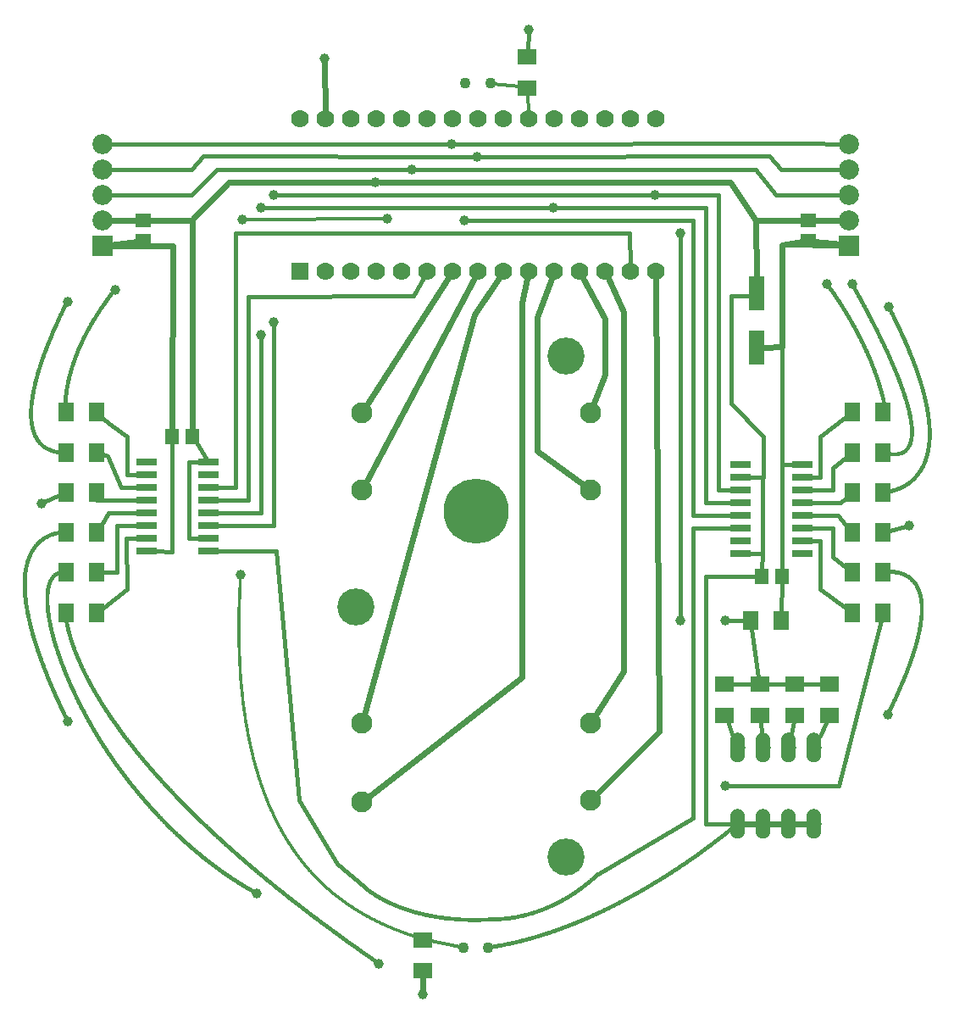
<source format=gtl>
G04 MADE WITH FRITZING*
G04 WWW.FRITZING.ORG*
G04 DOUBLE SIDED*
G04 HOLES PLATED*
G04 CONTOUR ON CENTER OF CONTOUR VECTOR*
%ASAXBY*%
%FSLAX23Y23*%
%MOIN*%
%OFA0B0*%
%SFA1.0B1.0*%
%ADD10C,0.039370*%
%ADD11C,0.058189*%
%ADD12C,0.043307*%
%ADD13C,0.070000*%
%ADD14C,0.082677*%
%ADD15C,0.255905*%
%ADD16C,0.145669*%
%ADD17C,0.079370*%
%ADD18R,0.062992X0.137795*%
%ADD19R,0.074803X0.062992*%
%ADD20R,0.062992X0.074803*%
%ADD21R,0.055118X0.059055*%
%ADD22R,0.080000X0.026000*%
%ADD23R,0.070000X0.069972*%
%ADD24R,0.079370X0.079370*%
%ADD25R,0.059055X0.055118*%
%ADD26C,0.024000*%
%ADD27C,0.016000*%
%ADD28C,0.012000*%
%ADD29R,0.001000X0.001000*%
%LNCOPPER1*%
G90*
G70*
G54D10*
X2769Y3067D03*
X3588Y2775D03*
X3669Y1917D03*
X1370Y3752D03*
X3586Y1172D03*
X1583Y193D03*
X1102Y470D03*
X358Y1147D03*
X255Y2003D03*
X358Y2797D03*
X2769Y1542D03*
X1919Y3117D03*
G54D11*
X2994Y742D03*
X3094Y742D03*
X3194Y742D03*
X3294Y742D03*
X3294Y1042D03*
X3194Y1042D03*
X3094Y1042D03*
X2994Y1042D03*
G54D12*
X2021Y3655D03*
X1922Y3655D03*
X2021Y3655D03*
X1922Y3655D03*
G54D13*
X1273Y2914D03*
X1373Y2914D03*
X1473Y2914D03*
X1573Y2914D03*
X1673Y2914D03*
X1773Y2914D03*
X1873Y2914D03*
X1973Y2914D03*
X2073Y2914D03*
X2173Y2914D03*
X2273Y2914D03*
X2373Y2914D03*
X2473Y2914D03*
X2573Y2914D03*
X2673Y2914D03*
X1273Y3514D03*
X1373Y3514D03*
X1473Y3514D03*
X1573Y3514D03*
X1673Y3514D03*
X1773Y3514D03*
X1873Y3514D03*
X1973Y3514D03*
X2073Y3514D03*
X2173Y3514D03*
X2273Y3514D03*
X2373Y3514D03*
X2473Y3514D03*
X2573Y3514D03*
X2673Y3514D03*
G54D10*
X544Y2842D03*
X1119Y2667D03*
X1169Y2717D03*
X1169Y3217D03*
X1119Y3167D03*
X2269Y3167D03*
X2669Y3217D03*
X2944Y1542D03*
X3444Y2867D03*
X2944Y892D03*
X3344Y2867D03*
X1713Y3317D03*
X1969Y3367D03*
X1569Y3267D03*
X1869Y3417D03*
G54D14*
X2415Y2358D03*
X2415Y2055D03*
X1515Y2055D03*
X1515Y2358D03*
X1515Y829D03*
X1515Y1140D03*
X2415Y1140D03*
X2415Y837D03*
G54D15*
X1965Y1971D03*
G54D16*
X2319Y2582D03*
X1492Y1597D03*
X2319Y613D03*
G54D17*
X497Y3016D03*
X497Y3116D03*
X497Y3216D03*
X497Y3316D03*
X497Y3416D03*
X3433Y3017D03*
X3433Y3117D03*
X3433Y3217D03*
X3433Y3317D03*
X3433Y3417D03*
G54D12*
X1914Y255D03*
X2012Y255D03*
X1914Y255D03*
X2012Y255D03*
G54D10*
X1754Y71D03*
X2173Y3867D03*
X1039Y1722D03*
X1047Y3119D03*
X1617Y3122D03*
G54D18*
X3069Y2829D03*
X3069Y2617D03*
G54D19*
X3357Y1170D03*
X3357Y1292D03*
X3219Y1170D03*
X3219Y1292D03*
X3081Y1170D03*
X3081Y1292D03*
X2943Y1170D03*
X2943Y1292D03*
G54D20*
X3044Y1542D03*
X3166Y1542D03*
G54D21*
X850Y2267D03*
X769Y2267D03*
X3088Y1717D03*
X3169Y1717D03*
G54D22*
X670Y2167D03*
X670Y2117D03*
X670Y2067D03*
X670Y2017D03*
X670Y1967D03*
X670Y1917D03*
X670Y1867D03*
X670Y1817D03*
X912Y1817D03*
X912Y1867D03*
X912Y1917D03*
X912Y1967D03*
X912Y2017D03*
X912Y2067D03*
X912Y2117D03*
X912Y2167D03*
G54D23*
X1273Y2914D03*
G54D20*
X3445Y2361D03*
X3567Y2361D03*
X473Y1573D03*
X351Y1573D03*
X3445Y2203D03*
X3567Y2203D03*
X473Y1731D03*
X351Y1731D03*
X3445Y2046D03*
X3567Y2046D03*
X473Y1888D03*
X351Y1888D03*
X473Y2046D03*
X351Y2046D03*
X3445Y1888D03*
X3567Y1888D03*
X3445Y1731D03*
X3567Y1731D03*
X473Y2203D03*
X351Y2203D03*
X3445Y1573D03*
X3567Y1573D03*
G54D24*
X497Y3016D03*
G54D20*
X473Y2361D03*
X351Y2361D03*
G54D24*
X3433Y3017D03*
G54D22*
X3249Y1806D03*
X3249Y1856D03*
X3249Y1906D03*
X3249Y1956D03*
X3249Y2006D03*
X3249Y2056D03*
X3249Y2106D03*
X3249Y2156D03*
X3007Y2156D03*
X3007Y2106D03*
X3007Y2056D03*
X3007Y2006D03*
X3007Y1956D03*
X3007Y1906D03*
X3007Y1856D03*
X3007Y1806D03*
G54D25*
X656Y3036D03*
X656Y3116D03*
X3272Y3036D03*
X3272Y3117D03*
G54D19*
X2167Y3637D03*
X2167Y3759D03*
X1757Y287D03*
X1757Y165D03*
G54D26*
X850Y3117D02*
X527Y3116D01*
D02*
X850Y2291D02*
X850Y3117D01*
D02*
X3169Y3018D02*
X3169Y2618D01*
D02*
X3169Y2618D02*
X3095Y2617D01*
D02*
X3248Y3032D02*
X3169Y3018D01*
D02*
X3067Y3117D02*
X3069Y2893D01*
D02*
X3248Y3117D02*
X3067Y3117D01*
D02*
X3067Y3117D02*
X3402Y3117D01*
D02*
X2967Y3264D02*
X3067Y3117D01*
D02*
X1588Y3267D02*
X2967Y3264D01*
G54D27*
D02*
X3067Y2818D02*
X3067Y3117D01*
D02*
X2969Y2818D02*
X3067Y2818D01*
D02*
X3095Y2265D02*
X2969Y2395D01*
D02*
X2969Y2395D02*
X2969Y2818D01*
D02*
X3094Y2106D02*
X3095Y2265D01*
D02*
X3041Y2106D02*
X3094Y2106D01*
D02*
X3067Y3117D02*
X3248Y3117D01*
G54D26*
D02*
X527Y3116D02*
X632Y3116D01*
D02*
X527Y3020D02*
X632Y3033D01*
D02*
X1370Y3733D02*
X1373Y3543D01*
G54D27*
D02*
X2769Y1555D02*
X2769Y3053D01*
G54D26*
D02*
X2685Y1107D02*
X2673Y2885D01*
D02*
X2438Y860D02*
X2685Y1107D01*
D02*
X2547Y1341D02*
X2547Y2756D01*
D02*
X2547Y2756D02*
X2485Y2888D01*
D02*
X2433Y1167D02*
X2547Y1341D01*
D02*
X2473Y2508D02*
X2427Y2389D01*
D02*
X2473Y2730D02*
X2473Y2508D01*
D02*
X2387Y2888D02*
X2473Y2730D01*
D02*
X2206Y2734D02*
X2206Y2208D01*
D02*
X2206Y2208D02*
X2388Y2074D01*
D02*
X2263Y2887D02*
X2206Y2734D01*
D02*
X2147Y1318D02*
X2147Y2793D01*
D02*
X2147Y2793D02*
X2167Y2886D01*
D02*
X1541Y849D02*
X2147Y1318D01*
D02*
X1524Y1172D02*
X1958Y2747D01*
D02*
X1958Y2747D02*
X2057Y2890D01*
D02*
X1959Y2888D02*
X1531Y2084D01*
D02*
X1533Y2386D02*
X1857Y2890D01*
D02*
X3402Y3117D02*
X3296Y3117D01*
D02*
X3402Y3021D02*
X3296Y3033D01*
G54D27*
D02*
X3049Y1510D02*
X3077Y1318D01*
D02*
X3169Y3018D02*
X3169Y2156D01*
D02*
X3169Y2156D02*
X3214Y2156D01*
D02*
X3408Y3017D02*
X3169Y3018D01*
D02*
X325Y2034D02*
X267Y2008D01*
D02*
X3167Y1574D02*
X3169Y1693D01*
D02*
X3089Y1741D02*
X3091Y1806D01*
G54D26*
D02*
X772Y3017D02*
X527Y3016D01*
D02*
X769Y2291D02*
X772Y3017D01*
G54D27*
D02*
X3320Y1667D02*
X3419Y1593D01*
D02*
X3320Y1856D02*
X3320Y1667D01*
D02*
X3283Y1856D02*
X3320Y1856D01*
D02*
X3018Y1542D02*
X2957Y1542D01*
D02*
X3251Y1292D02*
X3325Y1292D01*
D02*
X3113Y1292D02*
X3187Y1292D01*
D02*
X2975Y1292D02*
X3049Y1292D01*
D02*
X2869Y742D02*
X2970Y742D01*
D02*
X2869Y1717D02*
X2869Y742D01*
D02*
X3066Y1717D02*
X2869Y1717D01*
D02*
X3169Y1808D02*
X3169Y1741D01*
D02*
X3169Y2156D02*
X3169Y1808D01*
D02*
X3214Y2156D02*
X3169Y2156D01*
D02*
X3400Y2005D02*
X3283Y2006D01*
D02*
X3419Y2022D02*
X3400Y2005D01*
D02*
X3320Y2267D02*
X3320Y2106D01*
D02*
X3320Y2106D02*
X3283Y2106D01*
D02*
X3369Y2056D02*
X3283Y2056D01*
D02*
X3369Y2142D02*
X3369Y2056D01*
D02*
X3419Y2183D02*
X3369Y2142D01*
D02*
X3419Y2341D02*
X3320Y2267D01*
D02*
X3393Y892D02*
X3559Y1541D01*
D02*
X2957Y892D02*
X3393Y892D01*
D02*
X3389Y1954D02*
X3283Y1956D01*
D02*
X3419Y1918D02*
X3389Y1954D01*
D02*
X3369Y1791D02*
X3369Y1906D01*
D02*
X3369Y1906D02*
X3283Y1906D01*
D02*
X3419Y1751D02*
X3369Y1791D01*
D02*
X3593Y1895D02*
X3656Y1913D01*
G54D26*
D02*
X845Y3117D02*
X527Y3116D01*
D02*
X992Y3264D02*
X845Y3117D01*
D02*
X1550Y3267D02*
X992Y3264D01*
G54D27*
D02*
X769Y2123D02*
X769Y2243D01*
D02*
X769Y1813D02*
X769Y2123D01*
D02*
X704Y1816D02*
X769Y1813D01*
D02*
X907Y2174D02*
X865Y2243D01*
D02*
X837Y1867D02*
X877Y1867D01*
D02*
X837Y2167D02*
X837Y1867D01*
D02*
X877Y2167D02*
X837Y2167D01*
D02*
X3344Y1144D02*
X3318Y1090D01*
D02*
X3204Y1095D02*
X3214Y1144D01*
D02*
X3089Y1095D02*
X3084Y1144D01*
D02*
X2973Y1095D02*
X2954Y1144D01*
G54D26*
D02*
X3218Y742D02*
X3270Y742D01*
D02*
X3118Y742D02*
X3170Y742D01*
D02*
X3018Y742D02*
X3070Y742D01*
G54D27*
D02*
X2819Y1906D02*
X2819Y767D01*
D02*
X1269Y837D02*
X1180Y1817D01*
D02*
X1525Y495D02*
X1419Y584D01*
D02*
X1419Y584D02*
X1269Y837D01*
D02*
X2819Y767D02*
X2447Y545D01*
D02*
X553Y1731D02*
X553Y1917D01*
D02*
X593Y2267D02*
X592Y2116D01*
D02*
X518Y2318D02*
X593Y2267D01*
D02*
X592Y2116D02*
X635Y2116D01*
D02*
X569Y2065D02*
X635Y2066D01*
D02*
X593Y1667D02*
X590Y1867D01*
D02*
X590Y1867D02*
X635Y1867D01*
D02*
X553Y1917D02*
X635Y1917D01*
D02*
X518Y1967D02*
X635Y1967D01*
D02*
X473Y2017D02*
X635Y2017D01*
D02*
X2972Y1906D02*
X2819Y1906D01*
D02*
X499Y1593D02*
X593Y1667D01*
D02*
X499Y1731D02*
X553Y1731D01*
D02*
X491Y1920D02*
X518Y1967D01*
D02*
X473Y2046D02*
X473Y2017D01*
D02*
X517Y2190D02*
X569Y2065D01*
D02*
X499Y2196D02*
X517Y2190D01*
D02*
X499Y2336D02*
X518Y2318D01*
D02*
X3091Y1806D02*
X3091Y2104D01*
D02*
X3091Y2104D02*
X3041Y2105D01*
D02*
X3041Y1806D02*
X3091Y1806D01*
D02*
X1020Y3065D02*
X1019Y2067D01*
D02*
X1169Y1917D02*
X946Y1917D01*
D02*
X1119Y1967D02*
X946Y1967D01*
D02*
X1932Y3117D02*
X2820Y3116D01*
D02*
X2819Y1956D02*
X2972Y1956D01*
D02*
X2820Y3116D02*
X2819Y1956D01*
D02*
X1719Y2820D02*
X1069Y2817D01*
D02*
X1069Y2817D02*
X1069Y2017D01*
D02*
X1761Y2894D02*
X1719Y2820D01*
D02*
X1119Y2653D02*
X1119Y1967D01*
D02*
X1169Y2703D02*
X1169Y1917D01*
D02*
X2656Y3217D02*
X1182Y3217D01*
D02*
X2682Y3217D02*
X2919Y3217D01*
D02*
X1132Y3167D02*
X2256Y3167D01*
D02*
X2282Y3167D02*
X2869Y3167D01*
D02*
X2919Y3217D02*
X2919Y2056D01*
D02*
X2919Y2056D02*
X2972Y2056D01*
D02*
X2869Y2006D02*
X2869Y3167D01*
D02*
X2972Y2006D02*
X2869Y2006D01*
D02*
X892Y3369D02*
X1956Y3367D01*
D02*
X3167Y3317D02*
X3408Y3317D01*
D02*
X3119Y3369D02*
X3167Y3317D01*
D02*
X1982Y3367D02*
X3119Y3369D01*
D02*
X845Y3317D02*
X892Y3369D01*
D02*
X522Y3316D02*
X845Y3317D01*
D02*
X619Y3417D02*
X1856Y3417D01*
D02*
X3267Y3419D02*
X3408Y3417D01*
D02*
X1882Y3417D02*
X3267Y3419D01*
D02*
X522Y3416D02*
X619Y3417D01*
D02*
X3146Y3217D02*
X3408Y3217D01*
D02*
X3067Y3316D02*
X3146Y3217D01*
D02*
X1727Y3317D02*
X3067Y3316D01*
D02*
X945Y3317D02*
X1700Y3317D01*
D02*
X845Y3217D02*
X945Y3317D01*
D02*
X522Y3216D02*
X845Y3217D01*
D02*
X1019Y2067D02*
X946Y2067D01*
D02*
X1180Y1817D02*
X946Y1817D01*
D02*
X1069Y2017D02*
X946Y2017D01*
D02*
X2569Y3065D02*
X1020Y3065D01*
D02*
X2572Y2938D02*
X2569Y3065D01*
G54D26*
D02*
X1755Y90D02*
X1756Y139D01*
G54D27*
D02*
X2172Y3853D02*
X2168Y3785D01*
G54D28*
D02*
X2032Y3653D02*
X2135Y3641D01*
D02*
X2172Y3538D02*
X2168Y3611D01*
D02*
X1789Y281D02*
X1903Y258D01*
D02*
X1060Y3119D02*
X1604Y3122D01*
G54D29*
X3342Y2875D02*
X3345Y2875D01*
X3442Y2875D02*
X3445Y2875D01*
X3340Y2874D02*
X3347Y2874D01*
X3440Y2874D02*
X3447Y2874D01*
X3338Y2873D02*
X3349Y2873D01*
X3438Y2873D02*
X3449Y2873D01*
X3338Y2872D02*
X3350Y2872D01*
X3438Y2872D02*
X3450Y2872D01*
X3337Y2871D02*
X3350Y2871D01*
X3437Y2871D02*
X3450Y2871D01*
X3336Y2870D02*
X3351Y2870D01*
X3436Y2870D02*
X3451Y2870D01*
X3336Y2869D02*
X3352Y2869D01*
X3436Y2869D02*
X3451Y2869D01*
X3336Y2868D02*
X3352Y2868D01*
X3436Y2868D02*
X3452Y2868D01*
X3336Y2867D02*
X3353Y2867D01*
X3436Y2867D02*
X3452Y2867D01*
X3336Y2866D02*
X3354Y2866D01*
X3436Y2866D02*
X3453Y2866D01*
X3336Y2865D02*
X3355Y2865D01*
X3436Y2865D02*
X3453Y2865D01*
X3337Y2864D02*
X3355Y2864D01*
X3437Y2864D02*
X3454Y2864D01*
X3337Y2863D02*
X3356Y2863D01*
X3437Y2863D02*
X3455Y2863D01*
X3338Y2862D02*
X3357Y2862D01*
X3438Y2862D02*
X3455Y2862D01*
X3339Y2861D02*
X3358Y2861D01*
X3438Y2861D02*
X3456Y2861D01*
X3339Y2860D02*
X3358Y2860D01*
X3439Y2860D02*
X3456Y2860D01*
X3340Y2859D02*
X3359Y2859D01*
X3440Y2859D02*
X3457Y2859D01*
X3341Y2858D02*
X3360Y2858D01*
X3440Y2858D02*
X3457Y2858D01*
X3342Y2857D02*
X3360Y2857D01*
X3441Y2857D02*
X3458Y2857D01*
X3342Y2856D02*
X3361Y2856D01*
X3441Y2856D02*
X3458Y2856D01*
X3343Y2855D02*
X3362Y2855D01*
X3442Y2855D02*
X3459Y2855D01*
X3344Y2854D02*
X3363Y2854D01*
X3442Y2854D02*
X3460Y2854D01*
X3345Y2853D02*
X3363Y2853D01*
X3443Y2853D02*
X3460Y2853D01*
X3345Y2852D02*
X3364Y2852D01*
X3443Y2852D02*
X3461Y2852D01*
X3346Y2851D02*
X3365Y2851D01*
X3444Y2851D02*
X3461Y2851D01*
X542Y2850D02*
X545Y2850D01*
X3347Y2850D02*
X3365Y2850D01*
X3445Y2850D02*
X3462Y2850D01*
X540Y2849D02*
X547Y2849D01*
X3347Y2849D02*
X3366Y2849D01*
X3445Y2849D02*
X3462Y2849D01*
X538Y2848D02*
X549Y2848D01*
X3348Y2848D02*
X3367Y2848D01*
X3446Y2848D02*
X3463Y2848D01*
X537Y2847D02*
X549Y2847D01*
X3349Y2847D02*
X3368Y2847D01*
X3446Y2847D02*
X3463Y2847D01*
X537Y2846D02*
X550Y2846D01*
X3350Y2846D02*
X3368Y2846D01*
X3447Y2846D02*
X3464Y2846D01*
X536Y2845D02*
X551Y2845D01*
X3350Y2845D02*
X3369Y2845D01*
X3447Y2845D02*
X3465Y2845D01*
X535Y2844D02*
X551Y2844D01*
X3351Y2844D02*
X3370Y2844D01*
X3448Y2844D02*
X3465Y2844D01*
X534Y2843D02*
X551Y2843D01*
X3352Y2843D02*
X3371Y2843D01*
X3448Y2843D02*
X3466Y2843D01*
X534Y2842D02*
X551Y2842D01*
X3353Y2842D02*
X3371Y2842D01*
X3449Y2842D02*
X3466Y2842D01*
X533Y2841D02*
X551Y2841D01*
X3353Y2841D02*
X3372Y2841D01*
X3450Y2841D02*
X3467Y2841D01*
X532Y2840D02*
X551Y2840D01*
X3354Y2840D02*
X3373Y2840D01*
X3450Y2840D02*
X3467Y2840D01*
X531Y2839D02*
X550Y2839D01*
X3355Y2839D02*
X3373Y2839D01*
X3451Y2839D02*
X3468Y2839D01*
X531Y2838D02*
X550Y2838D01*
X3355Y2838D02*
X3374Y2838D01*
X3451Y2838D02*
X3468Y2838D01*
X530Y2837D02*
X549Y2837D01*
X3356Y2837D02*
X3375Y2837D01*
X3452Y2837D02*
X3469Y2837D01*
X529Y2836D02*
X548Y2836D01*
X3357Y2836D02*
X3375Y2836D01*
X3452Y2836D02*
X3470Y2836D01*
X528Y2835D02*
X547Y2835D01*
X3358Y2835D02*
X3376Y2835D01*
X3453Y2835D02*
X3470Y2835D01*
X528Y2834D02*
X547Y2834D01*
X3358Y2834D02*
X3377Y2834D01*
X3453Y2834D02*
X3471Y2834D01*
X527Y2833D02*
X546Y2833D01*
X3359Y2833D02*
X3377Y2833D01*
X3454Y2833D02*
X3471Y2833D01*
X526Y2832D02*
X545Y2832D01*
X3360Y2832D02*
X3378Y2832D01*
X3455Y2832D02*
X3472Y2832D01*
X525Y2831D02*
X544Y2831D01*
X3360Y2831D02*
X3379Y2831D01*
X3455Y2831D02*
X3472Y2831D01*
X524Y2830D02*
X544Y2830D01*
X3361Y2830D02*
X3380Y2830D01*
X3456Y2830D02*
X3473Y2830D01*
X524Y2829D02*
X543Y2829D01*
X3362Y2829D02*
X3380Y2829D01*
X3456Y2829D02*
X3473Y2829D01*
X523Y2828D02*
X542Y2828D01*
X3362Y2828D02*
X3381Y2828D01*
X3457Y2828D02*
X3474Y2828D01*
X522Y2827D02*
X541Y2827D01*
X3363Y2827D02*
X3382Y2827D01*
X3457Y2827D02*
X3474Y2827D01*
X521Y2826D02*
X541Y2826D01*
X3364Y2826D02*
X3382Y2826D01*
X3458Y2826D02*
X3475Y2826D01*
X521Y2825D02*
X540Y2825D01*
X3365Y2825D02*
X3383Y2825D01*
X3458Y2825D02*
X3476Y2825D01*
X520Y2824D02*
X539Y2824D01*
X3365Y2824D02*
X3384Y2824D01*
X3459Y2824D02*
X3476Y2824D01*
X519Y2823D02*
X538Y2823D01*
X3366Y2823D02*
X3384Y2823D01*
X3459Y2823D02*
X3477Y2823D01*
X518Y2822D02*
X537Y2822D01*
X3367Y2822D02*
X3385Y2822D01*
X3460Y2822D02*
X3477Y2822D01*
X518Y2821D02*
X537Y2821D01*
X3367Y2821D02*
X3386Y2821D01*
X3461Y2821D02*
X3478Y2821D01*
X517Y2820D02*
X536Y2820D01*
X3368Y2820D02*
X3386Y2820D01*
X3461Y2820D02*
X3478Y2820D01*
X516Y2819D02*
X535Y2819D01*
X3369Y2819D02*
X3387Y2819D01*
X3462Y2819D02*
X3479Y2819D01*
X515Y2818D02*
X534Y2818D01*
X3369Y2818D02*
X3388Y2818D01*
X3462Y2818D02*
X3479Y2818D01*
X515Y2817D02*
X534Y2817D01*
X3370Y2817D02*
X3388Y2817D01*
X3463Y2817D02*
X3480Y2817D01*
X514Y2816D02*
X533Y2816D01*
X3371Y2816D02*
X3389Y2816D01*
X3463Y2816D02*
X3480Y2816D01*
X513Y2815D02*
X532Y2815D01*
X3371Y2815D02*
X3390Y2815D01*
X3464Y2815D02*
X3481Y2815D01*
X513Y2814D02*
X531Y2814D01*
X3372Y2814D02*
X3390Y2814D01*
X3464Y2814D02*
X3482Y2814D01*
X512Y2813D02*
X531Y2813D01*
X3373Y2813D02*
X3391Y2813D01*
X3465Y2813D02*
X3482Y2813D01*
X511Y2812D02*
X530Y2812D01*
X3373Y2812D02*
X3392Y2812D01*
X3465Y2812D02*
X3483Y2812D01*
X510Y2811D02*
X529Y2811D01*
X3374Y2811D02*
X3392Y2811D01*
X3466Y2811D02*
X3483Y2811D01*
X510Y2810D02*
X528Y2810D01*
X3375Y2810D02*
X3393Y2810D01*
X3467Y2810D02*
X3484Y2810D01*
X509Y2809D02*
X528Y2809D01*
X3376Y2809D02*
X3394Y2809D01*
X3467Y2809D02*
X3484Y2809D01*
X508Y2808D02*
X527Y2808D01*
X3376Y2808D02*
X3394Y2808D01*
X3468Y2808D02*
X3485Y2808D01*
X507Y2807D02*
X526Y2807D01*
X3377Y2807D02*
X3395Y2807D01*
X3468Y2807D02*
X3485Y2807D01*
X507Y2806D02*
X525Y2806D01*
X3378Y2806D02*
X3396Y2806D01*
X3469Y2806D02*
X3486Y2806D01*
X354Y2805D02*
X361Y2805D01*
X506Y2805D02*
X525Y2805D01*
X3378Y2805D02*
X3396Y2805D01*
X3469Y2805D02*
X3486Y2805D01*
X353Y2804D02*
X362Y2804D01*
X505Y2804D02*
X524Y2804D01*
X3379Y2804D02*
X3397Y2804D01*
X3470Y2804D02*
X3487Y2804D01*
X352Y2803D02*
X363Y2803D01*
X505Y2803D02*
X523Y2803D01*
X3380Y2803D02*
X3398Y2803D01*
X3470Y2803D02*
X3488Y2803D01*
X351Y2802D02*
X364Y2802D01*
X504Y2802D02*
X523Y2802D01*
X3380Y2802D02*
X3398Y2802D01*
X3471Y2802D02*
X3488Y2802D01*
X350Y2801D02*
X364Y2801D01*
X503Y2801D02*
X522Y2801D01*
X3381Y2801D02*
X3399Y2801D01*
X3471Y2801D02*
X3489Y2801D01*
X350Y2800D02*
X365Y2800D01*
X502Y2800D02*
X521Y2800D01*
X3382Y2800D02*
X3400Y2800D01*
X3472Y2800D02*
X3489Y2800D01*
X350Y2799D02*
X365Y2799D01*
X502Y2799D02*
X520Y2799D01*
X3382Y2799D02*
X3400Y2799D01*
X3473Y2799D02*
X3490Y2799D01*
X349Y2798D02*
X365Y2798D01*
X501Y2798D02*
X520Y2798D01*
X3383Y2798D02*
X3401Y2798D01*
X3473Y2798D02*
X3490Y2798D01*
X349Y2797D02*
X365Y2797D01*
X500Y2797D02*
X519Y2797D01*
X3384Y2797D02*
X3402Y2797D01*
X3474Y2797D02*
X3491Y2797D01*
X348Y2796D02*
X365Y2796D01*
X499Y2796D02*
X518Y2796D01*
X3384Y2796D02*
X3402Y2796D01*
X3474Y2796D02*
X3491Y2796D01*
X348Y2795D02*
X364Y2795D01*
X499Y2795D02*
X517Y2795D01*
X3385Y2795D02*
X3403Y2795D01*
X3475Y2795D02*
X3492Y2795D01*
X347Y2794D02*
X364Y2794D01*
X498Y2794D02*
X517Y2794D01*
X3386Y2794D02*
X3404Y2794D01*
X3475Y2794D02*
X3492Y2794D01*
X347Y2793D02*
X363Y2793D01*
X497Y2793D02*
X516Y2793D01*
X3386Y2793D02*
X3404Y2793D01*
X3476Y2793D02*
X3493Y2793D01*
X346Y2792D02*
X363Y2792D01*
X497Y2792D02*
X515Y2792D01*
X3387Y2792D02*
X3405Y2792D01*
X3476Y2792D02*
X3493Y2792D01*
X346Y2791D02*
X362Y2791D01*
X496Y2791D02*
X515Y2791D01*
X3387Y2791D02*
X3406Y2791D01*
X3477Y2791D02*
X3494Y2791D01*
X345Y2790D02*
X362Y2790D01*
X495Y2790D02*
X514Y2790D01*
X3388Y2790D02*
X3406Y2790D01*
X3477Y2790D02*
X3495Y2790D01*
X345Y2789D02*
X361Y2789D01*
X495Y2789D02*
X513Y2789D01*
X3389Y2789D02*
X3407Y2789D01*
X3478Y2789D02*
X3495Y2789D01*
X344Y2788D02*
X361Y2788D01*
X494Y2788D02*
X512Y2788D01*
X3389Y2788D02*
X3408Y2788D01*
X3478Y2788D02*
X3496Y2788D01*
X344Y2787D02*
X360Y2787D01*
X493Y2787D02*
X512Y2787D01*
X3390Y2787D02*
X3408Y2787D01*
X3479Y2787D02*
X3496Y2787D01*
X343Y2786D02*
X360Y2786D01*
X493Y2786D02*
X511Y2786D01*
X3391Y2786D02*
X3409Y2786D01*
X3480Y2786D02*
X3497Y2786D01*
X343Y2785D02*
X359Y2785D01*
X492Y2785D02*
X510Y2785D01*
X3391Y2785D02*
X3409Y2785D01*
X3480Y2785D02*
X3497Y2785D01*
X342Y2784D02*
X359Y2784D01*
X491Y2784D02*
X510Y2784D01*
X3392Y2784D02*
X3410Y2784D01*
X3481Y2784D02*
X3498Y2784D01*
X342Y2783D02*
X359Y2783D01*
X490Y2783D02*
X509Y2783D01*
X3393Y2783D02*
X3411Y2783D01*
X3481Y2783D02*
X3498Y2783D01*
X3585Y2783D02*
X3591Y2783D01*
X341Y2782D02*
X358Y2782D01*
X490Y2782D02*
X508Y2782D01*
X3393Y2782D02*
X3411Y2782D01*
X3482Y2782D02*
X3499Y2782D01*
X3584Y2782D02*
X3592Y2782D01*
X341Y2781D02*
X358Y2781D01*
X489Y2781D02*
X508Y2781D01*
X3394Y2781D02*
X3412Y2781D01*
X3482Y2781D02*
X3499Y2781D01*
X3583Y2781D02*
X3593Y2781D01*
X340Y2780D02*
X357Y2780D01*
X488Y2780D02*
X507Y2780D01*
X3395Y2780D02*
X3413Y2780D01*
X3483Y2780D02*
X3500Y2780D01*
X3582Y2780D02*
X3594Y2780D01*
X340Y2779D02*
X357Y2779D01*
X488Y2779D02*
X506Y2779D01*
X3395Y2779D02*
X3413Y2779D01*
X3483Y2779D02*
X3500Y2779D01*
X3581Y2779D02*
X3595Y2779D01*
X339Y2778D02*
X356Y2778D01*
X487Y2778D02*
X505Y2778D01*
X3396Y2778D02*
X3414Y2778D01*
X3484Y2778D02*
X3501Y2778D01*
X3581Y2778D02*
X3595Y2778D01*
X339Y2777D02*
X356Y2777D01*
X486Y2777D02*
X505Y2777D01*
X3397Y2777D02*
X3414Y2777D01*
X3484Y2777D02*
X3501Y2777D01*
X3581Y2777D02*
X3596Y2777D01*
X338Y2776D02*
X355Y2776D01*
X486Y2776D02*
X504Y2776D01*
X3397Y2776D02*
X3415Y2776D01*
X3485Y2776D02*
X3502Y2776D01*
X3580Y2776D02*
X3596Y2776D01*
X338Y2775D02*
X355Y2775D01*
X485Y2775D02*
X503Y2775D01*
X3398Y2775D02*
X3416Y2775D01*
X3485Y2775D02*
X3503Y2775D01*
X3581Y2775D02*
X3597Y2775D01*
X337Y2774D02*
X354Y2774D01*
X484Y2774D02*
X503Y2774D01*
X3398Y2774D02*
X3416Y2774D01*
X3486Y2774D02*
X3503Y2774D01*
X3581Y2774D02*
X3597Y2774D01*
X337Y2773D02*
X354Y2773D01*
X484Y2773D02*
X502Y2773D01*
X3399Y2773D02*
X3417Y2773D01*
X3486Y2773D02*
X3504Y2773D01*
X3581Y2773D02*
X3598Y2773D01*
X336Y2772D02*
X353Y2772D01*
X483Y2772D02*
X501Y2772D01*
X3400Y2772D02*
X3418Y2772D01*
X3487Y2772D02*
X3504Y2772D01*
X3581Y2772D02*
X3598Y2772D01*
X336Y2771D02*
X353Y2771D01*
X482Y2771D02*
X501Y2771D01*
X3400Y2771D02*
X3418Y2771D01*
X3488Y2771D02*
X3505Y2771D01*
X3582Y2771D02*
X3599Y2771D01*
X335Y2770D02*
X352Y2770D01*
X482Y2770D02*
X500Y2770D01*
X3401Y2770D02*
X3419Y2770D01*
X3488Y2770D02*
X3505Y2770D01*
X3582Y2770D02*
X3599Y2770D01*
X335Y2769D02*
X352Y2769D01*
X481Y2769D02*
X499Y2769D01*
X3402Y2769D02*
X3420Y2769D01*
X3489Y2769D02*
X3506Y2769D01*
X3583Y2769D02*
X3600Y2769D01*
X334Y2768D02*
X351Y2768D01*
X480Y2768D02*
X499Y2768D01*
X3402Y2768D02*
X3420Y2768D01*
X3489Y2768D02*
X3506Y2768D01*
X3583Y2768D02*
X3600Y2768D01*
X334Y2767D02*
X351Y2767D01*
X480Y2767D02*
X498Y2767D01*
X3403Y2767D02*
X3421Y2767D01*
X3490Y2767D02*
X3507Y2767D01*
X3584Y2767D02*
X3601Y2767D01*
X333Y2766D02*
X350Y2766D01*
X479Y2766D02*
X497Y2766D01*
X3404Y2766D02*
X3421Y2766D01*
X3490Y2766D02*
X3507Y2766D01*
X3584Y2766D02*
X3601Y2766D01*
X333Y2765D02*
X350Y2765D01*
X478Y2765D02*
X497Y2765D01*
X3404Y2765D02*
X3422Y2765D01*
X3491Y2765D02*
X3508Y2765D01*
X3585Y2765D02*
X3602Y2765D01*
X333Y2764D02*
X349Y2764D01*
X478Y2764D02*
X496Y2764D01*
X3405Y2764D02*
X3423Y2764D01*
X3491Y2764D02*
X3508Y2764D01*
X3585Y2764D02*
X3602Y2764D01*
X332Y2763D02*
X349Y2763D01*
X477Y2763D02*
X495Y2763D01*
X3405Y2763D02*
X3423Y2763D01*
X3492Y2763D02*
X3509Y2763D01*
X3586Y2763D02*
X3603Y2763D01*
X332Y2762D02*
X348Y2762D01*
X476Y2762D02*
X494Y2762D01*
X3406Y2762D02*
X3424Y2762D01*
X3492Y2762D02*
X3509Y2762D01*
X3586Y2762D02*
X3603Y2762D01*
X331Y2761D02*
X348Y2761D01*
X476Y2761D02*
X494Y2761D01*
X3407Y2761D02*
X3424Y2761D01*
X3493Y2761D02*
X3510Y2761D01*
X3587Y2761D02*
X3604Y2761D01*
X331Y2760D02*
X347Y2760D01*
X475Y2760D02*
X493Y2760D01*
X3407Y2760D02*
X3425Y2760D01*
X3493Y2760D02*
X3511Y2760D01*
X3587Y2760D02*
X3604Y2760D01*
X330Y2759D02*
X347Y2759D01*
X474Y2759D02*
X492Y2759D01*
X3408Y2759D02*
X3426Y2759D01*
X3494Y2759D02*
X3511Y2759D01*
X3588Y2759D02*
X3605Y2759D01*
X330Y2758D02*
X346Y2758D01*
X474Y2758D02*
X492Y2758D01*
X3409Y2758D02*
X3426Y2758D01*
X3495Y2758D02*
X3512Y2758D01*
X3588Y2758D02*
X3605Y2758D01*
X329Y2757D02*
X346Y2757D01*
X473Y2757D02*
X491Y2757D01*
X3409Y2757D02*
X3427Y2757D01*
X3495Y2757D02*
X3512Y2757D01*
X3589Y2757D02*
X3606Y2757D01*
X329Y2756D02*
X345Y2756D01*
X473Y2756D02*
X491Y2756D01*
X3410Y2756D02*
X3427Y2756D01*
X3496Y2756D02*
X3513Y2756D01*
X3590Y2756D02*
X3606Y2756D01*
X328Y2755D02*
X345Y2755D01*
X472Y2755D02*
X490Y2755D01*
X3410Y2755D02*
X3428Y2755D01*
X3496Y2755D02*
X3513Y2755D01*
X3590Y2755D02*
X3607Y2755D01*
X328Y2754D02*
X345Y2754D01*
X471Y2754D02*
X489Y2754D01*
X3411Y2754D02*
X3429Y2754D01*
X3497Y2754D02*
X3514Y2754D01*
X3591Y2754D02*
X3607Y2754D01*
X327Y2753D02*
X344Y2753D01*
X471Y2753D02*
X489Y2753D01*
X3412Y2753D02*
X3429Y2753D01*
X3497Y2753D02*
X3514Y2753D01*
X3591Y2753D02*
X3608Y2753D01*
X327Y2752D02*
X344Y2752D01*
X470Y2752D02*
X488Y2752D01*
X3412Y2752D02*
X3430Y2752D01*
X3498Y2752D02*
X3515Y2752D01*
X3592Y2752D02*
X3608Y2752D01*
X326Y2751D02*
X343Y2751D01*
X469Y2751D02*
X487Y2751D01*
X3413Y2751D02*
X3431Y2751D01*
X3498Y2751D02*
X3515Y2751D01*
X3592Y2751D02*
X3609Y2751D01*
X326Y2750D02*
X343Y2750D01*
X469Y2750D02*
X487Y2750D01*
X3413Y2750D02*
X3431Y2750D01*
X3499Y2750D02*
X3516Y2750D01*
X3593Y2750D02*
X3610Y2750D01*
X325Y2749D02*
X342Y2749D01*
X468Y2749D02*
X486Y2749D01*
X3414Y2749D02*
X3432Y2749D01*
X3499Y2749D02*
X3516Y2749D01*
X3593Y2749D02*
X3610Y2749D01*
X325Y2748D02*
X342Y2748D01*
X467Y2748D02*
X485Y2748D01*
X3415Y2748D02*
X3432Y2748D01*
X3500Y2748D02*
X3517Y2748D01*
X3594Y2748D02*
X3611Y2748D01*
X324Y2747D02*
X341Y2747D01*
X467Y2747D02*
X485Y2747D01*
X3415Y2747D02*
X3433Y2747D01*
X3500Y2747D02*
X3517Y2747D01*
X3594Y2747D02*
X3611Y2747D01*
X324Y2746D02*
X341Y2746D01*
X466Y2746D02*
X484Y2746D01*
X3416Y2746D02*
X3434Y2746D01*
X3501Y2746D02*
X3518Y2746D01*
X3595Y2746D02*
X3612Y2746D01*
X324Y2745D02*
X340Y2745D01*
X465Y2745D02*
X483Y2745D01*
X3416Y2745D02*
X3434Y2745D01*
X3501Y2745D02*
X3518Y2745D01*
X3595Y2745D02*
X3612Y2745D01*
X323Y2744D02*
X340Y2744D01*
X465Y2744D02*
X483Y2744D01*
X3417Y2744D02*
X3435Y2744D01*
X3502Y2744D02*
X3519Y2744D01*
X3596Y2744D02*
X3613Y2744D01*
X323Y2743D02*
X339Y2743D01*
X464Y2743D02*
X482Y2743D01*
X3418Y2743D02*
X3435Y2743D01*
X3502Y2743D02*
X3519Y2743D01*
X3596Y2743D02*
X3613Y2743D01*
X322Y2742D02*
X339Y2742D01*
X464Y2742D02*
X481Y2742D01*
X3418Y2742D02*
X3436Y2742D01*
X3503Y2742D02*
X3520Y2742D01*
X3597Y2742D02*
X3614Y2742D01*
X322Y2741D02*
X338Y2741D01*
X463Y2741D02*
X481Y2741D01*
X3419Y2741D02*
X3437Y2741D01*
X3503Y2741D02*
X3520Y2741D01*
X3597Y2741D02*
X3614Y2741D01*
X321Y2740D02*
X338Y2740D01*
X462Y2740D02*
X480Y2740D01*
X3419Y2740D02*
X3437Y2740D01*
X3504Y2740D02*
X3521Y2740D01*
X3598Y2740D02*
X3615Y2740D01*
X321Y2739D02*
X337Y2739D01*
X462Y2739D02*
X480Y2739D01*
X3420Y2739D02*
X3438Y2739D01*
X3504Y2739D02*
X3521Y2739D01*
X3598Y2739D02*
X3615Y2739D01*
X320Y2738D02*
X337Y2738D01*
X461Y2738D02*
X479Y2738D01*
X3421Y2738D02*
X3438Y2738D01*
X3505Y2738D02*
X3522Y2738D01*
X3599Y2738D02*
X3615Y2738D01*
X320Y2737D02*
X336Y2737D01*
X461Y2737D02*
X478Y2737D01*
X3421Y2737D02*
X3439Y2737D01*
X3505Y2737D02*
X3523Y2737D01*
X3599Y2737D02*
X3616Y2737D01*
X319Y2736D02*
X336Y2736D01*
X460Y2736D02*
X478Y2736D01*
X3422Y2736D02*
X3439Y2736D01*
X3506Y2736D02*
X3523Y2736D01*
X3600Y2736D02*
X3616Y2736D01*
X319Y2735D02*
X336Y2735D01*
X459Y2735D02*
X477Y2735D01*
X3422Y2735D02*
X3440Y2735D01*
X3507Y2735D02*
X3524Y2735D01*
X3600Y2735D02*
X3617Y2735D01*
X318Y2734D02*
X335Y2734D01*
X459Y2734D02*
X476Y2734D01*
X3423Y2734D02*
X3441Y2734D01*
X3507Y2734D02*
X3524Y2734D01*
X3601Y2734D02*
X3617Y2734D01*
X318Y2733D02*
X335Y2733D01*
X458Y2733D02*
X476Y2733D01*
X3424Y2733D02*
X3441Y2733D01*
X3508Y2733D02*
X3525Y2733D01*
X3601Y2733D02*
X3618Y2733D01*
X318Y2732D02*
X334Y2732D01*
X457Y2732D02*
X475Y2732D01*
X3424Y2732D02*
X3442Y2732D01*
X3508Y2732D02*
X3525Y2732D01*
X3602Y2732D02*
X3618Y2732D01*
X317Y2731D02*
X334Y2731D01*
X457Y2731D02*
X475Y2731D01*
X3425Y2731D02*
X3442Y2731D01*
X3509Y2731D02*
X3526Y2731D01*
X3602Y2731D02*
X3619Y2731D01*
X317Y2730D02*
X333Y2730D01*
X456Y2730D02*
X474Y2730D01*
X3425Y2730D02*
X3443Y2730D01*
X3509Y2730D02*
X3526Y2730D01*
X3603Y2730D02*
X3619Y2730D01*
X316Y2729D02*
X333Y2729D01*
X456Y2729D02*
X473Y2729D01*
X3426Y2729D02*
X3444Y2729D01*
X3510Y2729D02*
X3527Y2729D01*
X3603Y2729D02*
X3620Y2729D01*
X316Y2728D02*
X332Y2728D01*
X455Y2728D02*
X473Y2728D01*
X3427Y2728D02*
X3444Y2728D01*
X3510Y2728D02*
X3527Y2728D01*
X3604Y2728D02*
X3620Y2728D01*
X315Y2727D02*
X332Y2727D01*
X454Y2727D02*
X472Y2727D01*
X3427Y2727D02*
X3445Y2727D01*
X3511Y2727D02*
X3528Y2727D01*
X3604Y2727D02*
X3621Y2727D01*
X315Y2726D02*
X331Y2726D01*
X454Y2726D02*
X471Y2726D01*
X3428Y2726D02*
X3445Y2726D01*
X3511Y2726D02*
X3528Y2726D01*
X3605Y2726D02*
X3621Y2726D01*
X314Y2725D02*
X331Y2725D01*
X453Y2725D02*
X471Y2725D01*
X3428Y2725D02*
X3446Y2725D01*
X3512Y2725D02*
X3529Y2725D01*
X3605Y2725D02*
X3622Y2725D01*
X314Y2724D02*
X330Y2724D01*
X453Y2724D02*
X470Y2724D01*
X3429Y2724D02*
X3446Y2724D01*
X3512Y2724D02*
X3529Y2724D01*
X3606Y2724D02*
X3622Y2724D01*
X313Y2723D02*
X330Y2723D01*
X452Y2723D02*
X470Y2723D01*
X3430Y2723D02*
X3447Y2723D01*
X3513Y2723D02*
X3530Y2723D01*
X3606Y2723D02*
X3623Y2723D01*
X313Y2722D02*
X330Y2722D01*
X451Y2722D02*
X469Y2722D01*
X3430Y2722D02*
X3448Y2722D01*
X3513Y2722D02*
X3530Y2722D01*
X3607Y2722D02*
X3623Y2722D01*
X312Y2721D02*
X329Y2721D01*
X451Y2721D02*
X468Y2721D01*
X3431Y2721D02*
X3448Y2721D01*
X3514Y2721D02*
X3531Y2721D01*
X3607Y2721D02*
X3624Y2721D01*
X312Y2720D02*
X329Y2720D01*
X450Y2720D02*
X468Y2720D01*
X3431Y2720D02*
X3449Y2720D01*
X3514Y2720D02*
X3531Y2720D01*
X3607Y2720D02*
X3624Y2720D01*
X312Y2719D02*
X328Y2719D01*
X450Y2719D02*
X467Y2719D01*
X3432Y2719D02*
X3449Y2719D01*
X3515Y2719D02*
X3532Y2719D01*
X3608Y2719D02*
X3625Y2719D01*
X311Y2718D02*
X328Y2718D01*
X449Y2718D02*
X467Y2718D01*
X3432Y2718D02*
X3450Y2718D01*
X3515Y2718D02*
X3532Y2718D01*
X3608Y2718D02*
X3625Y2718D01*
X311Y2717D02*
X327Y2717D01*
X448Y2717D02*
X466Y2717D01*
X3433Y2717D02*
X3450Y2717D01*
X3516Y2717D02*
X3533Y2717D01*
X3609Y2717D02*
X3626Y2717D01*
X310Y2716D02*
X327Y2716D01*
X448Y2716D02*
X465Y2716D01*
X3434Y2716D02*
X3451Y2716D01*
X3516Y2716D02*
X3533Y2716D01*
X3609Y2716D02*
X3626Y2716D01*
X310Y2715D02*
X326Y2715D01*
X447Y2715D02*
X465Y2715D01*
X3434Y2715D02*
X3452Y2715D01*
X3517Y2715D02*
X3534Y2715D01*
X3610Y2715D02*
X3627Y2715D01*
X309Y2714D02*
X326Y2714D01*
X447Y2714D02*
X464Y2714D01*
X3435Y2714D02*
X3452Y2714D01*
X3517Y2714D02*
X3534Y2714D01*
X3610Y2714D02*
X3627Y2714D01*
X309Y2713D02*
X325Y2713D01*
X446Y2713D02*
X464Y2713D01*
X3435Y2713D02*
X3453Y2713D01*
X3518Y2713D02*
X3535Y2713D01*
X3611Y2713D02*
X3628Y2713D01*
X308Y2712D02*
X325Y2712D01*
X446Y2712D02*
X463Y2712D01*
X3436Y2712D02*
X3453Y2712D01*
X3518Y2712D02*
X3535Y2712D01*
X3611Y2712D02*
X3628Y2712D01*
X308Y2711D02*
X324Y2711D01*
X445Y2711D02*
X462Y2711D01*
X3436Y2711D02*
X3454Y2711D01*
X3519Y2711D02*
X3536Y2711D01*
X3612Y2711D02*
X3629Y2711D01*
X308Y2710D02*
X324Y2710D01*
X444Y2710D02*
X462Y2710D01*
X3437Y2710D02*
X3454Y2710D01*
X3519Y2710D02*
X3536Y2710D01*
X3612Y2710D02*
X3629Y2710D01*
X307Y2709D02*
X324Y2709D01*
X444Y2709D02*
X461Y2709D01*
X3438Y2709D02*
X3455Y2709D01*
X3520Y2709D02*
X3537Y2709D01*
X3613Y2709D02*
X3630Y2709D01*
X307Y2708D02*
X323Y2708D01*
X443Y2708D02*
X461Y2708D01*
X3438Y2708D02*
X3455Y2708D01*
X3520Y2708D02*
X3537Y2708D01*
X3613Y2708D02*
X3630Y2708D01*
X306Y2707D02*
X323Y2707D01*
X443Y2707D02*
X460Y2707D01*
X3439Y2707D02*
X3456Y2707D01*
X3521Y2707D02*
X3538Y2707D01*
X3614Y2707D02*
X3631Y2707D01*
X306Y2706D02*
X322Y2706D01*
X442Y2706D02*
X459Y2706D01*
X3439Y2706D02*
X3457Y2706D01*
X3521Y2706D02*
X3538Y2706D01*
X3614Y2706D02*
X3631Y2706D01*
X305Y2705D02*
X322Y2705D01*
X442Y2705D02*
X459Y2705D01*
X3440Y2705D02*
X3457Y2705D01*
X3522Y2705D02*
X3539Y2705D01*
X3615Y2705D02*
X3632Y2705D01*
X305Y2704D02*
X321Y2704D01*
X441Y2704D02*
X458Y2704D01*
X3440Y2704D02*
X3458Y2704D01*
X3523Y2704D02*
X3539Y2704D01*
X3615Y2704D02*
X3632Y2704D01*
X304Y2703D02*
X321Y2703D01*
X440Y2703D02*
X458Y2703D01*
X3441Y2703D02*
X3458Y2703D01*
X3523Y2703D02*
X3540Y2703D01*
X3616Y2703D02*
X3632Y2703D01*
X304Y2702D02*
X320Y2702D01*
X440Y2702D02*
X457Y2702D01*
X3442Y2702D02*
X3459Y2702D01*
X3524Y2702D02*
X3540Y2702D01*
X3616Y2702D02*
X3633Y2702D01*
X304Y2701D02*
X320Y2701D01*
X439Y2701D02*
X457Y2701D01*
X3442Y2701D02*
X3459Y2701D01*
X3524Y2701D02*
X3541Y2701D01*
X3617Y2701D02*
X3633Y2701D01*
X303Y2700D02*
X320Y2700D01*
X439Y2700D02*
X456Y2700D01*
X3443Y2700D02*
X3460Y2700D01*
X3525Y2700D02*
X3542Y2700D01*
X3617Y2700D02*
X3634Y2700D01*
X303Y2699D02*
X319Y2699D01*
X438Y2699D02*
X455Y2699D01*
X3443Y2699D02*
X3460Y2699D01*
X3525Y2699D02*
X3542Y2699D01*
X3618Y2699D02*
X3634Y2699D01*
X302Y2698D02*
X319Y2698D01*
X438Y2698D02*
X455Y2698D01*
X3444Y2698D02*
X3461Y2698D01*
X3526Y2698D02*
X3543Y2698D01*
X3618Y2698D02*
X3635Y2698D01*
X302Y2697D02*
X318Y2697D01*
X437Y2697D02*
X454Y2697D01*
X3444Y2697D02*
X3461Y2697D01*
X3526Y2697D02*
X3543Y2697D01*
X3619Y2697D02*
X3635Y2697D01*
X301Y2696D02*
X318Y2696D01*
X436Y2696D02*
X454Y2696D01*
X3445Y2696D02*
X3462Y2696D01*
X3527Y2696D02*
X3544Y2696D01*
X3619Y2696D02*
X3636Y2696D01*
X301Y2695D02*
X317Y2695D01*
X436Y2695D02*
X453Y2695D01*
X3445Y2695D02*
X3463Y2695D01*
X3527Y2695D02*
X3544Y2695D01*
X3620Y2695D02*
X3636Y2695D01*
X300Y2694D02*
X317Y2694D01*
X435Y2694D02*
X453Y2694D01*
X3446Y2694D02*
X3463Y2694D01*
X3528Y2694D02*
X3545Y2694D01*
X3620Y2694D02*
X3637Y2694D01*
X300Y2693D02*
X316Y2693D01*
X435Y2693D02*
X452Y2693D01*
X3446Y2693D02*
X3464Y2693D01*
X3528Y2693D02*
X3545Y2693D01*
X3621Y2693D02*
X3637Y2693D01*
X300Y2692D02*
X316Y2692D01*
X434Y2692D02*
X451Y2692D01*
X3447Y2692D02*
X3464Y2692D01*
X3529Y2692D02*
X3546Y2692D01*
X3621Y2692D02*
X3638Y2692D01*
X299Y2691D02*
X316Y2691D01*
X434Y2691D02*
X451Y2691D01*
X3448Y2691D02*
X3465Y2691D01*
X3529Y2691D02*
X3546Y2691D01*
X3621Y2691D02*
X3638Y2691D01*
X299Y2690D02*
X315Y2690D01*
X433Y2690D02*
X450Y2690D01*
X3448Y2690D02*
X3465Y2690D01*
X3530Y2690D02*
X3547Y2690D01*
X3622Y2690D02*
X3639Y2690D01*
X298Y2689D02*
X315Y2689D01*
X433Y2689D02*
X450Y2689D01*
X3449Y2689D02*
X3466Y2689D01*
X3530Y2689D02*
X3547Y2689D01*
X3622Y2689D02*
X3639Y2689D01*
X298Y2688D02*
X314Y2688D01*
X432Y2688D02*
X449Y2688D01*
X3449Y2688D02*
X3466Y2688D01*
X3531Y2688D02*
X3548Y2688D01*
X3623Y2688D02*
X3640Y2688D01*
X297Y2687D02*
X314Y2687D01*
X432Y2687D02*
X449Y2687D01*
X3450Y2687D02*
X3467Y2687D01*
X3531Y2687D02*
X3548Y2687D01*
X3623Y2687D02*
X3640Y2687D01*
X297Y2686D02*
X313Y2686D01*
X431Y2686D02*
X448Y2686D01*
X3450Y2686D02*
X3467Y2686D01*
X3532Y2686D02*
X3549Y2686D01*
X3624Y2686D02*
X3641Y2686D01*
X297Y2685D02*
X313Y2685D01*
X430Y2685D02*
X448Y2685D01*
X3451Y2685D02*
X3468Y2685D01*
X3532Y2685D02*
X3549Y2685D01*
X3624Y2685D02*
X3641Y2685D01*
X296Y2684D02*
X312Y2684D01*
X430Y2684D02*
X447Y2684D01*
X3451Y2684D02*
X3469Y2684D01*
X3533Y2684D02*
X3550Y2684D01*
X3625Y2684D02*
X3641Y2684D01*
X296Y2683D02*
X312Y2683D01*
X429Y2683D02*
X446Y2683D01*
X3452Y2683D02*
X3469Y2683D01*
X3533Y2683D02*
X3550Y2683D01*
X3625Y2683D02*
X3642Y2683D01*
X295Y2682D02*
X312Y2682D01*
X429Y2682D02*
X446Y2682D01*
X3452Y2682D02*
X3470Y2682D01*
X3534Y2682D02*
X3551Y2682D01*
X3626Y2682D02*
X3642Y2682D01*
X295Y2681D02*
X311Y2681D01*
X428Y2681D02*
X445Y2681D01*
X3453Y2681D02*
X3470Y2681D01*
X3534Y2681D02*
X3551Y2681D01*
X3626Y2681D02*
X3643Y2681D01*
X294Y2680D02*
X311Y2680D01*
X428Y2680D02*
X445Y2680D01*
X3454Y2680D02*
X3471Y2680D01*
X3535Y2680D02*
X3552Y2680D01*
X3627Y2680D02*
X3643Y2680D01*
X294Y2679D02*
X310Y2679D01*
X427Y2679D02*
X444Y2679D01*
X3454Y2679D02*
X3471Y2679D01*
X3535Y2679D02*
X3552Y2679D01*
X3627Y2679D02*
X3644Y2679D01*
X294Y2678D02*
X310Y2678D01*
X427Y2678D02*
X444Y2678D01*
X3455Y2678D02*
X3472Y2678D01*
X3536Y2678D02*
X3552Y2678D01*
X3628Y2678D02*
X3644Y2678D01*
X293Y2677D02*
X309Y2677D01*
X426Y2677D02*
X443Y2677D01*
X3455Y2677D02*
X3472Y2677D01*
X3536Y2677D02*
X3553Y2677D01*
X3628Y2677D02*
X3645Y2677D01*
X293Y2676D02*
X309Y2676D01*
X426Y2676D02*
X443Y2676D01*
X3456Y2676D02*
X3473Y2676D01*
X3537Y2676D02*
X3553Y2676D01*
X3629Y2676D02*
X3645Y2676D01*
X292Y2675D02*
X309Y2675D01*
X425Y2675D02*
X442Y2675D01*
X3456Y2675D02*
X3473Y2675D01*
X3537Y2675D02*
X3554Y2675D01*
X3629Y2675D02*
X3646Y2675D01*
X292Y2674D02*
X308Y2674D01*
X425Y2674D02*
X442Y2674D01*
X3457Y2674D02*
X3474Y2674D01*
X3538Y2674D02*
X3554Y2674D01*
X3629Y2674D02*
X3646Y2674D01*
X291Y2673D02*
X308Y2673D01*
X424Y2673D02*
X441Y2673D01*
X3457Y2673D02*
X3474Y2673D01*
X3538Y2673D02*
X3555Y2673D01*
X3630Y2673D02*
X3646Y2673D01*
X291Y2672D02*
X307Y2672D01*
X424Y2672D02*
X441Y2672D01*
X3458Y2672D02*
X3475Y2672D01*
X3539Y2672D02*
X3555Y2672D01*
X3630Y2672D02*
X3647Y2672D01*
X291Y2671D02*
X307Y2671D01*
X423Y2671D02*
X440Y2671D01*
X3458Y2671D02*
X3475Y2671D01*
X3539Y2671D02*
X3556Y2671D01*
X3631Y2671D02*
X3647Y2671D01*
X290Y2670D02*
X306Y2670D01*
X423Y2670D02*
X439Y2670D01*
X3459Y2670D02*
X3476Y2670D01*
X3540Y2670D02*
X3556Y2670D01*
X3631Y2670D02*
X3648Y2670D01*
X290Y2669D02*
X306Y2669D01*
X422Y2669D02*
X439Y2669D01*
X3459Y2669D02*
X3476Y2669D01*
X3540Y2669D02*
X3557Y2669D01*
X3632Y2669D02*
X3648Y2669D01*
X289Y2668D02*
X306Y2668D01*
X422Y2668D02*
X438Y2668D01*
X3460Y2668D02*
X3477Y2668D01*
X3541Y2668D02*
X3557Y2668D01*
X3632Y2668D02*
X3649Y2668D01*
X289Y2667D02*
X305Y2667D01*
X421Y2667D02*
X438Y2667D01*
X3460Y2667D02*
X3477Y2667D01*
X3541Y2667D02*
X3558Y2667D01*
X3633Y2667D02*
X3649Y2667D01*
X288Y2666D02*
X305Y2666D01*
X421Y2666D02*
X437Y2666D01*
X3461Y2666D02*
X3478Y2666D01*
X3542Y2666D02*
X3558Y2666D01*
X3633Y2666D02*
X3650Y2666D01*
X288Y2665D02*
X304Y2665D01*
X420Y2665D02*
X437Y2665D01*
X3461Y2665D02*
X3478Y2665D01*
X3542Y2665D02*
X3559Y2665D01*
X3634Y2665D02*
X3650Y2665D01*
X288Y2664D02*
X304Y2664D01*
X420Y2664D02*
X436Y2664D01*
X3462Y2664D02*
X3479Y2664D01*
X3543Y2664D02*
X3559Y2664D01*
X3634Y2664D02*
X3651Y2664D01*
X287Y2663D02*
X303Y2663D01*
X419Y2663D02*
X436Y2663D01*
X3462Y2663D02*
X3479Y2663D01*
X3543Y2663D02*
X3560Y2663D01*
X3634Y2663D02*
X3651Y2663D01*
X287Y2662D02*
X303Y2662D01*
X419Y2662D02*
X435Y2662D01*
X3463Y2662D02*
X3480Y2662D01*
X3544Y2662D02*
X3560Y2662D01*
X3635Y2662D02*
X3651Y2662D01*
X286Y2661D02*
X303Y2661D01*
X418Y2661D02*
X435Y2661D01*
X3464Y2661D02*
X3481Y2661D01*
X3544Y2661D02*
X3561Y2661D01*
X3635Y2661D02*
X3652Y2661D01*
X286Y2660D02*
X302Y2660D01*
X417Y2660D02*
X434Y2660D01*
X3464Y2660D02*
X3481Y2660D01*
X3545Y2660D02*
X3561Y2660D01*
X3636Y2660D02*
X3652Y2660D01*
X285Y2659D02*
X302Y2659D01*
X417Y2659D02*
X434Y2659D01*
X3465Y2659D02*
X3482Y2659D01*
X3545Y2659D02*
X3562Y2659D01*
X3636Y2659D02*
X3653Y2659D01*
X285Y2658D02*
X301Y2658D01*
X416Y2658D02*
X433Y2658D01*
X3465Y2658D02*
X3482Y2658D01*
X3546Y2658D02*
X3562Y2658D01*
X3637Y2658D02*
X3653Y2658D01*
X285Y2657D02*
X301Y2657D01*
X416Y2657D02*
X433Y2657D01*
X3466Y2657D02*
X3483Y2657D01*
X3546Y2657D02*
X3563Y2657D01*
X3637Y2657D02*
X3654Y2657D01*
X284Y2656D02*
X301Y2656D01*
X415Y2656D02*
X432Y2656D01*
X3466Y2656D02*
X3483Y2656D01*
X3547Y2656D02*
X3563Y2656D01*
X3638Y2656D02*
X3654Y2656D01*
X284Y2655D02*
X300Y2655D01*
X415Y2655D02*
X432Y2655D01*
X3467Y2655D02*
X3484Y2655D01*
X3547Y2655D02*
X3564Y2655D01*
X3638Y2655D02*
X3655Y2655D01*
X283Y2654D02*
X300Y2654D01*
X414Y2654D02*
X431Y2654D01*
X3467Y2654D02*
X3484Y2654D01*
X3547Y2654D02*
X3564Y2654D01*
X3639Y2654D02*
X3655Y2654D01*
X283Y2653D02*
X299Y2653D01*
X414Y2653D02*
X431Y2653D01*
X3468Y2653D02*
X3485Y2653D01*
X3548Y2653D02*
X3565Y2653D01*
X3639Y2653D02*
X3656Y2653D01*
X283Y2652D02*
X299Y2652D01*
X413Y2652D02*
X430Y2652D01*
X3468Y2652D02*
X3485Y2652D01*
X3548Y2652D02*
X3565Y2652D01*
X3639Y2652D02*
X3656Y2652D01*
X282Y2651D02*
X298Y2651D01*
X413Y2651D02*
X430Y2651D01*
X3469Y2651D02*
X3486Y2651D01*
X3549Y2651D02*
X3566Y2651D01*
X3640Y2651D02*
X3656Y2651D01*
X282Y2650D02*
X298Y2650D01*
X413Y2650D02*
X429Y2650D01*
X3469Y2650D02*
X3486Y2650D01*
X3549Y2650D02*
X3566Y2650D01*
X3640Y2650D02*
X3657Y2650D01*
X281Y2649D02*
X298Y2649D01*
X412Y2649D02*
X429Y2649D01*
X3470Y2649D02*
X3486Y2649D01*
X3550Y2649D02*
X3567Y2649D01*
X3641Y2649D02*
X3657Y2649D01*
X281Y2648D02*
X297Y2648D01*
X412Y2648D02*
X428Y2648D01*
X3470Y2648D02*
X3487Y2648D01*
X3550Y2648D02*
X3567Y2648D01*
X3641Y2648D02*
X3658Y2648D01*
X281Y2647D02*
X297Y2647D01*
X411Y2647D02*
X428Y2647D01*
X3471Y2647D02*
X3487Y2647D01*
X3551Y2647D02*
X3568Y2647D01*
X3642Y2647D02*
X3658Y2647D01*
X280Y2646D02*
X296Y2646D01*
X411Y2646D02*
X427Y2646D01*
X3471Y2646D02*
X3488Y2646D01*
X3551Y2646D02*
X3568Y2646D01*
X3642Y2646D02*
X3659Y2646D01*
X280Y2645D02*
X296Y2645D01*
X410Y2645D02*
X427Y2645D01*
X3472Y2645D02*
X3488Y2645D01*
X3552Y2645D02*
X3569Y2645D01*
X3643Y2645D02*
X3659Y2645D01*
X279Y2644D02*
X296Y2644D01*
X410Y2644D02*
X426Y2644D01*
X3472Y2644D02*
X3489Y2644D01*
X3552Y2644D02*
X3569Y2644D01*
X3643Y2644D02*
X3660Y2644D01*
X279Y2643D02*
X295Y2643D01*
X409Y2643D02*
X426Y2643D01*
X3473Y2643D02*
X3489Y2643D01*
X3553Y2643D02*
X3570Y2643D01*
X3644Y2643D02*
X3660Y2643D01*
X279Y2642D02*
X295Y2642D01*
X409Y2642D02*
X425Y2642D01*
X3473Y2642D02*
X3490Y2642D01*
X3553Y2642D02*
X3570Y2642D01*
X3644Y2642D02*
X3660Y2642D01*
X278Y2641D02*
X294Y2641D01*
X408Y2641D02*
X425Y2641D01*
X3474Y2641D02*
X3490Y2641D01*
X3554Y2641D02*
X3571Y2641D01*
X3644Y2641D02*
X3661Y2641D01*
X278Y2640D02*
X294Y2640D01*
X408Y2640D02*
X424Y2640D01*
X3474Y2640D02*
X3491Y2640D01*
X3554Y2640D02*
X3571Y2640D01*
X3645Y2640D02*
X3661Y2640D01*
X277Y2639D02*
X294Y2639D01*
X407Y2639D02*
X424Y2639D01*
X3475Y2639D02*
X3491Y2639D01*
X3555Y2639D02*
X3572Y2639D01*
X3645Y2639D02*
X3662Y2639D01*
X277Y2638D02*
X293Y2638D01*
X407Y2638D02*
X423Y2638D01*
X3475Y2638D02*
X3492Y2638D01*
X3555Y2638D02*
X3572Y2638D01*
X3646Y2638D02*
X3662Y2638D01*
X276Y2637D02*
X293Y2637D01*
X406Y2637D02*
X423Y2637D01*
X3476Y2637D02*
X3492Y2637D01*
X3556Y2637D02*
X3572Y2637D01*
X3646Y2637D02*
X3663Y2637D01*
X276Y2636D02*
X292Y2636D01*
X406Y2636D02*
X423Y2636D01*
X3476Y2636D02*
X3493Y2636D01*
X3556Y2636D02*
X3573Y2636D01*
X3647Y2636D02*
X3663Y2636D01*
X276Y2635D02*
X292Y2635D01*
X405Y2635D02*
X422Y2635D01*
X3477Y2635D02*
X3493Y2635D01*
X3557Y2635D02*
X3573Y2635D01*
X3647Y2635D02*
X3663Y2635D01*
X275Y2634D02*
X291Y2634D01*
X405Y2634D02*
X422Y2634D01*
X3477Y2634D02*
X3494Y2634D01*
X3557Y2634D02*
X3574Y2634D01*
X3647Y2634D02*
X3664Y2634D01*
X275Y2633D02*
X291Y2633D01*
X404Y2633D02*
X421Y2633D01*
X3478Y2633D02*
X3494Y2633D01*
X3558Y2633D02*
X3574Y2633D01*
X3648Y2633D02*
X3664Y2633D01*
X275Y2632D02*
X291Y2632D01*
X404Y2632D02*
X421Y2632D01*
X3478Y2632D02*
X3495Y2632D01*
X3558Y2632D02*
X3575Y2632D01*
X3648Y2632D02*
X3665Y2632D01*
X274Y2631D02*
X290Y2631D01*
X404Y2631D02*
X420Y2631D01*
X3479Y2631D02*
X3495Y2631D01*
X3559Y2631D02*
X3575Y2631D01*
X3649Y2631D02*
X3665Y2631D01*
X274Y2630D02*
X290Y2630D01*
X403Y2630D02*
X420Y2630D01*
X3479Y2630D02*
X3496Y2630D01*
X3559Y2630D02*
X3576Y2630D01*
X3649Y2630D02*
X3666Y2630D01*
X273Y2629D02*
X289Y2629D01*
X403Y2629D02*
X419Y2629D01*
X3480Y2629D02*
X3496Y2629D01*
X3560Y2629D02*
X3576Y2629D01*
X3650Y2629D02*
X3666Y2629D01*
X273Y2628D02*
X289Y2628D01*
X402Y2628D02*
X419Y2628D01*
X3480Y2628D02*
X3497Y2628D01*
X3560Y2628D02*
X3577Y2628D01*
X3650Y2628D02*
X3666Y2628D01*
X273Y2627D02*
X289Y2627D01*
X402Y2627D02*
X418Y2627D01*
X3481Y2627D02*
X3497Y2627D01*
X3561Y2627D02*
X3577Y2627D01*
X3650Y2627D02*
X3667Y2627D01*
X272Y2626D02*
X288Y2626D01*
X401Y2626D02*
X418Y2626D01*
X3481Y2626D02*
X3498Y2626D01*
X3561Y2626D02*
X3578Y2626D01*
X3651Y2626D02*
X3667Y2626D01*
X272Y2625D02*
X288Y2625D01*
X401Y2625D02*
X417Y2625D01*
X3481Y2625D02*
X3498Y2625D01*
X3561Y2625D02*
X3578Y2625D01*
X3651Y2625D02*
X3668Y2625D01*
X271Y2624D02*
X288Y2624D01*
X400Y2624D02*
X417Y2624D01*
X3482Y2624D02*
X3499Y2624D01*
X3562Y2624D02*
X3579Y2624D01*
X3652Y2624D02*
X3668Y2624D01*
X271Y2623D02*
X287Y2623D01*
X400Y2623D02*
X416Y2623D01*
X3482Y2623D02*
X3499Y2623D01*
X3562Y2623D02*
X3579Y2623D01*
X3652Y2623D02*
X3669Y2623D01*
X271Y2622D02*
X287Y2622D01*
X400Y2622D02*
X416Y2622D01*
X3483Y2622D02*
X3500Y2622D01*
X3563Y2622D02*
X3580Y2622D01*
X3653Y2622D02*
X3669Y2622D01*
X270Y2621D02*
X286Y2621D01*
X399Y2621D02*
X416Y2621D01*
X3483Y2621D02*
X3500Y2621D01*
X3563Y2621D02*
X3580Y2621D01*
X3653Y2621D02*
X3669Y2621D01*
X270Y2620D02*
X286Y2620D01*
X399Y2620D02*
X415Y2620D01*
X3484Y2620D02*
X3500Y2620D01*
X3564Y2620D02*
X3581Y2620D01*
X3654Y2620D02*
X3670Y2620D01*
X269Y2619D02*
X286Y2619D01*
X398Y2619D02*
X415Y2619D01*
X3484Y2619D02*
X3501Y2619D01*
X3564Y2619D02*
X3581Y2619D01*
X3654Y2619D02*
X3670Y2619D01*
X269Y2618D02*
X285Y2618D01*
X398Y2618D02*
X414Y2618D01*
X3485Y2618D02*
X3501Y2618D01*
X3565Y2618D02*
X3581Y2618D01*
X3654Y2618D02*
X3671Y2618D01*
X269Y2617D02*
X285Y2617D01*
X397Y2617D02*
X414Y2617D01*
X3485Y2617D02*
X3502Y2617D01*
X3565Y2617D02*
X3582Y2617D01*
X3655Y2617D02*
X3671Y2617D01*
X268Y2616D02*
X284Y2616D01*
X397Y2616D02*
X413Y2616D01*
X3486Y2616D02*
X3502Y2616D01*
X3566Y2616D02*
X3582Y2616D01*
X3655Y2616D02*
X3672Y2616D01*
X268Y2615D02*
X284Y2615D01*
X397Y2615D02*
X413Y2615D01*
X3486Y2615D02*
X3503Y2615D01*
X3566Y2615D02*
X3583Y2615D01*
X3656Y2615D02*
X3672Y2615D01*
X267Y2614D02*
X284Y2614D01*
X396Y2614D02*
X412Y2614D01*
X3487Y2614D02*
X3503Y2614D01*
X3567Y2614D02*
X3583Y2614D01*
X3656Y2614D02*
X3672Y2614D01*
X267Y2613D02*
X283Y2613D01*
X396Y2613D02*
X412Y2613D01*
X3487Y2613D02*
X3504Y2613D01*
X3567Y2613D02*
X3584Y2613D01*
X3657Y2613D02*
X3673Y2613D01*
X267Y2612D02*
X283Y2612D01*
X395Y2612D02*
X412Y2612D01*
X3488Y2612D02*
X3504Y2612D01*
X3568Y2612D02*
X3584Y2612D01*
X3657Y2612D02*
X3673Y2612D01*
X266Y2611D02*
X282Y2611D01*
X395Y2611D02*
X411Y2611D01*
X3488Y2611D02*
X3505Y2611D01*
X3568Y2611D02*
X3585Y2611D01*
X3657Y2611D02*
X3674Y2611D01*
X266Y2610D02*
X282Y2610D01*
X394Y2610D02*
X411Y2610D01*
X3489Y2610D02*
X3505Y2610D01*
X3569Y2610D02*
X3585Y2610D01*
X3658Y2610D02*
X3674Y2610D01*
X266Y2609D02*
X282Y2609D01*
X394Y2609D02*
X410Y2609D01*
X3489Y2609D02*
X3506Y2609D01*
X3569Y2609D02*
X3586Y2609D01*
X3658Y2609D02*
X3674Y2609D01*
X265Y2608D02*
X281Y2608D01*
X393Y2608D02*
X410Y2608D01*
X3490Y2608D02*
X3506Y2608D01*
X3570Y2608D02*
X3586Y2608D01*
X3659Y2608D02*
X3675Y2608D01*
X265Y2607D02*
X281Y2607D01*
X393Y2607D02*
X409Y2607D01*
X3490Y2607D02*
X3507Y2607D01*
X3570Y2607D02*
X3587Y2607D01*
X3659Y2607D02*
X3675Y2607D01*
X264Y2606D02*
X280Y2606D01*
X393Y2606D02*
X409Y2606D01*
X3490Y2606D02*
X3507Y2606D01*
X3570Y2606D02*
X3587Y2606D01*
X3659Y2606D02*
X3676Y2606D01*
X264Y2605D02*
X280Y2605D01*
X392Y2605D02*
X409Y2605D01*
X3491Y2605D02*
X3507Y2605D01*
X3571Y2605D02*
X3588Y2605D01*
X3660Y2605D02*
X3676Y2605D01*
X264Y2604D02*
X280Y2604D01*
X392Y2604D02*
X408Y2604D01*
X3491Y2604D02*
X3508Y2604D01*
X3571Y2604D02*
X3588Y2604D01*
X3660Y2604D02*
X3677Y2604D01*
X263Y2603D02*
X279Y2603D01*
X391Y2603D02*
X408Y2603D01*
X3492Y2603D02*
X3508Y2603D01*
X3572Y2603D02*
X3588Y2603D01*
X3661Y2603D02*
X3677Y2603D01*
X263Y2602D02*
X279Y2602D01*
X391Y2602D02*
X407Y2602D01*
X3492Y2602D02*
X3509Y2602D01*
X3572Y2602D02*
X3589Y2602D01*
X3661Y2602D02*
X3677Y2602D01*
X263Y2601D02*
X279Y2601D01*
X391Y2601D02*
X407Y2601D01*
X3493Y2601D02*
X3509Y2601D01*
X3573Y2601D02*
X3589Y2601D01*
X3661Y2601D02*
X3678Y2601D01*
X262Y2600D02*
X278Y2600D01*
X390Y2600D02*
X406Y2600D01*
X3493Y2600D02*
X3510Y2600D01*
X3573Y2600D02*
X3590Y2600D01*
X3662Y2600D02*
X3678Y2600D01*
X262Y2599D02*
X278Y2599D01*
X390Y2599D02*
X406Y2599D01*
X3494Y2599D02*
X3510Y2599D01*
X3574Y2599D02*
X3590Y2599D01*
X3662Y2599D02*
X3679Y2599D01*
X261Y2598D02*
X277Y2598D01*
X389Y2598D02*
X406Y2598D01*
X3494Y2598D02*
X3511Y2598D01*
X3574Y2598D02*
X3591Y2598D01*
X3663Y2598D02*
X3679Y2598D01*
X261Y2597D02*
X277Y2597D01*
X389Y2597D02*
X405Y2597D01*
X3494Y2597D02*
X3511Y2597D01*
X3575Y2597D02*
X3591Y2597D01*
X3663Y2597D02*
X3679Y2597D01*
X261Y2596D02*
X277Y2596D01*
X389Y2596D02*
X405Y2596D01*
X3495Y2596D02*
X3511Y2596D01*
X3575Y2596D02*
X3592Y2596D01*
X3664Y2596D02*
X3680Y2596D01*
X260Y2595D02*
X276Y2595D01*
X388Y2595D02*
X404Y2595D01*
X3495Y2595D02*
X3512Y2595D01*
X3576Y2595D02*
X3592Y2595D01*
X3664Y2595D02*
X3680Y2595D01*
X260Y2594D02*
X276Y2594D01*
X388Y2594D02*
X404Y2594D01*
X3496Y2594D02*
X3512Y2594D01*
X3576Y2594D02*
X3593Y2594D01*
X3664Y2594D02*
X3681Y2594D01*
X260Y2593D02*
X276Y2593D01*
X387Y2593D02*
X404Y2593D01*
X3496Y2593D02*
X3513Y2593D01*
X3576Y2593D02*
X3593Y2593D01*
X3665Y2593D02*
X3681Y2593D01*
X259Y2592D02*
X275Y2592D01*
X387Y2592D02*
X403Y2592D01*
X3497Y2592D02*
X3513Y2592D01*
X3577Y2592D02*
X3593Y2592D01*
X3665Y2592D02*
X3681Y2592D01*
X259Y2591D02*
X275Y2591D01*
X387Y2591D02*
X403Y2591D01*
X3497Y2591D02*
X3514Y2591D01*
X3577Y2591D02*
X3594Y2591D01*
X3666Y2591D02*
X3682Y2591D01*
X258Y2590D02*
X275Y2590D01*
X386Y2590D02*
X402Y2590D01*
X3498Y2590D02*
X3514Y2590D01*
X3578Y2590D02*
X3594Y2590D01*
X3666Y2590D02*
X3682Y2590D01*
X258Y2589D02*
X274Y2589D01*
X386Y2589D02*
X402Y2589D01*
X3498Y2589D02*
X3515Y2589D01*
X3578Y2589D02*
X3595Y2589D01*
X3666Y2589D02*
X3683Y2589D01*
X258Y2588D02*
X274Y2588D01*
X385Y2588D02*
X402Y2588D01*
X3499Y2588D02*
X3515Y2588D01*
X3579Y2588D02*
X3595Y2588D01*
X3667Y2588D02*
X3683Y2588D01*
X257Y2587D02*
X273Y2587D01*
X385Y2587D02*
X401Y2587D01*
X3499Y2587D02*
X3515Y2587D01*
X3579Y2587D02*
X3596Y2587D01*
X3667Y2587D02*
X3683Y2587D01*
X257Y2586D02*
X273Y2586D01*
X385Y2586D02*
X401Y2586D01*
X3499Y2586D02*
X3516Y2586D01*
X3580Y2586D02*
X3596Y2586D01*
X3668Y2586D02*
X3684Y2586D01*
X257Y2585D02*
X273Y2585D01*
X384Y2585D02*
X400Y2585D01*
X3500Y2585D02*
X3516Y2585D01*
X3580Y2585D02*
X3597Y2585D01*
X3668Y2585D02*
X3684Y2585D01*
X256Y2584D02*
X272Y2584D01*
X384Y2584D02*
X400Y2584D01*
X3500Y2584D02*
X3517Y2584D01*
X3581Y2584D02*
X3597Y2584D01*
X3668Y2584D02*
X3685Y2584D01*
X256Y2583D02*
X272Y2583D01*
X383Y2583D02*
X400Y2583D01*
X3501Y2583D02*
X3517Y2583D01*
X3581Y2583D02*
X3598Y2583D01*
X3669Y2583D02*
X3685Y2583D01*
X256Y2582D02*
X272Y2582D01*
X383Y2582D02*
X399Y2582D01*
X3501Y2582D02*
X3518Y2582D01*
X3581Y2582D02*
X3598Y2582D01*
X3669Y2582D02*
X3685Y2582D01*
X255Y2581D02*
X271Y2581D01*
X383Y2581D02*
X399Y2581D01*
X3502Y2581D02*
X3518Y2581D01*
X3582Y2581D02*
X3598Y2581D01*
X3670Y2581D02*
X3686Y2581D01*
X255Y2580D02*
X271Y2580D01*
X382Y2580D02*
X398Y2580D01*
X3502Y2580D02*
X3518Y2580D01*
X3582Y2580D02*
X3599Y2580D01*
X3670Y2580D02*
X3686Y2580D01*
X255Y2579D02*
X271Y2579D01*
X382Y2579D02*
X398Y2579D01*
X3502Y2579D02*
X3519Y2579D01*
X3583Y2579D02*
X3599Y2579D01*
X3670Y2579D02*
X3687Y2579D01*
X254Y2578D02*
X270Y2578D01*
X382Y2578D02*
X398Y2578D01*
X3503Y2578D02*
X3519Y2578D01*
X3583Y2578D02*
X3600Y2578D01*
X3671Y2578D02*
X3687Y2578D01*
X254Y2577D02*
X270Y2577D01*
X381Y2577D02*
X397Y2577D01*
X3503Y2577D02*
X3520Y2577D01*
X3584Y2577D02*
X3600Y2577D01*
X3671Y2577D02*
X3687Y2577D01*
X254Y2576D02*
X269Y2576D01*
X381Y2576D02*
X397Y2576D01*
X3504Y2576D02*
X3520Y2576D01*
X3584Y2576D02*
X3601Y2576D01*
X3672Y2576D02*
X3688Y2576D01*
X253Y2575D02*
X269Y2575D01*
X380Y2575D02*
X397Y2575D01*
X3504Y2575D02*
X3521Y2575D01*
X3585Y2575D02*
X3601Y2575D01*
X3672Y2575D02*
X3688Y2575D01*
X253Y2574D02*
X269Y2574D01*
X380Y2574D02*
X396Y2574D01*
X3505Y2574D02*
X3521Y2574D01*
X3585Y2574D02*
X3602Y2574D01*
X3672Y2574D02*
X3689Y2574D01*
X252Y2573D02*
X268Y2573D01*
X380Y2573D02*
X396Y2573D01*
X3505Y2573D02*
X3521Y2573D01*
X3586Y2573D02*
X3602Y2573D01*
X3673Y2573D02*
X3689Y2573D01*
X252Y2572D02*
X268Y2572D01*
X379Y2572D02*
X395Y2572D01*
X3505Y2572D02*
X3522Y2572D01*
X3586Y2572D02*
X3602Y2572D01*
X3673Y2572D02*
X3689Y2572D01*
X252Y2571D02*
X268Y2571D01*
X379Y2571D02*
X395Y2571D01*
X3506Y2571D02*
X3522Y2571D01*
X3586Y2571D02*
X3603Y2571D01*
X3674Y2571D02*
X3690Y2571D01*
X251Y2570D02*
X267Y2570D01*
X379Y2570D02*
X395Y2570D01*
X3506Y2570D02*
X3523Y2570D01*
X3587Y2570D02*
X3603Y2570D01*
X3674Y2570D02*
X3690Y2570D01*
X251Y2569D02*
X267Y2569D01*
X378Y2569D02*
X394Y2569D01*
X3507Y2569D02*
X3523Y2569D01*
X3587Y2569D02*
X3604Y2569D01*
X3674Y2569D02*
X3691Y2569D01*
X251Y2568D02*
X267Y2568D01*
X378Y2568D02*
X394Y2568D01*
X3507Y2568D02*
X3524Y2568D01*
X3588Y2568D02*
X3604Y2568D01*
X3675Y2568D02*
X3691Y2568D01*
X250Y2567D02*
X266Y2567D01*
X378Y2567D02*
X394Y2567D01*
X3508Y2567D02*
X3524Y2567D01*
X3588Y2567D02*
X3605Y2567D01*
X3675Y2567D02*
X3691Y2567D01*
X250Y2566D02*
X266Y2566D01*
X377Y2566D02*
X393Y2566D01*
X3508Y2566D02*
X3524Y2566D01*
X3589Y2566D02*
X3605Y2566D01*
X3676Y2566D02*
X3692Y2566D01*
X250Y2565D02*
X266Y2565D01*
X377Y2565D02*
X393Y2565D01*
X3508Y2565D02*
X3525Y2565D01*
X3589Y2565D02*
X3606Y2565D01*
X3676Y2565D02*
X3692Y2565D01*
X249Y2564D02*
X265Y2564D01*
X377Y2564D02*
X392Y2564D01*
X3509Y2564D02*
X3525Y2564D01*
X3590Y2564D02*
X3606Y2564D01*
X3676Y2564D02*
X3692Y2564D01*
X249Y2563D02*
X265Y2563D01*
X376Y2563D02*
X392Y2563D01*
X3509Y2563D02*
X3526Y2563D01*
X3590Y2563D02*
X3606Y2563D01*
X3677Y2563D02*
X3693Y2563D01*
X249Y2562D02*
X265Y2562D01*
X376Y2562D02*
X392Y2562D01*
X3510Y2562D02*
X3526Y2562D01*
X3590Y2562D02*
X3607Y2562D01*
X3677Y2562D02*
X3693Y2562D01*
X248Y2561D02*
X264Y2561D01*
X375Y2561D02*
X391Y2561D01*
X3510Y2561D02*
X3526Y2561D01*
X3591Y2561D02*
X3607Y2561D01*
X3678Y2561D02*
X3694Y2561D01*
X248Y2560D02*
X264Y2560D01*
X375Y2560D02*
X391Y2560D01*
X3511Y2560D02*
X3527Y2560D01*
X3591Y2560D02*
X3608Y2560D01*
X3678Y2560D02*
X3694Y2560D01*
X248Y2559D02*
X264Y2559D01*
X375Y2559D02*
X391Y2559D01*
X3511Y2559D02*
X3527Y2559D01*
X3592Y2559D02*
X3608Y2559D01*
X3678Y2559D02*
X3694Y2559D01*
X247Y2558D02*
X263Y2558D01*
X374Y2558D02*
X390Y2558D01*
X3511Y2558D02*
X3528Y2558D01*
X3592Y2558D02*
X3609Y2558D01*
X3679Y2558D02*
X3695Y2558D01*
X247Y2557D02*
X263Y2557D01*
X374Y2557D02*
X390Y2557D01*
X3512Y2557D02*
X3528Y2557D01*
X3593Y2557D02*
X3609Y2557D01*
X3679Y2557D02*
X3695Y2557D01*
X247Y2556D02*
X262Y2556D01*
X374Y2556D02*
X390Y2556D01*
X3512Y2556D02*
X3528Y2556D01*
X3593Y2556D02*
X3610Y2556D01*
X3679Y2556D02*
X3695Y2556D01*
X246Y2555D02*
X262Y2555D01*
X373Y2555D02*
X389Y2555D01*
X3513Y2555D02*
X3529Y2555D01*
X3594Y2555D02*
X3610Y2555D01*
X3680Y2555D02*
X3696Y2555D01*
X246Y2554D02*
X262Y2554D01*
X373Y2554D02*
X389Y2554D01*
X3513Y2554D02*
X3529Y2554D01*
X3594Y2554D02*
X3610Y2554D01*
X3680Y2554D02*
X3696Y2554D01*
X246Y2553D02*
X261Y2553D01*
X373Y2553D02*
X389Y2553D01*
X3513Y2553D02*
X3530Y2553D01*
X3594Y2553D02*
X3611Y2553D01*
X3681Y2553D02*
X3697Y2553D01*
X245Y2552D02*
X261Y2552D01*
X372Y2552D02*
X388Y2552D01*
X3514Y2552D02*
X3530Y2552D01*
X3595Y2552D02*
X3611Y2552D01*
X3681Y2552D02*
X3697Y2552D01*
X245Y2551D02*
X261Y2551D01*
X372Y2551D02*
X388Y2551D01*
X3514Y2551D02*
X3530Y2551D01*
X3595Y2551D02*
X3612Y2551D01*
X3681Y2551D02*
X3697Y2551D01*
X245Y2550D02*
X260Y2550D01*
X372Y2550D02*
X388Y2550D01*
X3515Y2550D02*
X3531Y2550D01*
X3596Y2550D02*
X3612Y2550D01*
X3682Y2550D02*
X3698Y2550D01*
X244Y2549D02*
X260Y2549D01*
X371Y2549D02*
X387Y2549D01*
X3515Y2549D02*
X3531Y2549D01*
X3596Y2549D02*
X3613Y2549D01*
X3682Y2549D02*
X3698Y2549D01*
X244Y2548D02*
X260Y2548D01*
X371Y2548D02*
X387Y2548D01*
X3515Y2548D02*
X3532Y2548D01*
X3597Y2548D02*
X3613Y2548D01*
X3682Y2548D02*
X3698Y2548D01*
X244Y2547D02*
X259Y2547D01*
X371Y2547D02*
X387Y2547D01*
X3516Y2547D02*
X3532Y2547D01*
X3597Y2547D02*
X3613Y2547D01*
X3683Y2547D02*
X3699Y2547D01*
X243Y2546D02*
X259Y2546D01*
X370Y2546D02*
X386Y2546D01*
X3516Y2546D02*
X3532Y2546D01*
X3597Y2546D02*
X3614Y2546D01*
X3683Y2546D02*
X3699Y2546D01*
X243Y2545D02*
X259Y2545D01*
X370Y2545D02*
X386Y2545D01*
X3517Y2545D02*
X3533Y2545D01*
X3598Y2545D02*
X3614Y2545D01*
X3684Y2545D02*
X3700Y2545D01*
X243Y2544D02*
X258Y2544D01*
X370Y2544D02*
X386Y2544D01*
X3517Y2544D02*
X3533Y2544D01*
X3598Y2544D02*
X3615Y2544D01*
X3684Y2544D02*
X3700Y2544D01*
X242Y2543D02*
X258Y2543D01*
X369Y2543D02*
X385Y2543D01*
X3517Y2543D02*
X3534Y2543D01*
X3599Y2543D02*
X3615Y2543D01*
X3684Y2543D02*
X3700Y2543D01*
X242Y2542D02*
X258Y2542D01*
X369Y2542D02*
X385Y2542D01*
X3518Y2542D02*
X3534Y2542D01*
X3599Y2542D02*
X3616Y2542D01*
X3685Y2542D02*
X3701Y2542D01*
X242Y2541D02*
X257Y2541D01*
X369Y2541D02*
X385Y2541D01*
X3518Y2541D02*
X3534Y2541D01*
X3600Y2541D02*
X3616Y2541D01*
X3685Y2541D02*
X3701Y2541D01*
X241Y2540D02*
X257Y2540D01*
X369Y2540D02*
X384Y2540D01*
X3519Y2540D02*
X3535Y2540D01*
X3600Y2540D02*
X3616Y2540D01*
X3685Y2540D02*
X3701Y2540D01*
X241Y2539D02*
X257Y2539D01*
X368Y2539D02*
X384Y2539D01*
X3519Y2539D02*
X3535Y2539D01*
X3600Y2539D02*
X3617Y2539D01*
X3686Y2539D02*
X3702Y2539D01*
X241Y2538D02*
X257Y2538D01*
X368Y2538D02*
X384Y2538D01*
X3519Y2538D02*
X3536Y2538D01*
X3601Y2538D02*
X3617Y2538D01*
X3686Y2538D02*
X3702Y2538D01*
X241Y2537D02*
X256Y2537D01*
X368Y2537D02*
X383Y2537D01*
X3520Y2537D02*
X3536Y2537D01*
X3601Y2537D02*
X3618Y2537D01*
X3686Y2537D02*
X3702Y2537D01*
X240Y2536D02*
X256Y2536D01*
X367Y2536D02*
X383Y2536D01*
X3520Y2536D02*
X3536Y2536D01*
X3602Y2536D02*
X3618Y2536D01*
X3687Y2536D02*
X3703Y2536D01*
X240Y2535D02*
X256Y2535D01*
X367Y2535D02*
X383Y2535D01*
X3521Y2535D02*
X3537Y2535D01*
X3602Y2535D02*
X3619Y2535D01*
X3687Y2535D02*
X3703Y2535D01*
X240Y2534D02*
X255Y2534D01*
X367Y2534D02*
X382Y2534D01*
X3521Y2534D02*
X3537Y2534D01*
X3603Y2534D02*
X3619Y2534D01*
X3688Y2534D02*
X3704Y2534D01*
X239Y2533D02*
X255Y2533D01*
X366Y2533D02*
X382Y2533D01*
X3521Y2533D02*
X3537Y2533D01*
X3603Y2533D02*
X3619Y2533D01*
X3688Y2533D02*
X3704Y2533D01*
X239Y2532D02*
X255Y2532D01*
X366Y2532D02*
X382Y2532D01*
X3522Y2532D02*
X3538Y2532D01*
X3603Y2532D02*
X3620Y2532D01*
X3688Y2532D02*
X3704Y2532D01*
X239Y2531D02*
X254Y2531D01*
X366Y2531D02*
X381Y2531D01*
X3522Y2531D02*
X3538Y2531D01*
X3604Y2531D02*
X3620Y2531D01*
X3689Y2531D02*
X3705Y2531D01*
X238Y2530D02*
X254Y2530D01*
X365Y2530D02*
X381Y2530D01*
X3522Y2530D02*
X3539Y2530D01*
X3604Y2530D02*
X3621Y2530D01*
X3689Y2530D02*
X3705Y2530D01*
X238Y2529D02*
X254Y2529D01*
X365Y2529D02*
X381Y2529D01*
X3523Y2529D02*
X3539Y2529D01*
X3605Y2529D02*
X3621Y2529D01*
X3689Y2529D02*
X3705Y2529D01*
X238Y2528D02*
X253Y2528D01*
X365Y2528D02*
X381Y2528D01*
X3523Y2528D02*
X3539Y2528D01*
X3605Y2528D02*
X3621Y2528D01*
X3690Y2528D02*
X3706Y2528D01*
X237Y2527D02*
X253Y2527D01*
X365Y2527D02*
X380Y2527D01*
X3524Y2527D02*
X3540Y2527D01*
X3606Y2527D02*
X3622Y2527D01*
X3690Y2527D02*
X3706Y2527D01*
X237Y2526D02*
X253Y2526D01*
X364Y2526D02*
X380Y2526D01*
X3524Y2526D02*
X3540Y2526D01*
X3606Y2526D02*
X3622Y2526D01*
X3690Y2526D02*
X3706Y2526D01*
X237Y2525D02*
X252Y2525D01*
X364Y2525D02*
X380Y2525D01*
X3524Y2525D02*
X3540Y2525D01*
X3606Y2525D02*
X3623Y2525D01*
X3691Y2525D02*
X3707Y2525D01*
X236Y2524D02*
X252Y2524D01*
X364Y2524D02*
X379Y2524D01*
X3525Y2524D02*
X3541Y2524D01*
X3607Y2524D02*
X3623Y2524D01*
X3691Y2524D02*
X3707Y2524D01*
X236Y2523D02*
X252Y2523D01*
X363Y2523D02*
X379Y2523D01*
X3525Y2523D02*
X3541Y2523D01*
X3607Y2523D02*
X3623Y2523D01*
X3691Y2523D02*
X3707Y2523D01*
X236Y2522D02*
X252Y2522D01*
X363Y2522D02*
X379Y2522D01*
X3526Y2522D02*
X3542Y2522D01*
X3608Y2522D02*
X3624Y2522D01*
X3692Y2522D02*
X3708Y2522D01*
X236Y2521D02*
X251Y2521D01*
X363Y2521D02*
X379Y2521D01*
X3526Y2521D02*
X3542Y2521D01*
X3608Y2521D02*
X3624Y2521D01*
X3692Y2521D02*
X3708Y2521D01*
X235Y2520D02*
X251Y2520D01*
X363Y2520D02*
X378Y2520D01*
X3526Y2520D02*
X3542Y2520D01*
X3608Y2520D02*
X3625Y2520D01*
X3693Y2520D02*
X3708Y2520D01*
X235Y2519D02*
X251Y2519D01*
X362Y2519D02*
X378Y2519D01*
X3527Y2519D02*
X3543Y2519D01*
X3609Y2519D02*
X3625Y2519D01*
X3693Y2519D02*
X3709Y2519D01*
X235Y2518D02*
X250Y2518D01*
X362Y2518D02*
X378Y2518D01*
X3527Y2518D02*
X3543Y2518D01*
X3609Y2518D02*
X3626Y2518D01*
X3693Y2518D02*
X3709Y2518D01*
X234Y2517D02*
X250Y2517D01*
X362Y2517D02*
X377Y2517D01*
X3527Y2517D02*
X3543Y2517D01*
X3610Y2517D02*
X3626Y2517D01*
X3694Y2517D02*
X3709Y2517D01*
X234Y2516D02*
X250Y2516D01*
X361Y2516D02*
X377Y2516D01*
X3528Y2516D02*
X3544Y2516D01*
X3610Y2516D02*
X3626Y2516D01*
X3694Y2516D02*
X3710Y2516D01*
X234Y2515D02*
X249Y2515D01*
X361Y2515D02*
X377Y2515D01*
X3528Y2515D02*
X3544Y2515D01*
X3610Y2515D02*
X3627Y2515D01*
X3694Y2515D02*
X3710Y2515D01*
X234Y2514D02*
X249Y2514D01*
X361Y2514D02*
X377Y2514D01*
X3528Y2514D02*
X3544Y2514D01*
X3611Y2514D02*
X3627Y2514D01*
X3695Y2514D02*
X3710Y2514D01*
X233Y2513D02*
X249Y2513D01*
X361Y2513D02*
X376Y2513D01*
X3529Y2513D02*
X3545Y2513D01*
X3611Y2513D02*
X3628Y2513D01*
X3695Y2513D02*
X3711Y2513D01*
X233Y2512D02*
X249Y2512D01*
X360Y2512D02*
X376Y2512D01*
X3529Y2512D02*
X3545Y2512D01*
X3612Y2512D02*
X3628Y2512D01*
X3695Y2512D02*
X3711Y2512D01*
X233Y2511D02*
X248Y2511D01*
X360Y2511D02*
X376Y2511D01*
X3530Y2511D02*
X3546Y2511D01*
X3612Y2511D02*
X3628Y2511D01*
X3696Y2511D02*
X3712Y2511D01*
X232Y2510D02*
X248Y2510D01*
X360Y2510D02*
X375Y2510D01*
X3530Y2510D02*
X3546Y2510D01*
X3613Y2510D02*
X3629Y2510D01*
X3696Y2510D02*
X3712Y2510D01*
X232Y2509D02*
X248Y2509D01*
X360Y2509D02*
X375Y2509D01*
X3530Y2509D02*
X3546Y2509D01*
X3613Y2509D02*
X3629Y2509D01*
X3696Y2509D02*
X3712Y2509D01*
X232Y2508D02*
X247Y2508D01*
X359Y2508D02*
X375Y2508D01*
X3531Y2508D02*
X3547Y2508D01*
X3613Y2508D02*
X3630Y2508D01*
X3697Y2508D02*
X3712Y2508D01*
X232Y2507D02*
X247Y2507D01*
X359Y2507D02*
X375Y2507D01*
X3531Y2507D02*
X3547Y2507D01*
X3614Y2507D02*
X3630Y2507D01*
X3697Y2507D02*
X3713Y2507D01*
X231Y2506D02*
X247Y2506D01*
X359Y2506D02*
X374Y2506D01*
X3531Y2506D02*
X3547Y2506D01*
X3614Y2506D02*
X3630Y2506D01*
X3697Y2506D02*
X3713Y2506D01*
X231Y2505D02*
X247Y2505D01*
X359Y2505D02*
X374Y2505D01*
X3532Y2505D02*
X3548Y2505D01*
X3615Y2505D02*
X3631Y2505D01*
X3698Y2505D02*
X3713Y2505D01*
X231Y2504D02*
X246Y2504D01*
X358Y2504D02*
X374Y2504D01*
X3532Y2504D02*
X3548Y2504D01*
X3615Y2504D02*
X3631Y2504D01*
X3698Y2504D02*
X3714Y2504D01*
X230Y2503D02*
X246Y2503D01*
X358Y2503D02*
X374Y2503D01*
X3532Y2503D02*
X3548Y2503D01*
X3615Y2503D02*
X3632Y2503D01*
X3698Y2503D02*
X3714Y2503D01*
X230Y2502D02*
X246Y2502D01*
X358Y2502D02*
X373Y2502D01*
X3533Y2502D02*
X3549Y2502D01*
X3616Y2502D02*
X3632Y2502D01*
X3699Y2502D02*
X3714Y2502D01*
X230Y2501D02*
X245Y2501D01*
X358Y2501D02*
X373Y2501D01*
X3533Y2501D02*
X3549Y2501D01*
X3616Y2501D02*
X3632Y2501D01*
X3699Y2501D02*
X3715Y2501D01*
X230Y2500D02*
X245Y2500D01*
X357Y2500D02*
X373Y2500D01*
X3533Y2500D02*
X3549Y2500D01*
X3617Y2500D02*
X3633Y2500D01*
X3699Y2500D02*
X3715Y2500D01*
X229Y2499D02*
X245Y2499D01*
X357Y2499D02*
X373Y2499D01*
X3534Y2499D02*
X3550Y2499D01*
X3617Y2499D02*
X3633Y2499D01*
X3700Y2499D02*
X3715Y2499D01*
X229Y2498D02*
X245Y2498D01*
X357Y2498D02*
X372Y2498D01*
X3534Y2498D02*
X3550Y2498D01*
X3617Y2498D02*
X3634Y2498D01*
X3700Y2498D02*
X3716Y2498D01*
X229Y2497D02*
X244Y2497D01*
X357Y2497D02*
X372Y2497D01*
X3535Y2497D02*
X3550Y2497D01*
X3618Y2497D02*
X3634Y2497D01*
X3700Y2497D02*
X3716Y2497D01*
X229Y2496D02*
X244Y2496D01*
X356Y2496D02*
X372Y2496D01*
X3535Y2496D02*
X3551Y2496D01*
X3618Y2496D02*
X3634Y2496D01*
X3701Y2496D02*
X3716Y2496D01*
X228Y2495D02*
X244Y2495D01*
X356Y2495D02*
X372Y2495D01*
X3535Y2495D02*
X3551Y2495D01*
X3619Y2495D02*
X3635Y2495D01*
X3701Y2495D02*
X3717Y2495D01*
X228Y2494D02*
X244Y2494D01*
X356Y2494D02*
X371Y2494D01*
X3536Y2494D02*
X3551Y2494D01*
X3619Y2494D02*
X3635Y2494D01*
X3701Y2494D02*
X3717Y2494D01*
X228Y2493D02*
X243Y2493D01*
X356Y2493D02*
X371Y2493D01*
X3536Y2493D02*
X3552Y2493D01*
X3619Y2493D02*
X3635Y2493D01*
X3702Y2493D02*
X3717Y2493D01*
X227Y2492D02*
X243Y2492D01*
X355Y2492D02*
X371Y2492D01*
X3536Y2492D02*
X3552Y2492D01*
X3620Y2492D02*
X3636Y2492D01*
X3702Y2492D02*
X3718Y2492D01*
X227Y2491D02*
X243Y2491D01*
X355Y2491D02*
X371Y2491D01*
X3537Y2491D02*
X3552Y2491D01*
X3620Y2491D02*
X3636Y2491D01*
X3702Y2491D02*
X3718Y2491D01*
X227Y2490D02*
X242Y2490D01*
X355Y2490D02*
X370Y2490D01*
X3537Y2490D02*
X3553Y2490D01*
X3620Y2490D02*
X3637Y2490D01*
X3703Y2490D02*
X3718Y2490D01*
X227Y2489D02*
X242Y2489D01*
X355Y2489D02*
X370Y2489D01*
X3537Y2489D02*
X3553Y2489D01*
X3621Y2489D02*
X3637Y2489D01*
X3703Y2489D02*
X3719Y2489D01*
X226Y2488D02*
X242Y2488D01*
X355Y2488D02*
X370Y2488D01*
X3538Y2488D02*
X3553Y2488D01*
X3621Y2488D02*
X3637Y2488D01*
X3703Y2488D02*
X3719Y2488D01*
X226Y2487D02*
X242Y2487D01*
X354Y2487D02*
X370Y2487D01*
X3538Y2487D02*
X3554Y2487D01*
X3622Y2487D02*
X3638Y2487D01*
X3704Y2487D02*
X3719Y2487D01*
X226Y2486D02*
X241Y2486D01*
X354Y2486D02*
X369Y2486D01*
X3538Y2486D02*
X3554Y2486D01*
X3622Y2486D02*
X3638Y2486D01*
X3704Y2486D02*
X3720Y2486D01*
X226Y2485D02*
X241Y2485D01*
X354Y2485D02*
X369Y2485D01*
X3539Y2485D02*
X3554Y2485D01*
X3622Y2485D02*
X3639Y2485D01*
X3704Y2485D02*
X3720Y2485D01*
X225Y2484D02*
X241Y2484D01*
X354Y2484D02*
X369Y2484D01*
X3539Y2484D02*
X3555Y2484D01*
X3623Y2484D02*
X3639Y2484D01*
X3705Y2484D02*
X3720Y2484D01*
X225Y2483D02*
X241Y2483D01*
X353Y2483D02*
X369Y2483D01*
X3539Y2483D02*
X3555Y2483D01*
X3623Y2483D02*
X3639Y2483D01*
X3705Y2483D02*
X3721Y2483D01*
X225Y2482D02*
X240Y2482D01*
X353Y2482D02*
X369Y2482D01*
X3540Y2482D02*
X3555Y2482D01*
X3624Y2482D02*
X3640Y2482D01*
X3705Y2482D02*
X3721Y2482D01*
X225Y2481D02*
X240Y2481D01*
X353Y2481D02*
X368Y2481D01*
X3540Y2481D02*
X3556Y2481D01*
X3624Y2481D02*
X3640Y2481D01*
X3705Y2481D02*
X3721Y2481D01*
X224Y2480D02*
X240Y2480D01*
X353Y2480D02*
X368Y2480D01*
X3540Y2480D02*
X3556Y2480D01*
X3624Y2480D02*
X3640Y2480D01*
X3706Y2480D02*
X3721Y2480D01*
X224Y2479D02*
X240Y2479D01*
X353Y2479D02*
X368Y2479D01*
X3541Y2479D02*
X3556Y2479D01*
X3625Y2479D02*
X3641Y2479D01*
X3706Y2479D02*
X3722Y2479D01*
X224Y2478D02*
X239Y2478D01*
X352Y2478D02*
X368Y2478D01*
X3541Y2478D02*
X3557Y2478D01*
X3625Y2478D02*
X3641Y2478D01*
X3706Y2478D02*
X3722Y2478D01*
X224Y2477D02*
X239Y2477D01*
X352Y2477D02*
X367Y2477D01*
X3541Y2477D02*
X3557Y2477D01*
X3625Y2477D02*
X3642Y2477D01*
X3707Y2477D02*
X3722Y2477D01*
X223Y2476D02*
X239Y2476D01*
X352Y2476D02*
X367Y2476D01*
X3542Y2476D02*
X3557Y2476D01*
X3626Y2476D02*
X3642Y2476D01*
X3707Y2476D02*
X3723Y2476D01*
X223Y2475D02*
X239Y2475D01*
X352Y2475D02*
X367Y2475D01*
X3542Y2475D02*
X3558Y2475D01*
X3626Y2475D02*
X3642Y2475D01*
X3707Y2475D02*
X3723Y2475D01*
X223Y2474D02*
X238Y2474D01*
X352Y2474D02*
X367Y2474D01*
X3542Y2474D02*
X3558Y2474D01*
X3627Y2474D02*
X3643Y2474D01*
X3708Y2474D02*
X3723Y2474D01*
X223Y2473D02*
X238Y2473D01*
X351Y2473D02*
X367Y2473D01*
X3542Y2473D02*
X3558Y2473D01*
X3627Y2473D02*
X3643Y2473D01*
X3708Y2473D02*
X3724Y2473D01*
X222Y2472D02*
X238Y2472D01*
X351Y2472D02*
X366Y2472D01*
X3543Y2472D02*
X3559Y2472D01*
X3627Y2472D02*
X3643Y2472D01*
X3708Y2472D02*
X3724Y2472D01*
X222Y2471D02*
X238Y2471D01*
X351Y2471D02*
X366Y2471D01*
X3543Y2471D02*
X3559Y2471D01*
X3628Y2471D02*
X3644Y2471D01*
X3708Y2471D02*
X3724Y2471D01*
X222Y2470D02*
X237Y2470D01*
X351Y2470D02*
X366Y2470D01*
X3543Y2470D02*
X3559Y2470D01*
X3628Y2470D02*
X3644Y2470D01*
X3709Y2470D02*
X3724Y2470D01*
X222Y2469D02*
X237Y2469D01*
X351Y2469D02*
X366Y2469D01*
X3544Y2469D02*
X3560Y2469D01*
X3628Y2469D02*
X3645Y2469D01*
X3709Y2469D02*
X3725Y2469D01*
X222Y2468D02*
X237Y2468D01*
X350Y2468D02*
X366Y2468D01*
X3544Y2468D02*
X3560Y2468D01*
X3629Y2468D02*
X3645Y2468D01*
X3709Y2468D02*
X3725Y2468D01*
X221Y2467D02*
X237Y2467D01*
X350Y2467D02*
X365Y2467D01*
X3544Y2467D02*
X3560Y2467D01*
X3629Y2467D02*
X3645Y2467D01*
X3710Y2467D02*
X3725Y2467D01*
X221Y2466D02*
X236Y2466D01*
X350Y2466D02*
X365Y2466D01*
X3545Y2466D02*
X3560Y2466D01*
X3630Y2466D02*
X3646Y2466D01*
X3710Y2466D02*
X3726Y2466D01*
X221Y2465D02*
X236Y2465D01*
X350Y2465D02*
X365Y2465D01*
X3545Y2465D02*
X3561Y2465D01*
X3630Y2465D02*
X3646Y2465D01*
X3710Y2465D02*
X3726Y2465D01*
X221Y2464D02*
X236Y2464D01*
X350Y2464D02*
X365Y2464D01*
X3545Y2464D02*
X3561Y2464D01*
X3630Y2464D02*
X3646Y2464D01*
X3711Y2464D02*
X3726Y2464D01*
X220Y2463D02*
X236Y2463D01*
X349Y2463D02*
X365Y2463D01*
X3546Y2463D02*
X3561Y2463D01*
X3631Y2463D02*
X3647Y2463D01*
X3711Y2463D02*
X3727Y2463D01*
X220Y2462D02*
X236Y2462D01*
X349Y2462D02*
X365Y2462D01*
X3546Y2462D02*
X3562Y2462D01*
X3631Y2462D02*
X3647Y2462D01*
X3711Y2462D02*
X3727Y2462D01*
X220Y2461D02*
X235Y2461D01*
X349Y2461D02*
X364Y2461D01*
X3546Y2461D02*
X3562Y2461D01*
X3631Y2461D02*
X3647Y2461D01*
X3712Y2461D02*
X3727Y2461D01*
X220Y2460D02*
X235Y2460D01*
X349Y2460D02*
X364Y2460D01*
X3547Y2460D02*
X3562Y2460D01*
X3632Y2460D02*
X3648Y2460D01*
X3712Y2460D02*
X3727Y2460D01*
X220Y2459D02*
X235Y2459D01*
X349Y2459D02*
X364Y2459D01*
X3547Y2459D02*
X3563Y2459D01*
X3632Y2459D02*
X3648Y2459D01*
X3712Y2459D02*
X3728Y2459D01*
X219Y2458D02*
X235Y2458D01*
X349Y2458D02*
X364Y2458D01*
X3547Y2458D02*
X3563Y2458D01*
X3633Y2458D02*
X3649Y2458D01*
X3712Y2458D02*
X3728Y2458D01*
X219Y2457D02*
X234Y2457D01*
X348Y2457D02*
X364Y2457D01*
X3547Y2457D02*
X3563Y2457D01*
X3633Y2457D02*
X3649Y2457D01*
X3713Y2457D02*
X3728Y2457D01*
X219Y2456D02*
X234Y2456D01*
X348Y2456D02*
X363Y2456D01*
X3548Y2456D02*
X3563Y2456D01*
X3633Y2456D02*
X3649Y2456D01*
X3713Y2456D02*
X3729Y2456D01*
X219Y2455D02*
X234Y2455D01*
X348Y2455D02*
X363Y2455D01*
X3548Y2455D02*
X3564Y2455D01*
X3634Y2455D02*
X3650Y2455D01*
X3713Y2455D02*
X3729Y2455D01*
X218Y2454D02*
X234Y2454D01*
X348Y2454D02*
X363Y2454D01*
X3548Y2454D02*
X3564Y2454D01*
X3634Y2454D02*
X3650Y2454D01*
X3713Y2454D02*
X3729Y2454D01*
X218Y2453D02*
X234Y2453D01*
X348Y2453D02*
X363Y2453D01*
X3549Y2453D02*
X3564Y2453D01*
X3634Y2453D02*
X3650Y2453D01*
X3714Y2453D02*
X3729Y2453D01*
X218Y2452D02*
X233Y2452D01*
X348Y2452D02*
X363Y2452D01*
X3549Y2452D02*
X3565Y2452D01*
X3635Y2452D02*
X3651Y2452D01*
X3714Y2452D02*
X3730Y2452D01*
X218Y2451D02*
X233Y2451D01*
X347Y2451D02*
X363Y2451D01*
X3549Y2451D02*
X3565Y2451D01*
X3635Y2451D02*
X3651Y2451D01*
X3714Y2451D02*
X3730Y2451D01*
X218Y2450D02*
X233Y2450D01*
X347Y2450D02*
X362Y2450D01*
X3550Y2450D02*
X3565Y2450D01*
X3635Y2450D02*
X3651Y2450D01*
X3715Y2450D02*
X3730Y2450D01*
X217Y2449D02*
X233Y2449D01*
X347Y2449D02*
X362Y2449D01*
X3550Y2449D02*
X3565Y2449D01*
X3636Y2449D02*
X3652Y2449D01*
X3715Y2449D02*
X3730Y2449D01*
X217Y2448D02*
X233Y2448D01*
X347Y2448D02*
X362Y2448D01*
X3550Y2448D02*
X3566Y2448D01*
X3636Y2448D02*
X3652Y2448D01*
X3715Y2448D02*
X3731Y2448D01*
X217Y2447D02*
X232Y2447D01*
X347Y2447D02*
X362Y2447D01*
X3550Y2447D02*
X3566Y2447D01*
X3636Y2447D02*
X3652Y2447D01*
X3715Y2447D02*
X3731Y2447D01*
X217Y2446D02*
X232Y2446D01*
X347Y2446D02*
X362Y2446D01*
X3551Y2446D02*
X3566Y2446D01*
X3637Y2446D02*
X3653Y2446D01*
X3716Y2446D02*
X3731Y2446D01*
X217Y2445D02*
X232Y2445D01*
X347Y2445D02*
X362Y2445D01*
X3551Y2445D02*
X3566Y2445D01*
X3637Y2445D02*
X3653Y2445D01*
X3716Y2445D02*
X3732Y2445D01*
X216Y2444D02*
X232Y2444D01*
X346Y2444D02*
X362Y2444D01*
X3551Y2444D02*
X3567Y2444D01*
X3638Y2444D02*
X3653Y2444D01*
X3716Y2444D02*
X3732Y2444D01*
X216Y2443D02*
X232Y2443D01*
X346Y2443D02*
X361Y2443D01*
X3551Y2443D02*
X3567Y2443D01*
X3638Y2443D02*
X3654Y2443D01*
X3717Y2443D02*
X3732Y2443D01*
X216Y2442D02*
X231Y2442D01*
X346Y2442D02*
X361Y2442D01*
X3552Y2442D02*
X3567Y2442D01*
X3638Y2442D02*
X3654Y2442D01*
X3717Y2442D02*
X3732Y2442D01*
X216Y2441D02*
X231Y2441D01*
X346Y2441D02*
X361Y2441D01*
X3552Y2441D02*
X3568Y2441D01*
X3639Y2441D02*
X3654Y2441D01*
X3717Y2441D02*
X3733Y2441D01*
X216Y2440D02*
X231Y2440D01*
X346Y2440D02*
X361Y2440D01*
X3552Y2440D02*
X3568Y2440D01*
X3639Y2440D02*
X3655Y2440D01*
X3717Y2440D02*
X3733Y2440D01*
X215Y2439D02*
X231Y2439D01*
X346Y2439D02*
X361Y2439D01*
X3553Y2439D02*
X3568Y2439D01*
X3639Y2439D02*
X3655Y2439D01*
X3718Y2439D02*
X3733Y2439D01*
X215Y2438D02*
X231Y2438D01*
X346Y2438D02*
X361Y2438D01*
X3553Y2438D02*
X3568Y2438D01*
X3640Y2438D02*
X3655Y2438D01*
X3718Y2438D02*
X3733Y2438D01*
X215Y2437D02*
X230Y2437D01*
X345Y2437D02*
X361Y2437D01*
X3553Y2437D02*
X3569Y2437D01*
X3640Y2437D02*
X3656Y2437D01*
X3718Y2437D02*
X3734Y2437D01*
X215Y2436D02*
X230Y2436D01*
X345Y2436D02*
X360Y2436D01*
X3553Y2436D02*
X3569Y2436D01*
X3640Y2436D02*
X3656Y2436D01*
X3718Y2436D02*
X3734Y2436D01*
X215Y2435D02*
X230Y2435D01*
X345Y2435D02*
X360Y2435D01*
X3554Y2435D02*
X3569Y2435D01*
X3641Y2435D02*
X3656Y2435D01*
X3719Y2435D02*
X3734Y2435D01*
X215Y2434D02*
X230Y2434D01*
X345Y2434D02*
X360Y2434D01*
X3554Y2434D02*
X3569Y2434D01*
X3641Y2434D02*
X3657Y2434D01*
X3719Y2434D02*
X3734Y2434D01*
X214Y2433D02*
X230Y2433D01*
X345Y2433D02*
X360Y2433D01*
X3554Y2433D02*
X3570Y2433D01*
X3641Y2433D02*
X3657Y2433D01*
X3719Y2433D02*
X3735Y2433D01*
X214Y2432D02*
X229Y2432D01*
X345Y2432D02*
X360Y2432D01*
X3554Y2432D02*
X3570Y2432D01*
X3642Y2432D02*
X3657Y2432D01*
X3719Y2432D02*
X3735Y2432D01*
X214Y2431D02*
X229Y2431D01*
X345Y2431D02*
X360Y2431D01*
X3555Y2431D02*
X3570Y2431D01*
X3642Y2431D02*
X3658Y2431D01*
X3720Y2431D02*
X3735Y2431D01*
X214Y2430D02*
X229Y2430D01*
X345Y2430D02*
X360Y2430D01*
X3555Y2430D02*
X3570Y2430D01*
X3642Y2430D02*
X3658Y2430D01*
X3720Y2430D02*
X3735Y2430D01*
X214Y2429D02*
X229Y2429D01*
X344Y2429D02*
X360Y2429D01*
X3555Y2429D02*
X3571Y2429D01*
X3643Y2429D02*
X3658Y2429D01*
X3720Y2429D02*
X3736Y2429D01*
X214Y2428D02*
X229Y2428D01*
X344Y2428D02*
X359Y2428D01*
X3555Y2428D02*
X3571Y2428D01*
X3643Y2428D02*
X3659Y2428D01*
X3720Y2428D02*
X3736Y2428D01*
X213Y2427D02*
X229Y2427D01*
X344Y2427D02*
X359Y2427D01*
X3556Y2427D02*
X3571Y2427D01*
X3643Y2427D02*
X3659Y2427D01*
X3721Y2427D02*
X3736Y2427D01*
X213Y2426D02*
X228Y2426D01*
X344Y2426D02*
X359Y2426D01*
X3556Y2426D02*
X3571Y2426D01*
X3644Y2426D02*
X3659Y2426D01*
X3721Y2426D02*
X3736Y2426D01*
X213Y2425D02*
X228Y2425D01*
X344Y2425D02*
X359Y2425D01*
X3556Y2425D02*
X3572Y2425D01*
X3644Y2425D02*
X3660Y2425D01*
X3721Y2425D02*
X3737Y2425D01*
X213Y2424D02*
X228Y2424D01*
X344Y2424D02*
X359Y2424D01*
X3556Y2424D02*
X3572Y2424D01*
X3644Y2424D02*
X3660Y2424D01*
X3721Y2424D02*
X3737Y2424D01*
X213Y2423D02*
X228Y2423D01*
X344Y2423D02*
X359Y2423D01*
X3557Y2423D02*
X3572Y2423D01*
X3645Y2423D02*
X3660Y2423D01*
X3722Y2423D02*
X3737Y2423D01*
X213Y2422D02*
X228Y2422D01*
X344Y2422D02*
X359Y2422D01*
X3557Y2422D02*
X3572Y2422D01*
X3645Y2422D02*
X3661Y2422D01*
X3722Y2422D02*
X3737Y2422D01*
X212Y2421D02*
X228Y2421D01*
X344Y2421D02*
X359Y2421D01*
X3557Y2421D02*
X3573Y2421D01*
X3645Y2421D02*
X3661Y2421D01*
X3722Y2421D02*
X3738Y2421D01*
X212Y2420D02*
X227Y2420D01*
X344Y2420D02*
X359Y2420D01*
X3558Y2420D02*
X3573Y2420D01*
X3646Y2420D02*
X3661Y2420D01*
X3722Y2420D02*
X3738Y2420D01*
X212Y2419D02*
X227Y2419D01*
X343Y2419D02*
X359Y2419D01*
X3558Y2419D02*
X3573Y2419D01*
X3646Y2419D02*
X3662Y2419D01*
X3723Y2419D02*
X3738Y2419D01*
X212Y2418D02*
X227Y2418D01*
X343Y2418D02*
X358Y2418D01*
X3558Y2418D02*
X3573Y2418D01*
X3646Y2418D02*
X3662Y2418D01*
X3723Y2418D02*
X3738Y2418D01*
X212Y2417D02*
X227Y2417D01*
X343Y2417D02*
X358Y2417D01*
X3558Y2417D02*
X3574Y2417D01*
X3646Y2417D02*
X3662Y2417D01*
X3723Y2417D02*
X3739Y2417D01*
X212Y2416D02*
X227Y2416D01*
X343Y2416D02*
X358Y2416D01*
X3558Y2416D02*
X3574Y2416D01*
X3647Y2416D02*
X3663Y2416D01*
X3723Y2416D02*
X3739Y2416D01*
X211Y2415D02*
X227Y2415D01*
X343Y2415D02*
X358Y2415D01*
X3559Y2415D02*
X3574Y2415D01*
X3647Y2415D02*
X3663Y2415D01*
X3724Y2415D02*
X3739Y2415D01*
X211Y2414D02*
X227Y2414D01*
X343Y2414D02*
X358Y2414D01*
X3559Y2414D02*
X3574Y2414D01*
X3647Y2414D02*
X3663Y2414D01*
X3724Y2414D02*
X3739Y2414D01*
X211Y2413D02*
X226Y2413D01*
X343Y2413D02*
X358Y2413D01*
X3559Y2413D02*
X3575Y2413D01*
X3648Y2413D02*
X3664Y2413D01*
X3724Y2413D02*
X3740Y2413D01*
X211Y2412D02*
X226Y2412D01*
X343Y2412D02*
X358Y2412D01*
X3559Y2412D02*
X3575Y2412D01*
X3648Y2412D02*
X3664Y2412D01*
X3724Y2412D02*
X3740Y2412D01*
X211Y2411D02*
X226Y2411D01*
X343Y2411D02*
X358Y2411D01*
X3560Y2411D02*
X3575Y2411D01*
X3648Y2411D02*
X3664Y2411D01*
X3725Y2411D02*
X3740Y2411D01*
X211Y2410D02*
X226Y2410D01*
X343Y2410D02*
X358Y2410D01*
X3560Y2410D02*
X3575Y2410D01*
X3649Y2410D02*
X3664Y2410D01*
X3725Y2410D02*
X3740Y2410D01*
X211Y2409D02*
X226Y2409D01*
X343Y2409D02*
X358Y2409D01*
X3560Y2409D02*
X3575Y2409D01*
X3649Y2409D02*
X3665Y2409D01*
X3725Y2409D02*
X3740Y2409D01*
X211Y2408D02*
X226Y2408D01*
X343Y2408D02*
X358Y2408D01*
X3560Y2408D02*
X3576Y2408D01*
X3649Y2408D02*
X3665Y2408D01*
X3725Y2408D02*
X3741Y2408D01*
X210Y2407D02*
X226Y2407D01*
X343Y2407D02*
X358Y2407D01*
X3561Y2407D02*
X3576Y2407D01*
X3650Y2407D02*
X3665Y2407D01*
X3726Y2407D02*
X3741Y2407D01*
X210Y2406D02*
X225Y2406D01*
X342Y2406D02*
X357Y2406D01*
X3561Y2406D02*
X3576Y2406D01*
X3650Y2406D02*
X3666Y2406D01*
X3726Y2406D02*
X3741Y2406D01*
X210Y2405D02*
X225Y2405D01*
X342Y2405D02*
X357Y2405D01*
X3561Y2405D02*
X3576Y2405D01*
X3650Y2405D02*
X3666Y2405D01*
X3726Y2405D02*
X3741Y2405D01*
X210Y2404D02*
X225Y2404D01*
X342Y2404D02*
X357Y2404D01*
X3561Y2404D02*
X3576Y2404D01*
X3651Y2404D02*
X3666Y2404D01*
X3726Y2404D02*
X3742Y2404D01*
X210Y2403D02*
X225Y2403D01*
X342Y2403D02*
X357Y2403D01*
X3561Y2403D02*
X3577Y2403D01*
X3651Y2403D02*
X3666Y2403D01*
X3726Y2403D02*
X3742Y2403D01*
X210Y2402D02*
X225Y2402D01*
X342Y2402D02*
X357Y2402D01*
X3562Y2402D02*
X3577Y2402D01*
X3651Y2402D02*
X3667Y2402D01*
X3727Y2402D02*
X3742Y2402D01*
X210Y2401D02*
X225Y2401D01*
X342Y2401D02*
X357Y2401D01*
X3562Y2401D02*
X3577Y2401D01*
X3651Y2401D02*
X3667Y2401D01*
X3727Y2401D02*
X3742Y2401D01*
X210Y2400D02*
X225Y2400D01*
X342Y2400D02*
X357Y2400D01*
X3562Y2400D02*
X3577Y2400D01*
X3652Y2400D02*
X3667Y2400D01*
X3727Y2400D02*
X3742Y2400D01*
X209Y2399D02*
X225Y2399D01*
X342Y2399D02*
X357Y2399D01*
X3562Y2399D02*
X3577Y2399D01*
X3652Y2399D02*
X3668Y2399D01*
X3727Y2399D02*
X3743Y2399D01*
X209Y2398D02*
X224Y2398D01*
X342Y2398D02*
X357Y2398D01*
X3562Y2398D02*
X3578Y2398D01*
X3652Y2398D02*
X3668Y2398D01*
X3728Y2398D02*
X3743Y2398D01*
X209Y2397D02*
X224Y2397D01*
X342Y2397D02*
X357Y2397D01*
X3563Y2397D02*
X3578Y2397D01*
X3653Y2397D02*
X3668Y2397D01*
X3728Y2397D02*
X3743Y2397D01*
X209Y2396D02*
X224Y2396D01*
X342Y2396D02*
X357Y2396D01*
X3563Y2396D02*
X3578Y2396D01*
X3653Y2396D02*
X3669Y2396D01*
X3728Y2396D02*
X3743Y2396D01*
X209Y2395D02*
X224Y2395D01*
X342Y2395D02*
X357Y2395D01*
X3563Y2395D02*
X3578Y2395D01*
X3653Y2395D02*
X3669Y2395D01*
X3728Y2395D02*
X3744Y2395D01*
X209Y2394D02*
X224Y2394D01*
X342Y2394D02*
X357Y2394D01*
X3563Y2394D02*
X3578Y2394D01*
X3653Y2394D02*
X3669Y2394D01*
X3728Y2394D02*
X3744Y2394D01*
X209Y2393D02*
X224Y2393D01*
X342Y2393D02*
X357Y2393D01*
X3563Y2393D02*
X3579Y2393D01*
X3654Y2393D02*
X3669Y2393D01*
X3729Y2393D02*
X3744Y2393D01*
X209Y2392D02*
X224Y2392D01*
X342Y2392D02*
X357Y2392D01*
X3563Y2392D02*
X3579Y2392D01*
X3654Y2392D02*
X3670Y2392D01*
X3729Y2392D02*
X3744Y2392D01*
X209Y2391D02*
X224Y2391D01*
X342Y2391D02*
X357Y2391D01*
X3564Y2391D02*
X3579Y2391D01*
X3654Y2391D02*
X3670Y2391D01*
X3729Y2391D02*
X3744Y2391D01*
X209Y2390D02*
X224Y2390D01*
X342Y2390D02*
X357Y2390D01*
X3564Y2390D02*
X3579Y2390D01*
X3655Y2390D02*
X3670Y2390D01*
X3729Y2390D02*
X3745Y2390D01*
X208Y2389D02*
X223Y2389D01*
X342Y2389D02*
X357Y2389D01*
X3564Y2389D02*
X3579Y2389D01*
X3655Y2389D02*
X3670Y2389D01*
X3729Y2389D02*
X3745Y2389D01*
X208Y2388D02*
X223Y2388D01*
X342Y2388D02*
X357Y2388D01*
X3564Y2388D02*
X3579Y2388D01*
X3655Y2388D02*
X3671Y2388D01*
X3730Y2388D02*
X3745Y2388D01*
X208Y2387D02*
X223Y2387D01*
X342Y2387D02*
X357Y2387D01*
X3564Y2387D02*
X3580Y2387D01*
X3655Y2387D02*
X3671Y2387D01*
X3730Y2387D02*
X3745Y2387D01*
X208Y2386D02*
X223Y2386D01*
X342Y2386D02*
X357Y2386D01*
X3565Y2386D02*
X3580Y2386D01*
X3656Y2386D02*
X3671Y2386D01*
X3730Y2386D02*
X3745Y2386D01*
X208Y2385D02*
X223Y2385D01*
X342Y2385D02*
X357Y2385D01*
X3565Y2385D02*
X3580Y2385D01*
X3656Y2385D02*
X3672Y2385D01*
X3730Y2385D02*
X3746Y2385D01*
X208Y2384D02*
X223Y2384D01*
X342Y2384D02*
X357Y2384D01*
X3565Y2384D02*
X3580Y2384D01*
X3656Y2384D02*
X3672Y2384D01*
X3730Y2384D02*
X3746Y2384D01*
X208Y2383D02*
X223Y2383D01*
X342Y2383D02*
X357Y2383D01*
X3565Y2383D02*
X3580Y2383D01*
X3657Y2383D02*
X3672Y2383D01*
X3731Y2383D02*
X3746Y2383D01*
X208Y2382D02*
X223Y2382D01*
X342Y2382D02*
X357Y2382D01*
X3565Y2382D02*
X3580Y2382D01*
X3657Y2382D02*
X3672Y2382D01*
X3731Y2382D02*
X3746Y2382D01*
X208Y2381D02*
X223Y2381D01*
X342Y2381D02*
X357Y2381D01*
X3565Y2381D02*
X3580Y2381D01*
X3657Y2381D02*
X3673Y2381D01*
X3731Y2381D02*
X3746Y2381D01*
X208Y2380D02*
X223Y2380D01*
X342Y2380D02*
X357Y2380D01*
X3565Y2380D02*
X3581Y2380D01*
X3657Y2380D02*
X3673Y2380D01*
X3731Y2380D02*
X3747Y2380D01*
X208Y2379D02*
X223Y2379D01*
X342Y2379D02*
X357Y2379D01*
X3566Y2379D02*
X3581Y2379D01*
X3658Y2379D02*
X3673Y2379D01*
X3731Y2379D02*
X3747Y2379D01*
X208Y2378D02*
X223Y2378D01*
X342Y2378D02*
X357Y2378D01*
X3566Y2378D02*
X3581Y2378D01*
X3658Y2378D02*
X3673Y2378D01*
X3732Y2378D02*
X3747Y2378D01*
X208Y2377D02*
X223Y2377D01*
X342Y2377D02*
X357Y2377D01*
X3566Y2377D02*
X3581Y2377D01*
X3658Y2377D02*
X3674Y2377D01*
X3732Y2377D02*
X3747Y2377D01*
X207Y2376D02*
X222Y2376D01*
X342Y2376D02*
X357Y2376D01*
X3566Y2376D02*
X3581Y2376D01*
X3658Y2376D02*
X3674Y2376D01*
X3732Y2376D02*
X3747Y2376D01*
X207Y2375D02*
X222Y2375D01*
X342Y2375D02*
X357Y2375D01*
X3566Y2375D02*
X3581Y2375D01*
X3659Y2375D02*
X3674Y2375D01*
X3732Y2375D02*
X3747Y2375D01*
X207Y2374D02*
X222Y2374D01*
X342Y2374D02*
X357Y2374D01*
X3566Y2374D02*
X3581Y2374D01*
X3659Y2374D02*
X3674Y2374D01*
X3732Y2374D02*
X3748Y2374D01*
X207Y2373D02*
X222Y2373D01*
X342Y2373D02*
X357Y2373D01*
X3566Y2373D02*
X3581Y2373D01*
X3659Y2373D02*
X3675Y2373D01*
X3733Y2373D02*
X3748Y2373D01*
X207Y2372D02*
X222Y2372D01*
X342Y2372D02*
X357Y2372D01*
X3566Y2372D02*
X3581Y2372D01*
X3659Y2372D02*
X3675Y2372D01*
X3733Y2372D02*
X3748Y2372D01*
X207Y2371D02*
X222Y2371D01*
X342Y2371D02*
X357Y2371D01*
X3566Y2371D02*
X3581Y2371D01*
X3660Y2371D02*
X3675Y2371D01*
X3733Y2371D02*
X3748Y2371D01*
X207Y2370D02*
X222Y2370D01*
X342Y2370D02*
X357Y2370D01*
X3567Y2370D02*
X3582Y2370D01*
X3660Y2370D02*
X3675Y2370D01*
X3733Y2370D02*
X3748Y2370D01*
X207Y2369D02*
X222Y2369D01*
X342Y2369D02*
X357Y2369D01*
X3566Y2369D02*
X3582Y2369D01*
X3660Y2369D02*
X3676Y2369D01*
X3733Y2369D02*
X3748Y2369D01*
X207Y2368D02*
X222Y2368D01*
X342Y2368D02*
X357Y2368D01*
X3563Y2368D02*
X3582Y2368D01*
X3660Y2368D02*
X3676Y2368D01*
X3733Y2368D02*
X3749Y2368D01*
X207Y2367D02*
X222Y2367D01*
X342Y2367D02*
X357Y2367D01*
X3562Y2367D02*
X3582Y2367D01*
X3661Y2367D02*
X3676Y2367D01*
X3734Y2367D02*
X3749Y2367D01*
X207Y2366D02*
X222Y2366D01*
X342Y2366D02*
X358Y2366D01*
X3561Y2366D02*
X3582Y2366D01*
X3661Y2366D02*
X3676Y2366D01*
X3734Y2366D02*
X3749Y2366D01*
X207Y2365D02*
X222Y2365D01*
X343Y2365D02*
X358Y2365D01*
X3560Y2365D02*
X3582Y2365D01*
X3661Y2365D02*
X3677Y2365D01*
X3734Y2365D02*
X3749Y2365D01*
X207Y2364D02*
X222Y2364D01*
X343Y2364D02*
X358Y2364D01*
X3560Y2364D02*
X3582Y2364D01*
X3661Y2364D02*
X3677Y2364D01*
X3734Y2364D02*
X3749Y2364D01*
X207Y2363D02*
X222Y2363D01*
X343Y2363D02*
X358Y2363D01*
X3560Y2363D02*
X3582Y2363D01*
X3662Y2363D02*
X3677Y2363D01*
X3734Y2363D02*
X3749Y2363D01*
X207Y2362D02*
X222Y2362D01*
X343Y2362D02*
X358Y2362D01*
X3560Y2362D02*
X3582Y2362D01*
X3662Y2362D02*
X3677Y2362D01*
X3734Y2362D02*
X3750Y2362D01*
X207Y2361D02*
X222Y2361D01*
X343Y2361D02*
X358Y2361D01*
X3559Y2361D02*
X3582Y2361D01*
X3662Y2361D02*
X3677Y2361D01*
X3735Y2361D02*
X3750Y2361D01*
X207Y2360D02*
X222Y2360D01*
X343Y2360D02*
X358Y2360D01*
X3560Y2360D02*
X3582Y2360D01*
X3662Y2360D02*
X3678Y2360D01*
X3735Y2360D02*
X3750Y2360D01*
X207Y2359D02*
X222Y2359D01*
X343Y2359D02*
X358Y2359D01*
X3560Y2359D02*
X3582Y2359D01*
X3663Y2359D02*
X3678Y2359D01*
X3735Y2359D02*
X3750Y2359D01*
X207Y2358D02*
X222Y2358D01*
X344Y2358D02*
X357Y2358D01*
X3560Y2358D02*
X3581Y2358D01*
X3663Y2358D02*
X3678Y2358D01*
X3735Y2358D02*
X3750Y2358D01*
X207Y2357D02*
X222Y2357D01*
X344Y2357D02*
X357Y2357D01*
X3561Y2357D02*
X3581Y2357D01*
X3663Y2357D02*
X3678Y2357D01*
X3735Y2357D02*
X3750Y2357D01*
X207Y2356D02*
X222Y2356D01*
X345Y2356D02*
X356Y2356D01*
X3561Y2356D02*
X3581Y2356D01*
X3663Y2356D02*
X3679Y2356D01*
X3735Y2356D02*
X3751Y2356D01*
X207Y2355D02*
X222Y2355D01*
X346Y2355D02*
X355Y2355D01*
X3562Y2355D02*
X3581Y2355D01*
X3663Y2355D02*
X3679Y2355D01*
X3736Y2355D02*
X3751Y2355D01*
X207Y2354D02*
X222Y2354D01*
X347Y2354D02*
X354Y2354D01*
X3562Y2354D02*
X3581Y2354D01*
X3664Y2354D02*
X3679Y2354D01*
X3736Y2354D02*
X3751Y2354D01*
X207Y2353D02*
X222Y2353D01*
X3563Y2353D02*
X3580Y2353D01*
X3664Y2353D02*
X3679Y2353D01*
X3736Y2353D02*
X3751Y2353D01*
X207Y2352D02*
X222Y2352D01*
X3564Y2352D02*
X3580Y2352D01*
X3664Y2352D02*
X3679Y2352D01*
X3736Y2352D02*
X3751Y2352D01*
X207Y2351D02*
X222Y2351D01*
X3565Y2351D02*
X3579Y2351D01*
X3664Y2351D02*
X3680Y2351D01*
X3736Y2351D02*
X3751Y2351D01*
X207Y2350D02*
X222Y2350D01*
X3565Y2350D02*
X3578Y2350D01*
X3664Y2350D02*
X3680Y2350D01*
X3736Y2350D02*
X3751Y2350D01*
X207Y2349D02*
X222Y2349D01*
X3567Y2349D02*
X3577Y2349D01*
X3665Y2349D02*
X3680Y2349D01*
X3736Y2349D02*
X3752Y2349D01*
X207Y2348D02*
X222Y2348D01*
X3568Y2348D02*
X3576Y2348D01*
X3665Y2348D02*
X3680Y2348D01*
X3737Y2348D02*
X3752Y2348D01*
X207Y2347D02*
X222Y2347D01*
X3665Y2347D02*
X3680Y2347D01*
X3737Y2347D02*
X3752Y2347D01*
X207Y2346D02*
X222Y2346D01*
X3665Y2346D02*
X3681Y2346D01*
X3737Y2346D02*
X3752Y2346D01*
X207Y2345D02*
X222Y2345D01*
X3666Y2345D02*
X3681Y2345D01*
X3737Y2345D02*
X3752Y2345D01*
X207Y2344D02*
X222Y2344D01*
X3666Y2344D02*
X3681Y2344D01*
X3737Y2344D02*
X3752Y2344D01*
X207Y2343D02*
X222Y2343D01*
X3666Y2343D02*
X3681Y2343D01*
X3737Y2343D02*
X3752Y2343D01*
X207Y2342D02*
X222Y2342D01*
X3666Y2342D02*
X3681Y2342D01*
X3737Y2342D02*
X3753Y2342D01*
X207Y2341D02*
X222Y2341D01*
X3666Y2341D02*
X3682Y2341D01*
X3738Y2341D02*
X3753Y2341D01*
X207Y2340D02*
X222Y2340D01*
X3666Y2340D02*
X3682Y2340D01*
X3738Y2340D02*
X3753Y2340D01*
X207Y2339D02*
X222Y2339D01*
X3667Y2339D02*
X3682Y2339D01*
X3738Y2339D02*
X3753Y2339D01*
X207Y2338D02*
X222Y2338D01*
X3667Y2338D02*
X3682Y2338D01*
X3738Y2338D02*
X3753Y2338D01*
X207Y2337D02*
X222Y2337D01*
X3667Y2337D02*
X3682Y2337D01*
X3738Y2337D02*
X3753Y2337D01*
X207Y2336D02*
X222Y2336D01*
X3667Y2336D02*
X3682Y2336D01*
X3738Y2336D02*
X3753Y2336D01*
X208Y2335D02*
X223Y2335D01*
X3667Y2335D02*
X3683Y2335D01*
X3738Y2335D02*
X3753Y2335D01*
X208Y2334D02*
X223Y2334D01*
X3668Y2334D02*
X3683Y2334D01*
X3738Y2334D02*
X3754Y2334D01*
X208Y2333D02*
X223Y2333D01*
X3668Y2333D02*
X3683Y2333D01*
X3739Y2333D02*
X3754Y2333D01*
X208Y2332D02*
X223Y2332D01*
X3668Y2332D02*
X3683Y2332D01*
X3739Y2332D02*
X3754Y2332D01*
X208Y2331D02*
X223Y2331D01*
X3668Y2331D02*
X3683Y2331D01*
X3739Y2331D02*
X3754Y2331D01*
X208Y2330D02*
X223Y2330D01*
X3668Y2330D02*
X3683Y2330D01*
X3739Y2330D02*
X3754Y2330D01*
X208Y2329D02*
X223Y2329D01*
X3668Y2329D02*
X3684Y2329D01*
X3739Y2329D02*
X3754Y2329D01*
X208Y2328D02*
X223Y2328D01*
X3669Y2328D02*
X3684Y2328D01*
X3739Y2328D02*
X3754Y2328D01*
X208Y2327D02*
X223Y2327D01*
X3669Y2327D02*
X3684Y2327D01*
X3739Y2327D02*
X3754Y2327D01*
X208Y2326D02*
X223Y2326D01*
X3669Y2326D02*
X3684Y2326D01*
X3739Y2326D02*
X3754Y2326D01*
X208Y2325D02*
X223Y2325D01*
X3669Y2325D02*
X3684Y2325D01*
X3739Y2325D02*
X3754Y2325D01*
X208Y2324D02*
X224Y2324D01*
X3669Y2324D02*
X3684Y2324D01*
X3740Y2324D02*
X3755Y2324D01*
X209Y2323D02*
X224Y2323D01*
X3669Y2323D02*
X3684Y2323D01*
X3740Y2323D02*
X3755Y2323D01*
X209Y2322D02*
X224Y2322D01*
X3669Y2322D02*
X3685Y2322D01*
X3740Y2322D02*
X3755Y2322D01*
X209Y2321D02*
X224Y2321D01*
X3670Y2321D02*
X3685Y2321D01*
X3740Y2321D02*
X3755Y2321D01*
X209Y2320D02*
X224Y2320D01*
X3670Y2320D02*
X3685Y2320D01*
X3740Y2320D02*
X3755Y2320D01*
X209Y2319D02*
X224Y2319D01*
X3670Y2319D02*
X3685Y2319D01*
X3740Y2319D02*
X3755Y2319D01*
X209Y2318D02*
X224Y2318D01*
X3670Y2318D02*
X3685Y2318D01*
X3740Y2318D02*
X3755Y2318D01*
X209Y2317D02*
X224Y2317D01*
X3670Y2317D02*
X3685Y2317D01*
X3740Y2317D02*
X3755Y2317D01*
X209Y2316D02*
X225Y2316D01*
X3670Y2316D02*
X3685Y2316D01*
X3740Y2316D02*
X3755Y2316D01*
X210Y2315D02*
X225Y2315D01*
X3670Y2315D02*
X3685Y2315D01*
X3740Y2315D02*
X3755Y2315D01*
X210Y2314D02*
X225Y2314D01*
X3670Y2314D02*
X3686Y2314D01*
X3740Y2314D02*
X3755Y2314D01*
X210Y2313D02*
X225Y2313D01*
X3671Y2313D02*
X3686Y2313D01*
X3741Y2313D02*
X3756Y2313D01*
X210Y2312D02*
X225Y2312D01*
X3671Y2312D02*
X3686Y2312D01*
X3741Y2312D02*
X3756Y2312D01*
X210Y2311D02*
X225Y2311D01*
X3671Y2311D02*
X3686Y2311D01*
X3741Y2311D02*
X3756Y2311D01*
X210Y2310D02*
X226Y2310D01*
X3671Y2310D02*
X3686Y2310D01*
X3741Y2310D02*
X3756Y2310D01*
X211Y2309D02*
X226Y2309D01*
X3671Y2309D02*
X3686Y2309D01*
X3741Y2309D02*
X3756Y2309D01*
X211Y2308D02*
X226Y2308D01*
X3671Y2308D02*
X3686Y2308D01*
X3741Y2308D02*
X3756Y2308D01*
X211Y2307D02*
X226Y2307D01*
X3671Y2307D02*
X3686Y2307D01*
X3741Y2307D02*
X3756Y2307D01*
X211Y2306D02*
X226Y2306D01*
X3671Y2306D02*
X3686Y2306D01*
X3741Y2306D02*
X3756Y2306D01*
X211Y2305D02*
X227Y2305D01*
X3671Y2305D02*
X3686Y2305D01*
X3741Y2305D02*
X3756Y2305D01*
X212Y2304D02*
X227Y2304D01*
X3672Y2304D02*
X3687Y2304D01*
X3741Y2304D02*
X3756Y2304D01*
X212Y2303D02*
X227Y2303D01*
X3672Y2303D02*
X3687Y2303D01*
X3741Y2303D02*
X3756Y2303D01*
X212Y2302D02*
X227Y2302D01*
X3672Y2302D02*
X3687Y2302D01*
X3741Y2302D02*
X3756Y2302D01*
X212Y2301D02*
X227Y2301D01*
X3672Y2301D02*
X3687Y2301D01*
X3741Y2301D02*
X3756Y2301D01*
X212Y2300D02*
X228Y2300D01*
X3672Y2300D02*
X3687Y2300D01*
X3741Y2300D02*
X3756Y2300D01*
X213Y2299D02*
X228Y2299D01*
X3672Y2299D02*
X3687Y2299D01*
X3741Y2299D02*
X3756Y2299D01*
X213Y2298D02*
X228Y2298D01*
X3672Y2298D02*
X3687Y2298D01*
X3742Y2298D02*
X3756Y2298D01*
X213Y2297D02*
X228Y2297D01*
X3672Y2297D02*
X3687Y2297D01*
X3742Y2297D02*
X3757Y2297D01*
X213Y2296D02*
X229Y2296D01*
X3672Y2296D02*
X3687Y2296D01*
X3742Y2296D02*
X3757Y2296D01*
X214Y2295D02*
X229Y2295D01*
X3672Y2295D02*
X3687Y2295D01*
X3742Y2295D02*
X3757Y2295D01*
X214Y2294D02*
X229Y2294D01*
X3672Y2294D02*
X3687Y2294D01*
X3742Y2294D02*
X3757Y2294D01*
X214Y2293D02*
X229Y2293D01*
X3672Y2293D02*
X3687Y2293D01*
X3742Y2293D02*
X3757Y2293D01*
X214Y2292D02*
X230Y2292D01*
X3672Y2292D02*
X3687Y2292D01*
X3742Y2292D02*
X3757Y2292D01*
X215Y2291D02*
X230Y2291D01*
X3672Y2291D02*
X3687Y2291D01*
X3742Y2291D02*
X3757Y2291D01*
X215Y2290D02*
X230Y2290D01*
X3672Y2290D02*
X3687Y2290D01*
X3742Y2290D02*
X3757Y2290D01*
X215Y2289D02*
X231Y2289D01*
X3672Y2289D02*
X3687Y2289D01*
X3742Y2289D02*
X3757Y2289D01*
X215Y2288D02*
X231Y2288D01*
X3672Y2288D02*
X3687Y2288D01*
X3742Y2288D02*
X3757Y2288D01*
X216Y2287D02*
X231Y2287D01*
X3672Y2287D02*
X3687Y2287D01*
X3742Y2287D02*
X3757Y2287D01*
X216Y2286D02*
X232Y2286D01*
X3672Y2286D02*
X3687Y2286D01*
X3742Y2286D02*
X3757Y2286D01*
X216Y2285D02*
X232Y2285D01*
X3673Y2285D02*
X3687Y2285D01*
X3742Y2285D02*
X3757Y2285D01*
X217Y2284D02*
X232Y2284D01*
X3673Y2284D02*
X3687Y2284D01*
X3742Y2284D02*
X3757Y2284D01*
X217Y2283D02*
X233Y2283D01*
X3672Y2283D02*
X3687Y2283D01*
X3742Y2283D02*
X3757Y2283D01*
X217Y2282D02*
X233Y2282D01*
X3672Y2282D02*
X3687Y2282D01*
X3742Y2282D02*
X3757Y2282D01*
X218Y2281D02*
X234Y2281D01*
X3672Y2281D02*
X3687Y2281D01*
X3742Y2281D02*
X3757Y2281D01*
X218Y2280D02*
X234Y2280D01*
X3672Y2280D02*
X3687Y2280D01*
X3742Y2280D02*
X3757Y2280D01*
X218Y2279D02*
X234Y2279D01*
X3672Y2279D02*
X3687Y2279D01*
X3742Y2279D02*
X3757Y2279D01*
X219Y2278D02*
X235Y2278D01*
X3672Y2278D02*
X3687Y2278D01*
X3742Y2278D02*
X3757Y2278D01*
X219Y2277D02*
X235Y2277D01*
X3672Y2277D02*
X3687Y2277D01*
X3742Y2277D02*
X3757Y2277D01*
X219Y2276D02*
X236Y2276D01*
X3672Y2276D02*
X3687Y2276D01*
X3742Y2276D02*
X3757Y2276D01*
X220Y2275D02*
X236Y2275D01*
X3672Y2275D02*
X3687Y2275D01*
X3742Y2275D02*
X3757Y2275D01*
X220Y2274D02*
X236Y2274D01*
X3672Y2274D02*
X3687Y2274D01*
X3742Y2274D02*
X3757Y2274D01*
X221Y2273D02*
X237Y2273D01*
X3672Y2273D02*
X3687Y2273D01*
X3742Y2273D02*
X3757Y2273D01*
X221Y2272D02*
X237Y2272D01*
X3672Y2272D02*
X3687Y2272D01*
X3742Y2272D02*
X3757Y2272D01*
X221Y2271D02*
X238Y2271D01*
X3672Y2271D02*
X3687Y2271D01*
X3742Y2271D02*
X3757Y2271D01*
X222Y2270D02*
X238Y2270D01*
X3672Y2270D02*
X3687Y2270D01*
X3742Y2270D02*
X3757Y2270D01*
X222Y2269D02*
X239Y2269D01*
X3672Y2269D02*
X3687Y2269D01*
X3742Y2269D02*
X3757Y2269D01*
X223Y2268D02*
X239Y2268D01*
X3672Y2268D02*
X3687Y2268D01*
X3742Y2268D02*
X3757Y2268D01*
X223Y2267D02*
X240Y2267D01*
X3672Y2267D02*
X3687Y2267D01*
X3742Y2267D02*
X3757Y2267D01*
X223Y2266D02*
X240Y2266D01*
X3672Y2266D02*
X3687Y2266D01*
X3742Y2266D02*
X3757Y2266D01*
X224Y2265D02*
X241Y2265D01*
X3672Y2265D02*
X3687Y2265D01*
X3742Y2265D02*
X3757Y2265D01*
X224Y2264D02*
X241Y2264D01*
X3671Y2264D02*
X3686Y2264D01*
X3742Y2264D02*
X3757Y2264D01*
X225Y2263D02*
X242Y2263D01*
X3671Y2263D02*
X3686Y2263D01*
X3742Y2263D02*
X3757Y2263D01*
X225Y2262D02*
X243Y2262D01*
X3671Y2262D02*
X3686Y2262D01*
X3742Y2262D02*
X3757Y2262D01*
X226Y2261D02*
X243Y2261D01*
X3671Y2261D02*
X3686Y2261D01*
X3742Y2261D02*
X3757Y2261D01*
X226Y2260D02*
X244Y2260D01*
X3671Y2260D02*
X3686Y2260D01*
X3742Y2260D02*
X3757Y2260D01*
X227Y2259D02*
X244Y2259D01*
X3671Y2259D02*
X3686Y2259D01*
X3742Y2259D02*
X3757Y2259D01*
X227Y2258D02*
X245Y2258D01*
X3671Y2258D02*
X3686Y2258D01*
X3742Y2258D02*
X3757Y2258D01*
X228Y2257D02*
X246Y2257D01*
X3670Y2257D02*
X3686Y2257D01*
X3742Y2257D02*
X3757Y2257D01*
X228Y2256D02*
X246Y2256D01*
X3670Y2256D02*
X3685Y2256D01*
X3742Y2256D02*
X3757Y2256D01*
X229Y2255D02*
X247Y2255D01*
X3670Y2255D02*
X3685Y2255D01*
X3742Y2255D02*
X3757Y2255D01*
X230Y2254D02*
X248Y2254D01*
X3670Y2254D02*
X3685Y2254D01*
X3742Y2254D02*
X3757Y2254D01*
X230Y2253D02*
X248Y2253D01*
X3670Y2253D02*
X3685Y2253D01*
X3741Y2253D02*
X3756Y2253D01*
X231Y2252D02*
X249Y2252D01*
X3670Y2252D02*
X3685Y2252D01*
X3741Y2252D02*
X3756Y2252D01*
X231Y2251D02*
X250Y2251D01*
X3669Y2251D02*
X3685Y2251D01*
X3741Y2251D02*
X3756Y2251D01*
X232Y2250D02*
X251Y2250D01*
X3669Y2250D02*
X3684Y2250D01*
X3741Y2250D02*
X3756Y2250D01*
X233Y2249D02*
X251Y2249D01*
X3669Y2249D02*
X3684Y2249D01*
X3741Y2249D02*
X3756Y2249D01*
X233Y2248D02*
X252Y2248D01*
X3669Y2248D02*
X3684Y2248D01*
X3741Y2248D02*
X3756Y2248D01*
X234Y2247D02*
X253Y2247D01*
X3668Y2247D02*
X3684Y2247D01*
X3741Y2247D02*
X3756Y2247D01*
X235Y2246D02*
X254Y2246D01*
X3668Y2246D02*
X3683Y2246D01*
X3741Y2246D02*
X3756Y2246D01*
X235Y2245D02*
X255Y2245D01*
X3668Y2245D02*
X3683Y2245D01*
X3741Y2245D02*
X3756Y2245D01*
X236Y2244D02*
X256Y2244D01*
X3667Y2244D02*
X3683Y2244D01*
X3741Y2244D02*
X3756Y2244D01*
X237Y2243D02*
X257Y2243D01*
X3667Y2243D02*
X3683Y2243D01*
X3741Y2243D02*
X3756Y2243D01*
X238Y2242D02*
X257Y2242D01*
X3667Y2242D02*
X3682Y2242D01*
X3741Y2242D02*
X3756Y2242D01*
X238Y2241D02*
X258Y2241D01*
X3666Y2241D02*
X3682Y2241D01*
X3741Y2241D02*
X3756Y2241D01*
X239Y2240D02*
X259Y2240D01*
X3666Y2240D02*
X3682Y2240D01*
X3740Y2240D02*
X3756Y2240D01*
X240Y2239D02*
X260Y2239D01*
X3666Y2239D02*
X3682Y2239D01*
X3740Y2239D02*
X3755Y2239D01*
X241Y2238D02*
X262Y2238D01*
X3665Y2238D02*
X3681Y2238D01*
X3740Y2238D02*
X3755Y2238D01*
X242Y2237D02*
X263Y2237D01*
X3665Y2237D02*
X3681Y2237D01*
X3740Y2237D02*
X3755Y2237D01*
X243Y2236D02*
X264Y2236D01*
X3664Y2236D02*
X3681Y2236D01*
X3740Y2236D02*
X3755Y2236D01*
X243Y2235D02*
X265Y2235D01*
X3664Y2235D02*
X3680Y2235D01*
X3740Y2235D02*
X3755Y2235D01*
X244Y2234D02*
X266Y2234D01*
X3664Y2234D02*
X3680Y2234D01*
X3740Y2234D02*
X3755Y2234D01*
X245Y2233D02*
X267Y2233D01*
X3663Y2233D02*
X3680Y2233D01*
X3740Y2233D02*
X3755Y2233D01*
X246Y2232D02*
X269Y2232D01*
X3663Y2232D02*
X3679Y2232D01*
X3740Y2232D02*
X3755Y2232D01*
X247Y2231D02*
X270Y2231D01*
X3662Y2231D02*
X3679Y2231D01*
X3739Y2231D02*
X3755Y2231D01*
X248Y2230D02*
X271Y2230D01*
X3662Y2230D02*
X3678Y2230D01*
X3739Y2230D02*
X3754Y2230D01*
X249Y2229D02*
X273Y2229D01*
X3661Y2229D02*
X3678Y2229D01*
X3739Y2229D02*
X3754Y2229D01*
X250Y2228D02*
X274Y2228D01*
X3660Y2228D02*
X3677Y2228D01*
X3739Y2228D02*
X3754Y2228D01*
X251Y2227D02*
X276Y2227D01*
X3660Y2227D02*
X3677Y2227D01*
X3739Y2227D02*
X3754Y2227D01*
X252Y2226D02*
X278Y2226D01*
X3659Y2226D02*
X3676Y2226D01*
X3739Y2226D02*
X3754Y2226D01*
X253Y2225D02*
X279Y2225D01*
X3659Y2225D02*
X3676Y2225D01*
X3739Y2225D02*
X3754Y2225D01*
X255Y2224D02*
X281Y2224D01*
X3658Y2224D02*
X3675Y2224D01*
X3738Y2224D02*
X3754Y2224D01*
X256Y2223D02*
X283Y2223D01*
X3657Y2223D02*
X3675Y2223D01*
X3738Y2223D02*
X3754Y2223D01*
X257Y2222D02*
X285Y2222D01*
X3656Y2222D02*
X3674Y2222D01*
X3738Y2222D02*
X3753Y2222D01*
X258Y2221D02*
X288Y2221D01*
X3656Y2221D02*
X3674Y2221D01*
X3738Y2221D02*
X3753Y2221D01*
X260Y2220D02*
X290Y2220D01*
X3655Y2220D02*
X3673Y2220D01*
X3738Y2220D02*
X3753Y2220D01*
X261Y2219D02*
X292Y2219D01*
X3654Y2219D02*
X3673Y2219D01*
X3738Y2219D02*
X3753Y2219D01*
X262Y2218D02*
X295Y2218D01*
X3653Y2218D02*
X3672Y2218D01*
X3738Y2218D02*
X3753Y2218D01*
X264Y2217D02*
X298Y2217D01*
X3652Y2217D02*
X3671Y2217D01*
X3737Y2217D02*
X3753Y2217D01*
X265Y2216D02*
X301Y2216D01*
X3651Y2216D02*
X3671Y2216D01*
X3737Y2216D02*
X3752Y2216D01*
X267Y2215D02*
X305Y2215D01*
X3649Y2215D02*
X3670Y2215D01*
X3737Y2215D02*
X3752Y2215D01*
X268Y2214D02*
X309Y2214D01*
X3648Y2214D02*
X3669Y2214D01*
X3737Y2214D02*
X3752Y2214D01*
X270Y2213D02*
X314Y2213D01*
X3647Y2213D02*
X3668Y2213D01*
X3737Y2213D02*
X3752Y2213D01*
X271Y2212D02*
X320Y2212D01*
X3645Y2212D02*
X3668Y2212D01*
X3736Y2212D02*
X3752Y2212D01*
X273Y2211D02*
X330Y2211D01*
X342Y2211D02*
X353Y2211D01*
X3564Y2211D02*
X3569Y2211D01*
X3644Y2211D02*
X3667Y2211D01*
X3736Y2211D02*
X3752Y2211D01*
X275Y2210D02*
X355Y2210D01*
X3563Y2210D02*
X3572Y2210D01*
X3642Y2210D02*
X3666Y2210D01*
X3736Y2210D02*
X3751Y2210D01*
X277Y2209D02*
X356Y2209D01*
X3562Y2209D02*
X3575Y2209D01*
X3640Y2209D02*
X3665Y2209D01*
X3736Y2209D02*
X3751Y2209D01*
X279Y2208D02*
X357Y2208D01*
X3561Y2208D02*
X3579Y2208D01*
X3638Y2208D02*
X3664Y2208D01*
X3736Y2208D02*
X3751Y2208D01*
X281Y2207D02*
X357Y2207D01*
X3560Y2207D02*
X3582Y2207D01*
X3635Y2207D02*
X3663Y2207D01*
X3735Y2207D02*
X3751Y2207D01*
X283Y2206D02*
X358Y2206D01*
X3560Y2206D02*
X3586Y2206D01*
X3632Y2206D02*
X3662Y2206D01*
X3735Y2206D02*
X3751Y2206D01*
X285Y2205D02*
X358Y2205D01*
X3560Y2205D02*
X3591Y2205D01*
X3629Y2205D02*
X3661Y2205D01*
X3735Y2205D02*
X3750Y2205D01*
X288Y2204D02*
X358Y2204D01*
X3559Y2204D02*
X3597Y2204D01*
X3624Y2204D02*
X3660Y2204D01*
X3735Y2204D02*
X3750Y2204D01*
X291Y2203D02*
X358Y2203D01*
X3560Y2203D02*
X3659Y2203D01*
X3735Y2203D02*
X3750Y2203D01*
X294Y2202D02*
X358Y2202D01*
X3560Y2202D02*
X3658Y2202D01*
X3734Y2202D02*
X3750Y2202D01*
X296Y2201D02*
X357Y2201D01*
X3560Y2201D02*
X3656Y2201D01*
X3734Y2201D02*
X3750Y2201D01*
X300Y2200D02*
X357Y2200D01*
X3560Y2200D02*
X3655Y2200D01*
X3734Y2200D02*
X3749Y2200D01*
X304Y2199D02*
X356Y2199D01*
X3561Y2199D02*
X3654Y2199D01*
X3734Y2199D02*
X3749Y2199D01*
X308Y2198D02*
X356Y2198D01*
X3562Y2198D02*
X3652Y2198D01*
X3733Y2198D02*
X3749Y2198D01*
X313Y2197D02*
X354Y2197D01*
X3563Y2197D02*
X3650Y2197D01*
X3733Y2197D02*
X3749Y2197D01*
X320Y2196D02*
X352Y2196D01*
X3565Y2196D02*
X3649Y2196D01*
X3733Y2196D02*
X3748Y2196D01*
X331Y2195D02*
X343Y2195D01*
X3568Y2195D02*
X3647Y2195D01*
X3733Y2195D02*
X3748Y2195D01*
X3571Y2194D02*
X3645Y2194D01*
X3732Y2194D02*
X3748Y2194D01*
X3574Y2193D02*
X3642Y2193D01*
X3732Y2193D02*
X3748Y2193D01*
X3577Y2192D02*
X3640Y2192D01*
X3732Y2192D02*
X3747Y2192D01*
X3581Y2191D02*
X3637Y2191D01*
X3732Y2191D02*
X3747Y2191D01*
X3585Y2190D02*
X3633Y2190D01*
X3731Y2190D02*
X3747Y2190D01*
X3591Y2189D02*
X3629Y2189D01*
X3731Y2189D02*
X3747Y2189D01*
X3598Y2188D02*
X3623Y2188D01*
X3731Y2188D02*
X3746Y2188D01*
X3730Y2187D02*
X3746Y2187D01*
X3730Y2186D02*
X3746Y2186D01*
X3730Y2185D02*
X3746Y2185D01*
X3730Y2184D02*
X3745Y2184D01*
X3729Y2183D02*
X3745Y2183D01*
X3729Y2182D02*
X3745Y2182D01*
X3729Y2181D02*
X3744Y2181D01*
X3728Y2180D02*
X3744Y2180D01*
X3728Y2179D02*
X3744Y2179D01*
X3728Y2178D02*
X3743Y2178D01*
X3727Y2177D02*
X3743Y2177D01*
X3727Y2176D02*
X3743Y2176D01*
X3727Y2175D02*
X3742Y2175D01*
X3726Y2174D02*
X3742Y2174D01*
X3726Y2173D02*
X3742Y2173D01*
X3726Y2172D02*
X3741Y2172D01*
X3725Y2171D02*
X3741Y2171D01*
X3725Y2170D02*
X3741Y2170D01*
X3724Y2169D02*
X3740Y2169D01*
X3724Y2168D02*
X3740Y2168D01*
X3724Y2167D02*
X3740Y2167D01*
X3723Y2166D02*
X3739Y2166D01*
X3723Y2165D02*
X3739Y2165D01*
X3722Y2164D02*
X3739Y2164D01*
X3722Y2163D02*
X3738Y2163D01*
X3721Y2162D02*
X3738Y2162D01*
X3721Y2161D02*
X3737Y2161D01*
X3721Y2160D02*
X3737Y2160D01*
X3720Y2159D02*
X3736Y2159D01*
X3720Y2158D02*
X3736Y2158D01*
X3719Y2157D02*
X3736Y2157D01*
X3719Y2156D02*
X3735Y2156D01*
X3718Y2155D02*
X3735Y2155D01*
X3718Y2154D02*
X3734Y2154D01*
X3717Y2153D02*
X3734Y2153D01*
X3717Y2152D02*
X3734Y2152D01*
X3716Y2151D02*
X3733Y2151D01*
X3716Y2150D02*
X3733Y2150D01*
X3715Y2149D02*
X3732Y2149D01*
X3715Y2148D02*
X3732Y2148D01*
X3714Y2147D02*
X3731Y2147D01*
X3714Y2146D02*
X3731Y2146D01*
X3713Y2145D02*
X3730Y2145D01*
X3713Y2144D02*
X3730Y2144D01*
X3712Y2143D02*
X3729Y2143D01*
X3711Y2142D02*
X3729Y2142D01*
X3711Y2141D02*
X3728Y2141D01*
X3710Y2140D02*
X3728Y2140D01*
X3710Y2139D02*
X3727Y2139D01*
X3709Y2138D02*
X3727Y2138D01*
X3708Y2137D02*
X3726Y2137D01*
X3708Y2136D02*
X3725Y2136D01*
X3707Y2135D02*
X3725Y2135D01*
X3707Y2134D02*
X3724Y2134D01*
X3706Y2133D02*
X3724Y2133D01*
X3705Y2132D02*
X3723Y2132D01*
X3705Y2131D02*
X3723Y2131D01*
X3704Y2130D02*
X3722Y2130D01*
X3703Y2129D02*
X3721Y2129D01*
X3703Y2128D02*
X3721Y2128D01*
X3702Y2127D02*
X3720Y2127D01*
X3701Y2126D02*
X3720Y2126D01*
X3700Y2125D02*
X3719Y2125D01*
X3700Y2124D02*
X3718Y2124D01*
X3699Y2123D02*
X3717Y2123D01*
X3698Y2122D02*
X3717Y2122D01*
X3697Y2121D02*
X3716Y2121D01*
X3697Y2120D02*
X3715Y2120D01*
X3696Y2119D02*
X3715Y2119D01*
X3695Y2118D02*
X3714Y2118D01*
X3694Y2117D02*
X3713Y2117D01*
X3693Y2116D02*
X3713Y2116D01*
X3693Y2115D02*
X3712Y2115D01*
X3692Y2114D02*
X3711Y2114D01*
X3691Y2113D02*
X3710Y2113D01*
X3690Y2112D02*
X3710Y2112D01*
X3689Y2111D02*
X3709Y2111D01*
X3688Y2110D02*
X3708Y2110D01*
X3687Y2109D02*
X3707Y2109D01*
X3686Y2108D02*
X3706Y2108D01*
X3685Y2107D02*
X3706Y2107D01*
X3684Y2106D02*
X3705Y2106D01*
X3683Y2105D02*
X3704Y2105D01*
X3682Y2104D02*
X3703Y2104D01*
X3681Y2103D02*
X3702Y2103D01*
X3680Y2102D02*
X3701Y2102D01*
X3679Y2101D02*
X3700Y2101D01*
X3678Y2100D02*
X3699Y2100D01*
X3677Y2099D02*
X3698Y2099D01*
X3676Y2098D02*
X3698Y2098D01*
X3675Y2097D02*
X3697Y2097D01*
X3673Y2096D02*
X3696Y2096D01*
X3672Y2095D02*
X3695Y2095D01*
X3671Y2094D02*
X3694Y2094D01*
X3670Y2093D02*
X3693Y2093D01*
X3669Y2092D02*
X3692Y2092D01*
X3667Y2091D02*
X3691Y2091D01*
X3666Y2090D02*
X3690Y2090D01*
X3665Y2089D02*
X3688Y2089D01*
X3663Y2088D02*
X3687Y2088D01*
X3662Y2087D02*
X3686Y2087D01*
X3660Y2086D02*
X3685Y2086D01*
X3659Y2085D02*
X3684Y2085D01*
X3657Y2084D02*
X3683Y2084D01*
X3656Y2083D02*
X3682Y2083D01*
X3654Y2082D02*
X3680Y2082D01*
X3653Y2081D02*
X3679Y2081D01*
X3651Y2080D02*
X3678Y2080D01*
X3649Y2079D02*
X3677Y2079D01*
X3648Y2078D02*
X3675Y2078D01*
X3646Y2077D02*
X3674Y2077D01*
X3644Y2076D02*
X3673Y2076D01*
X3642Y2075D02*
X3671Y2075D01*
X3640Y2074D02*
X3670Y2074D01*
X3638Y2073D02*
X3668Y2073D01*
X3636Y2072D02*
X3667Y2072D01*
X3634Y2071D02*
X3665Y2071D01*
X3632Y2070D02*
X3664Y2070D01*
X3629Y2069D02*
X3662Y2069D01*
X3627Y2068D02*
X3661Y2068D01*
X3624Y2067D02*
X3659Y2067D01*
X3622Y2066D02*
X3658Y2066D01*
X3619Y2065D02*
X3656Y2065D01*
X3616Y2064D02*
X3654Y2064D01*
X3613Y2063D02*
X3652Y2063D01*
X3610Y2062D02*
X3651Y2062D01*
X3607Y2061D02*
X3649Y2061D01*
X3603Y2060D02*
X3647Y2060D01*
X3600Y2059D02*
X3645Y2059D01*
X3595Y2058D02*
X3643Y2058D01*
X3591Y2057D02*
X3641Y2057D01*
X3585Y2056D02*
X3639Y2056D01*
X3577Y2055D02*
X3636Y2055D01*
X3566Y2054D02*
X3634Y2054D01*
X3563Y2053D02*
X3631Y2053D01*
X3562Y2052D02*
X3629Y2052D01*
X3561Y2051D02*
X3627Y2051D01*
X3560Y2050D02*
X3624Y2050D01*
X3560Y2049D02*
X3621Y2049D01*
X3560Y2048D02*
X3618Y2048D01*
X3560Y2047D02*
X3615Y2047D01*
X3559Y2046D02*
X3612Y2046D01*
X3560Y2045D02*
X3608Y2045D01*
X3560Y2044D02*
X3604Y2044D01*
X3560Y2043D02*
X3600Y2043D01*
X3561Y2042D02*
X3596Y2042D01*
X3561Y2041D02*
X3591Y2041D01*
X3562Y2040D02*
X3585Y2040D01*
X3564Y2039D02*
X3578Y2039D01*
X334Y1896D02*
X353Y1896D01*
X326Y1895D02*
X355Y1895D01*
X320Y1894D02*
X356Y1894D01*
X315Y1893D02*
X357Y1893D01*
X311Y1892D02*
X357Y1892D01*
X307Y1891D02*
X358Y1891D01*
X303Y1890D02*
X358Y1890D01*
X300Y1889D02*
X358Y1889D01*
X297Y1888D02*
X358Y1888D01*
X294Y1887D02*
X358Y1887D01*
X292Y1886D02*
X357Y1886D01*
X289Y1885D02*
X357Y1885D01*
X286Y1884D02*
X356Y1884D01*
X284Y1883D02*
X356Y1883D01*
X282Y1882D02*
X354Y1882D01*
X280Y1881D02*
X352Y1881D01*
X278Y1880D02*
X334Y1880D01*
X276Y1879D02*
X326Y1879D01*
X274Y1878D02*
X320Y1878D01*
X272Y1877D02*
X316Y1877D01*
X270Y1876D02*
X311Y1876D01*
X268Y1875D02*
X308Y1875D01*
X267Y1874D02*
X305Y1874D01*
X265Y1873D02*
X301Y1873D01*
X263Y1872D02*
X299Y1872D01*
X262Y1871D02*
X296Y1871D01*
X260Y1870D02*
X293Y1870D01*
X259Y1869D02*
X291Y1869D01*
X257Y1868D02*
X288Y1868D01*
X256Y1867D02*
X286Y1867D01*
X255Y1866D02*
X284Y1866D01*
X253Y1865D02*
X282Y1865D01*
X252Y1864D02*
X280Y1864D01*
X251Y1863D02*
X278Y1863D01*
X249Y1862D02*
X276Y1862D01*
X248Y1861D02*
X275Y1861D01*
X247Y1860D02*
X273Y1860D01*
X246Y1859D02*
X271Y1859D01*
X245Y1858D02*
X270Y1858D01*
X244Y1857D02*
X268Y1857D01*
X242Y1856D02*
X267Y1856D01*
X241Y1855D02*
X265Y1855D01*
X240Y1854D02*
X264Y1854D01*
X239Y1853D02*
X263Y1853D01*
X238Y1852D02*
X261Y1852D01*
X237Y1851D02*
X260Y1851D01*
X236Y1850D02*
X259Y1850D01*
X235Y1849D02*
X257Y1849D01*
X234Y1848D02*
X256Y1848D01*
X233Y1847D02*
X255Y1847D01*
X232Y1846D02*
X254Y1846D01*
X231Y1845D02*
X253Y1845D01*
X231Y1844D02*
X252Y1844D01*
X230Y1843D02*
X251Y1843D01*
X229Y1842D02*
X250Y1842D01*
X228Y1841D02*
X249Y1841D01*
X227Y1840D02*
X247Y1840D01*
X226Y1839D02*
X247Y1839D01*
X226Y1838D02*
X246Y1838D01*
X225Y1837D02*
X245Y1837D01*
X224Y1836D02*
X244Y1836D01*
X223Y1835D02*
X243Y1835D01*
X222Y1834D02*
X242Y1834D01*
X222Y1833D02*
X241Y1833D01*
X221Y1832D02*
X240Y1832D01*
X220Y1831D02*
X239Y1831D01*
X220Y1830D02*
X238Y1830D01*
X219Y1829D02*
X238Y1829D01*
X218Y1828D02*
X237Y1828D01*
X218Y1827D02*
X236Y1827D01*
X217Y1826D02*
X235Y1826D01*
X216Y1825D02*
X235Y1825D01*
X216Y1824D02*
X234Y1824D01*
X215Y1823D02*
X233Y1823D01*
X214Y1822D02*
X232Y1822D01*
X214Y1821D02*
X232Y1821D01*
X213Y1820D02*
X231Y1820D01*
X213Y1819D02*
X230Y1819D01*
X212Y1818D02*
X230Y1818D01*
X211Y1817D02*
X229Y1817D01*
X211Y1816D02*
X228Y1816D01*
X210Y1815D02*
X228Y1815D01*
X210Y1814D02*
X227Y1814D01*
X209Y1813D02*
X227Y1813D01*
X209Y1812D02*
X226Y1812D01*
X208Y1811D02*
X225Y1811D01*
X208Y1810D02*
X225Y1810D01*
X207Y1809D02*
X224Y1809D01*
X207Y1808D02*
X224Y1808D01*
X206Y1807D02*
X223Y1807D01*
X206Y1806D02*
X223Y1806D01*
X205Y1805D02*
X222Y1805D01*
X205Y1804D02*
X221Y1804D01*
X204Y1803D02*
X221Y1803D01*
X204Y1802D02*
X220Y1802D01*
X203Y1801D02*
X220Y1801D01*
X203Y1800D02*
X219Y1800D01*
X202Y1799D02*
X219Y1799D01*
X202Y1798D02*
X218Y1798D01*
X202Y1797D02*
X218Y1797D01*
X201Y1796D02*
X218Y1796D01*
X201Y1795D02*
X217Y1795D01*
X200Y1794D02*
X217Y1794D01*
X200Y1793D02*
X216Y1793D01*
X199Y1792D02*
X216Y1792D01*
X199Y1791D02*
X215Y1791D01*
X199Y1790D02*
X215Y1790D01*
X198Y1789D02*
X215Y1789D01*
X198Y1788D02*
X214Y1788D01*
X198Y1787D02*
X214Y1787D01*
X197Y1786D02*
X213Y1786D01*
X197Y1785D02*
X213Y1785D01*
X197Y1784D02*
X212Y1784D01*
X196Y1783D02*
X212Y1783D01*
X196Y1782D02*
X212Y1782D01*
X196Y1781D02*
X211Y1781D01*
X195Y1780D02*
X211Y1780D01*
X195Y1779D02*
X211Y1779D01*
X195Y1778D02*
X210Y1778D01*
X194Y1777D02*
X210Y1777D01*
X194Y1776D02*
X210Y1776D01*
X194Y1775D02*
X209Y1775D01*
X193Y1774D02*
X209Y1774D01*
X193Y1773D02*
X209Y1773D01*
X193Y1772D02*
X208Y1772D01*
X192Y1771D02*
X208Y1771D01*
X192Y1770D02*
X208Y1770D01*
X192Y1769D02*
X208Y1769D01*
X192Y1768D02*
X207Y1768D01*
X191Y1767D02*
X207Y1767D01*
X191Y1766D02*
X207Y1766D01*
X191Y1765D02*
X206Y1765D01*
X191Y1764D02*
X206Y1764D01*
X190Y1763D02*
X206Y1763D01*
X190Y1762D02*
X206Y1762D01*
X190Y1761D02*
X205Y1761D01*
X190Y1760D02*
X205Y1760D01*
X189Y1759D02*
X205Y1759D01*
X189Y1758D02*
X205Y1758D01*
X189Y1757D02*
X204Y1757D01*
X189Y1756D02*
X204Y1756D01*
X189Y1755D02*
X204Y1755D01*
X188Y1754D02*
X204Y1754D01*
X188Y1753D02*
X203Y1753D01*
X188Y1752D02*
X203Y1752D01*
X188Y1751D02*
X203Y1751D01*
X188Y1750D02*
X203Y1750D01*
X187Y1749D02*
X203Y1749D01*
X187Y1748D02*
X202Y1748D01*
X187Y1747D02*
X202Y1747D01*
X187Y1746D02*
X202Y1746D01*
X187Y1745D02*
X202Y1745D01*
X186Y1744D02*
X202Y1744D01*
X186Y1743D02*
X201Y1743D01*
X186Y1742D02*
X201Y1742D01*
X186Y1741D02*
X201Y1741D01*
X3582Y1741D02*
X3604Y1741D01*
X186Y1740D02*
X201Y1740D01*
X3573Y1740D02*
X3615Y1740D01*
X186Y1739D02*
X201Y1739D01*
X333Y1739D02*
X351Y1739D01*
X3566Y1739D02*
X3621Y1739D01*
X185Y1738D02*
X201Y1738D01*
X328Y1738D02*
X354Y1738D01*
X3563Y1738D02*
X3626Y1738D01*
X185Y1737D02*
X200Y1737D01*
X324Y1737D02*
X355Y1737D01*
X3562Y1737D02*
X3630Y1737D01*
X185Y1736D02*
X200Y1736D01*
X321Y1736D02*
X356Y1736D01*
X3561Y1736D02*
X3634Y1736D01*
X185Y1735D02*
X200Y1735D01*
X318Y1735D02*
X357Y1735D01*
X3560Y1735D02*
X3638Y1735D01*
X185Y1734D02*
X200Y1734D01*
X316Y1734D02*
X357Y1734D01*
X3560Y1734D02*
X3641Y1734D01*
X185Y1733D02*
X200Y1733D01*
X314Y1733D02*
X358Y1733D01*
X3560Y1733D02*
X3644Y1733D01*
X185Y1732D02*
X200Y1732D01*
X312Y1732D02*
X358Y1732D01*
X3560Y1732D02*
X3646Y1732D01*
X184Y1731D02*
X200Y1731D01*
X310Y1731D02*
X358Y1731D01*
X3559Y1731D02*
X3649Y1731D01*
X184Y1730D02*
X199Y1730D01*
X309Y1730D02*
X358Y1730D01*
X3560Y1730D02*
X3651Y1730D01*
X184Y1729D02*
X199Y1729D01*
X307Y1729D02*
X358Y1729D01*
X3560Y1729D02*
X3653Y1729D01*
X184Y1728D02*
X199Y1728D01*
X306Y1728D02*
X357Y1728D01*
X1036Y1728D02*
X1041Y1728D01*
X3560Y1728D02*
X3656Y1728D01*
X184Y1727D02*
X199Y1727D01*
X304Y1727D02*
X357Y1727D01*
X1035Y1727D02*
X1043Y1727D01*
X3561Y1727D02*
X3658Y1727D01*
X184Y1726D02*
X199Y1726D01*
X303Y1726D02*
X356Y1726D01*
X1034Y1726D02*
X1043Y1726D01*
X3561Y1726D02*
X3660Y1726D01*
X184Y1725D02*
X199Y1725D01*
X302Y1725D02*
X355Y1725D01*
X1034Y1725D02*
X1044Y1725D01*
X3562Y1725D02*
X3582Y1725D01*
X3605Y1725D02*
X3661Y1725D01*
X184Y1724D02*
X199Y1724D01*
X301Y1724D02*
X353Y1724D01*
X1034Y1724D02*
X1044Y1724D01*
X3564Y1724D02*
X3572Y1724D01*
X3614Y1724D02*
X3663Y1724D01*
X184Y1723D02*
X199Y1723D01*
X300Y1723D02*
X332Y1723D01*
X1033Y1723D02*
X1044Y1723D01*
X3621Y1723D02*
X3665Y1723D01*
X183Y1722D02*
X199Y1722D01*
X299Y1722D02*
X328Y1722D01*
X1033Y1722D02*
X1044Y1722D01*
X3625Y1722D02*
X3667Y1722D01*
X183Y1721D02*
X198Y1721D01*
X298Y1721D02*
X325Y1721D01*
X1033Y1721D02*
X1044Y1721D01*
X3630Y1721D02*
X3668Y1721D01*
X183Y1720D02*
X198Y1720D01*
X297Y1720D02*
X322Y1720D01*
X1033Y1720D02*
X1044Y1720D01*
X3633Y1720D02*
X3670Y1720D01*
X183Y1719D02*
X198Y1719D01*
X296Y1719D02*
X320Y1719D01*
X1033Y1719D02*
X1044Y1719D01*
X3637Y1719D02*
X3671Y1719D01*
X183Y1718D02*
X198Y1718D01*
X295Y1718D02*
X319Y1718D01*
X1033Y1718D02*
X1044Y1718D01*
X3640Y1718D02*
X3673Y1718D01*
X183Y1717D02*
X198Y1717D01*
X295Y1717D02*
X317Y1717D01*
X1033Y1717D02*
X1044Y1717D01*
X3642Y1717D02*
X3674Y1717D01*
X183Y1716D02*
X198Y1716D01*
X294Y1716D02*
X315Y1716D01*
X1033Y1716D02*
X1044Y1716D01*
X3645Y1716D02*
X3675Y1716D01*
X183Y1715D02*
X198Y1715D01*
X293Y1715D02*
X314Y1715D01*
X1033Y1715D02*
X1044Y1715D01*
X3647Y1715D02*
X3677Y1715D01*
X183Y1714D02*
X198Y1714D01*
X292Y1714D02*
X313Y1714D01*
X1033Y1714D02*
X1044Y1714D01*
X3649Y1714D02*
X3678Y1714D01*
X183Y1713D02*
X198Y1713D01*
X292Y1713D02*
X312Y1713D01*
X1033Y1713D02*
X1044Y1713D01*
X3652Y1713D02*
X3679Y1713D01*
X183Y1712D02*
X198Y1712D01*
X291Y1712D02*
X310Y1712D01*
X1033Y1712D02*
X1044Y1712D01*
X3653Y1712D02*
X3680Y1712D01*
X183Y1711D02*
X198Y1711D01*
X290Y1711D02*
X309Y1711D01*
X1033Y1711D02*
X1044Y1711D01*
X3655Y1711D02*
X3682Y1711D01*
X183Y1710D02*
X198Y1710D01*
X290Y1710D02*
X308Y1710D01*
X1033Y1710D02*
X1044Y1710D01*
X3657Y1710D02*
X3683Y1710D01*
X182Y1709D02*
X197Y1709D01*
X289Y1709D02*
X308Y1709D01*
X1033Y1709D02*
X1044Y1709D01*
X3659Y1709D02*
X3684Y1709D01*
X182Y1708D02*
X197Y1708D01*
X288Y1708D02*
X307Y1708D01*
X1032Y1708D02*
X1044Y1708D01*
X3660Y1708D02*
X3685Y1708D01*
X182Y1707D02*
X197Y1707D01*
X288Y1707D02*
X306Y1707D01*
X1032Y1707D02*
X1043Y1707D01*
X3662Y1707D02*
X3686Y1707D01*
X182Y1706D02*
X197Y1706D01*
X287Y1706D02*
X305Y1706D01*
X1032Y1706D02*
X1043Y1706D01*
X3663Y1706D02*
X3687Y1706D01*
X182Y1705D02*
X197Y1705D01*
X287Y1705D02*
X304Y1705D01*
X1032Y1705D02*
X1043Y1705D01*
X3665Y1705D02*
X3688Y1705D01*
X182Y1704D02*
X197Y1704D01*
X286Y1704D02*
X304Y1704D01*
X1032Y1704D02*
X1043Y1704D01*
X3666Y1704D02*
X3689Y1704D01*
X182Y1703D02*
X197Y1703D01*
X286Y1703D02*
X303Y1703D01*
X1032Y1703D02*
X1043Y1703D01*
X3667Y1703D02*
X3690Y1703D01*
X182Y1702D02*
X197Y1702D01*
X285Y1702D02*
X302Y1702D01*
X1032Y1702D02*
X1043Y1702D01*
X3669Y1702D02*
X3691Y1702D01*
X182Y1701D02*
X197Y1701D01*
X285Y1701D02*
X302Y1701D01*
X1032Y1701D02*
X1043Y1701D01*
X3670Y1701D02*
X3692Y1701D01*
X182Y1700D02*
X197Y1700D01*
X284Y1700D02*
X301Y1700D01*
X1032Y1700D02*
X1043Y1700D01*
X3671Y1700D02*
X3692Y1700D01*
X182Y1699D02*
X197Y1699D01*
X284Y1699D02*
X300Y1699D01*
X1032Y1699D02*
X1043Y1699D01*
X3672Y1699D02*
X3693Y1699D01*
X182Y1698D02*
X197Y1698D01*
X283Y1698D02*
X300Y1698D01*
X1032Y1698D02*
X1043Y1698D01*
X3673Y1698D02*
X3694Y1698D01*
X182Y1697D02*
X197Y1697D01*
X283Y1697D02*
X299Y1697D01*
X1032Y1697D02*
X1043Y1697D01*
X3674Y1697D02*
X3695Y1697D01*
X182Y1696D02*
X197Y1696D01*
X282Y1696D02*
X299Y1696D01*
X1032Y1696D02*
X1043Y1696D01*
X3675Y1696D02*
X3696Y1696D01*
X182Y1695D02*
X197Y1695D01*
X282Y1695D02*
X298Y1695D01*
X1032Y1695D02*
X1043Y1695D01*
X3676Y1695D02*
X3696Y1695D01*
X182Y1694D02*
X197Y1694D01*
X282Y1694D02*
X298Y1694D01*
X1032Y1694D02*
X1043Y1694D01*
X3677Y1694D02*
X3697Y1694D01*
X182Y1693D02*
X197Y1693D01*
X281Y1693D02*
X297Y1693D01*
X1032Y1693D02*
X1043Y1693D01*
X3678Y1693D02*
X3698Y1693D01*
X182Y1692D02*
X197Y1692D01*
X281Y1692D02*
X297Y1692D01*
X1032Y1692D02*
X1043Y1692D01*
X3679Y1692D02*
X3699Y1692D01*
X182Y1691D02*
X197Y1691D01*
X280Y1691D02*
X297Y1691D01*
X1031Y1691D02*
X1043Y1691D01*
X3680Y1691D02*
X3699Y1691D01*
X182Y1690D02*
X197Y1690D01*
X280Y1690D02*
X296Y1690D01*
X1031Y1690D02*
X1042Y1690D01*
X3681Y1690D02*
X3700Y1690D01*
X182Y1689D02*
X197Y1689D01*
X280Y1689D02*
X296Y1689D01*
X1031Y1689D02*
X1042Y1689D01*
X3682Y1689D02*
X3701Y1689D01*
X182Y1688D02*
X197Y1688D01*
X279Y1688D02*
X295Y1688D01*
X1031Y1688D02*
X1042Y1688D01*
X3683Y1688D02*
X3701Y1688D01*
X182Y1687D02*
X197Y1687D01*
X279Y1687D02*
X295Y1687D01*
X1031Y1687D02*
X1042Y1687D01*
X3683Y1687D02*
X3702Y1687D01*
X182Y1686D02*
X197Y1686D01*
X279Y1686D02*
X295Y1686D01*
X1031Y1686D02*
X1042Y1686D01*
X3684Y1686D02*
X3703Y1686D01*
X182Y1685D02*
X197Y1685D01*
X278Y1685D02*
X294Y1685D01*
X1031Y1685D02*
X1042Y1685D01*
X3685Y1685D02*
X3703Y1685D01*
X182Y1684D02*
X197Y1684D01*
X278Y1684D02*
X294Y1684D01*
X1031Y1684D02*
X1042Y1684D01*
X3686Y1684D02*
X3704Y1684D01*
X182Y1683D02*
X197Y1683D01*
X278Y1683D02*
X294Y1683D01*
X1031Y1683D02*
X1042Y1683D01*
X3686Y1683D02*
X3704Y1683D01*
X182Y1682D02*
X197Y1682D01*
X278Y1682D02*
X293Y1682D01*
X1031Y1682D02*
X1042Y1682D01*
X3687Y1682D02*
X3705Y1682D01*
X182Y1681D02*
X197Y1681D01*
X277Y1681D02*
X293Y1681D01*
X1031Y1681D02*
X1042Y1681D01*
X3688Y1681D02*
X3706Y1681D01*
X182Y1680D02*
X197Y1680D01*
X277Y1680D02*
X293Y1680D01*
X1031Y1680D02*
X1042Y1680D01*
X3689Y1680D02*
X3706Y1680D01*
X182Y1679D02*
X197Y1679D01*
X277Y1679D02*
X292Y1679D01*
X1031Y1679D02*
X1042Y1679D01*
X3689Y1679D02*
X3707Y1679D01*
X182Y1678D02*
X197Y1678D01*
X277Y1678D02*
X292Y1678D01*
X1031Y1678D02*
X1042Y1678D01*
X3690Y1678D02*
X3707Y1678D01*
X182Y1677D02*
X197Y1677D01*
X276Y1677D02*
X292Y1677D01*
X1031Y1677D02*
X1042Y1677D01*
X3691Y1677D02*
X3708Y1677D01*
X182Y1676D02*
X197Y1676D01*
X276Y1676D02*
X291Y1676D01*
X1031Y1676D02*
X1042Y1676D01*
X3691Y1676D02*
X3708Y1676D01*
X182Y1675D02*
X197Y1675D01*
X276Y1675D02*
X291Y1675D01*
X1031Y1675D02*
X1042Y1675D01*
X3692Y1675D02*
X3709Y1675D01*
X182Y1674D02*
X197Y1674D01*
X276Y1674D02*
X291Y1674D01*
X1031Y1674D02*
X1042Y1674D01*
X3692Y1674D02*
X3709Y1674D01*
X182Y1673D02*
X197Y1673D01*
X275Y1673D02*
X291Y1673D01*
X1031Y1673D02*
X1042Y1673D01*
X3693Y1673D02*
X3710Y1673D01*
X182Y1672D02*
X197Y1672D01*
X275Y1672D02*
X291Y1672D01*
X1030Y1672D02*
X1041Y1672D01*
X3693Y1672D02*
X3710Y1672D01*
X182Y1671D02*
X197Y1671D01*
X275Y1671D02*
X290Y1671D01*
X1030Y1671D02*
X1041Y1671D01*
X3694Y1671D02*
X3711Y1671D01*
X182Y1670D02*
X197Y1670D01*
X275Y1670D02*
X290Y1670D01*
X1030Y1670D02*
X1041Y1670D01*
X3694Y1670D02*
X3711Y1670D01*
X182Y1669D02*
X197Y1669D01*
X275Y1669D02*
X290Y1669D01*
X1030Y1669D02*
X1041Y1669D01*
X3695Y1669D02*
X3712Y1669D01*
X182Y1668D02*
X197Y1668D01*
X274Y1668D02*
X290Y1668D01*
X1030Y1668D02*
X1041Y1668D01*
X3695Y1668D02*
X3712Y1668D01*
X182Y1667D02*
X197Y1667D01*
X274Y1667D02*
X289Y1667D01*
X1030Y1667D02*
X1041Y1667D01*
X3696Y1667D02*
X3712Y1667D01*
X182Y1666D02*
X197Y1666D01*
X274Y1666D02*
X289Y1666D01*
X1030Y1666D02*
X1041Y1666D01*
X3696Y1666D02*
X3713Y1666D01*
X182Y1665D02*
X197Y1665D01*
X274Y1665D02*
X289Y1665D01*
X1030Y1665D02*
X1041Y1665D01*
X3697Y1665D02*
X3713Y1665D01*
X182Y1664D02*
X197Y1664D01*
X274Y1664D02*
X289Y1664D01*
X1030Y1664D02*
X1041Y1664D01*
X3697Y1664D02*
X3714Y1664D01*
X182Y1663D02*
X197Y1663D01*
X274Y1663D02*
X289Y1663D01*
X1030Y1663D02*
X1041Y1663D01*
X3698Y1663D02*
X3714Y1663D01*
X182Y1662D02*
X197Y1662D01*
X273Y1662D02*
X289Y1662D01*
X1030Y1662D02*
X1041Y1662D01*
X3698Y1662D02*
X3714Y1662D01*
X182Y1661D02*
X197Y1661D01*
X273Y1661D02*
X288Y1661D01*
X1030Y1661D02*
X1041Y1661D01*
X3699Y1661D02*
X3715Y1661D01*
X182Y1660D02*
X197Y1660D01*
X273Y1660D02*
X288Y1660D01*
X1030Y1660D02*
X1041Y1660D01*
X3699Y1660D02*
X3715Y1660D01*
X182Y1659D02*
X197Y1659D01*
X273Y1659D02*
X288Y1659D01*
X1030Y1659D02*
X1041Y1659D01*
X3700Y1659D02*
X3715Y1659D01*
X182Y1658D02*
X197Y1658D01*
X273Y1658D02*
X288Y1658D01*
X1030Y1658D02*
X1041Y1658D01*
X3700Y1658D02*
X3716Y1658D01*
X182Y1657D02*
X197Y1657D01*
X273Y1657D02*
X288Y1657D01*
X1030Y1657D02*
X1041Y1657D01*
X3700Y1657D02*
X3716Y1657D01*
X183Y1656D02*
X198Y1656D01*
X273Y1656D02*
X288Y1656D01*
X1030Y1656D02*
X1041Y1656D01*
X3701Y1656D02*
X3717Y1656D01*
X183Y1655D02*
X198Y1655D01*
X273Y1655D02*
X287Y1655D01*
X1030Y1655D02*
X1041Y1655D01*
X3701Y1655D02*
X3717Y1655D01*
X183Y1654D02*
X198Y1654D01*
X272Y1654D02*
X287Y1654D01*
X1030Y1654D02*
X1041Y1654D01*
X3701Y1654D02*
X3717Y1654D01*
X183Y1653D02*
X198Y1653D01*
X272Y1653D02*
X287Y1653D01*
X1030Y1653D02*
X1041Y1653D01*
X3702Y1653D02*
X3717Y1653D01*
X183Y1652D02*
X198Y1652D01*
X272Y1652D02*
X287Y1652D01*
X1030Y1652D02*
X1041Y1652D01*
X3702Y1652D02*
X3718Y1652D01*
X183Y1651D02*
X198Y1651D01*
X272Y1651D02*
X287Y1651D01*
X1030Y1651D02*
X1041Y1651D01*
X3702Y1651D02*
X3718Y1651D01*
X183Y1650D02*
X198Y1650D01*
X272Y1650D02*
X287Y1650D01*
X1029Y1650D02*
X1040Y1650D01*
X3703Y1650D02*
X3718Y1650D01*
X183Y1649D02*
X198Y1649D01*
X272Y1649D02*
X287Y1649D01*
X1029Y1649D02*
X1040Y1649D01*
X3703Y1649D02*
X3719Y1649D01*
X183Y1648D02*
X198Y1648D01*
X272Y1648D02*
X287Y1648D01*
X1029Y1648D02*
X1040Y1648D01*
X3703Y1648D02*
X3719Y1648D01*
X183Y1647D02*
X198Y1647D01*
X272Y1647D02*
X287Y1647D01*
X1029Y1647D02*
X1040Y1647D01*
X3704Y1647D02*
X3719Y1647D01*
X183Y1646D02*
X198Y1646D01*
X272Y1646D02*
X287Y1646D01*
X1029Y1646D02*
X1040Y1646D01*
X3704Y1646D02*
X3720Y1646D01*
X183Y1645D02*
X198Y1645D01*
X272Y1645D02*
X287Y1645D01*
X1029Y1645D02*
X1040Y1645D01*
X3704Y1645D02*
X3720Y1645D01*
X183Y1644D02*
X198Y1644D01*
X272Y1644D02*
X286Y1644D01*
X1029Y1644D02*
X1040Y1644D01*
X3705Y1644D02*
X3720Y1644D01*
X183Y1643D02*
X198Y1643D01*
X271Y1643D02*
X286Y1643D01*
X1029Y1643D02*
X1040Y1643D01*
X3705Y1643D02*
X3720Y1643D01*
X183Y1642D02*
X199Y1642D01*
X271Y1642D02*
X286Y1642D01*
X1029Y1642D02*
X1040Y1642D01*
X3705Y1642D02*
X3720Y1642D01*
X184Y1641D02*
X199Y1641D01*
X271Y1641D02*
X286Y1641D01*
X1029Y1641D02*
X1040Y1641D01*
X3705Y1641D02*
X3721Y1641D01*
X184Y1640D02*
X199Y1640D01*
X271Y1640D02*
X286Y1640D01*
X1029Y1640D02*
X1040Y1640D01*
X3706Y1640D02*
X3721Y1640D01*
X184Y1639D02*
X199Y1639D01*
X271Y1639D02*
X286Y1639D01*
X1029Y1639D02*
X1040Y1639D01*
X3706Y1639D02*
X3721Y1639D01*
X184Y1638D02*
X199Y1638D01*
X271Y1638D02*
X286Y1638D01*
X1029Y1638D02*
X1040Y1638D01*
X3706Y1638D02*
X3721Y1638D01*
X184Y1637D02*
X199Y1637D01*
X271Y1637D02*
X286Y1637D01*
X1029Y1637D02*
X1040Y1637D01*
X3706Y1637D02*
X3722Y1637D01*
X184Y1636D02*
X199Y1636D01*
X271Y1636D02*
X286Y1636D01*
X1029Y1636D02*
X1040Y1636D01*
X3707Y1636D02*
X3722Y1636D01*
X184Y1635D02*
X199Y1635D01*
X271Y1635D02*
X286Y1635D01*
X1029Y1635D02*
X1040Y1635D01*
X3707Y1635D02*
X3722Y1635D01*
X184Y1634D02*
X199Y1634D01*
X271Y1634D02*
X286Y1634D01*
X1029Y1634D02*
X1040Y1634D01*
X3707Y1634D02*
X3722Y1634D01*
X184Y1633D02*
X199Y1633D01*
X271Y1633D02*
X286Y1633D01*
X1029Y1633D02*
X1040Y1633D01*
X3707Y1633D02*
X3722Y1633D01*
X184Y1632D02*
X200Y1632D01*
X271Y1632D02*
X286Y1632D01*
X1029Y1632D02*
X1040Y1632D01*
X3707Y1632D02*
X3723Y1632D01*
X185Y1631D02*
X200Y1631D01*
X271Y1631D02*
X286Y1631D01*
X1029Y1631D02*
X1040Y1631D01*
X3708Y1631D02*
X3723Y1631D01*
X185Y1630D02*
X200Y1630D01*
X271Y1630D02*
X286Y1630D01*
X1029Y1630D02*
X1040Y1630D01*
X3708Y1630D02*
X3723Y1630D01*
X185Y1629D02*
X200Y1629D01*
X271Y1629D02*
X286Y1629D01*
X1029Y1629D02*
X1040Y1629D01*
X3708Y1629D02*
X3723Y1629D01*
X185Y1628D02*
X200Y1628D01*
X271Y1628D02*
X286Y1628D01*
X1029Y1628D02*
X1040Y1628D01*
X3708Y1628D02*
X3723Y1628D01*
X185Y1627D02*
X200Y1627D01*
X271Y1627D02*
X286Y1627D01*
X1029Y1627D02*
X1040Y1627D01*
X3708Y1627D02*
X3724Y1627D01*
X185Y1626D02*
X200Y1626D01*
X271Y1626D02*
X286Y1626D01*
X1029Y1626D02*
X1040Y1626D01*
X3708Y1626D02*
X3724Y1626D01*
X185Y1625D02*
X200Y1625D01*
X271Y1625D02*
X286Y1625D01*
X1028Y1625D02*
X1039Y1625D01*
X3709Y1625D02*
X3724Y1625D01*
X185Y1624D02*
X200Y1624D01*
X271Y1624D02*
X286Y1624D01*
X1028Y1624D02*
X1039Y1624D01*
X3709Y1624D02*
X3724Y1624D01*
X185Y1623D02*
X201Y1623D01*
X271Y1623D02*
X286Y1623D01*
X1028Y1623D02*
X1039Y1623D01*
X3709Y1623D02*
X3724Y1623D01*
X186Y1622D02*
X201Y1622D01*
X271Y1622D02*
X286Y1622D01*
X1028Y1622D02*
X1039Y1622D01*
X3709Y1622D02*
X3724Y1622D01*
X186Y1621D02*
X201Y1621D01*
X271Y1621D02*
X286Y1621D01*
X1028Y1621D02*
X1039Y1621D01*
X3709Y1621D02*
X3724Y1621D01*
X186Y1620D02*
X201Y1620D01*
X271Y1620D02*
X286Y1620D01*
X1028Y1620D02*
X1039Y1620D01*
X3709Y1620D02*
X3724Y1620D01*
X186Y1619D02*
X201Y1619D01*
X271Y1619D02*
X286Y1619D01*
X1028Y1619D02*
X1039Y1619D01*
X3709Y1619D02*
X3725Y1619D01*
X186Y1618D02*
X201Y1618D01*
X271Y1618D02*
X286Y1618D01*
X1028Y1618D02*
X1039Y1618D01*
X3710Y1618D02*
X3725Y1618D01*
X186Y1617D02*
X201Y1617D01*
X271Y1617D02*
X286Y1617D01*
X1028Y1617D02*
X1039Y1617D01*
X3710Y1617D02*
X3725Y1617D01*
X186Y1616D02*
X201Y1616D01*
X271Y1616D02*
X286Y1616D01*
X1028Y1616D02*
X1039Y1616D01*
X3710Y1616D02*
X3725Y1616D01*
X186Y1615D02*
X202Y1615D01*
X271Y1615D02*
X286Y1615D01*
X1028Y1615D02*
X1039Y1615D01*
X3710Y1615D02*
X3725Y1615D01*
X187Y1614D02*
X202Y1614D01*
X271Y1614D02*
X286Y1614D01*
X1028Y1614D02*
X1039Y1614D01*
X3710Y1614D02*
X3725Y1614D01*
X187Y1613D02*
X202Y1613D01*
X271Y1613D02*
X286Y1613D01*
X1028Y1613D02*
X1039Y1613D01*
X3710Y1613D02*
X3725Y1613D01*
X187Y1612D02*
X202Y1612D01*
X271Y1612D02*
X286Y1612D01*
X1028Y1612D02*
X1039Y1612D01*
X3710Y1612D02*
X3725Y1612D01*
X187Y1611D02*
X202Y1611D01*
X271Y1611D02*
X286Y1611D01*
X1028Y1611D02*
X1039Y1611D01*
X3710Y1611D02*
X3725Y1611D01*
X187Y1610D02*
X202Y1610D01*
X271Y1610D02*
X286Y1610D01*
X1028Y1610D02*
X1039Y1610D01*
X3710Y1610D02*
X3725Y1610D01*
X187Y1609D02*
X202Y1609D01*
X271Y1609D02*
X286Y1609D01*
X1028Y1609D02*
X1039Y1609D01*
X3711Y1609D02*
X3726Y1609D01*
X187Y1608D02*
X202Y1608D01*
X271Y1608D02*
X286Y1608D01*
X1028Y1608D02*
X1039Y1608D01*
X3711Y1608D02*
X3726Y1608D01*
X187Y1607D02*
X203Y1607D01*
X271Y1607D02*
X286Y1607D01*
X1028Y1607D02*
X1039Y1607D01*
X3711Y1607D02*
X3726Y1607D01*
X188Y1606D02*
X203Y1606D01*
X271Y1606D02*
X286Y1606D01*
X1028Y1606D02*
X1039Y1606D01*
X3711Y1606D02*
X3726Y1606D01*
X188Y1605D02*
X203Y1605D01*
X271Y1605D02*
X286Y1605D01*
X1028Y1605D02*
X1039Y1605D01*
X3711Y1605D02*
X3726Y1605D01*
X188Y1604D02*
X203Y1604D01*
X271Y1604D02*
X286Y1604D01*
X1028Y1604D02*
X1039Y1604D01*
X3711Y1604D02*
X3726Y1604D01*
X188Y1603D02*
X203Y1603D01*
X272Y1603D02*
X286Y1603D01*
X1028Y1603D02*
X1039Y1603D01*
X3711Y1603D02*
X3726Y1603D01*
X188Y1602D02*
X203Y1602D01*
X272Y1602D02*
X287Y1602D01*
X1028Y1602D02*
X1039Y1602D01*
X3711Y1602D02*
X3726Y1602D01*
X188Y1601D02*
X204Y1601D01*
X272Y1601D02*
X287Y1601D01*
X1028Y1601D02*
X1039Y1601D01*
X3711Y1601D02*
X3726Y1601D01*
X189Y1600D02*
X204Y1600D01*
X272Y1600D02*
X287Y1600D01*
X1028Y1600D02*
X1039Y1600D01*
X3711Y1600D02*
X3726Y1600D01*
X189Y1599D02*
X204Y1599D01*
X272Y1599D02*
X287Y1599D01*
X1028Y1599D02*
X1039Y1599D01*
X3711Y1599D02*
X3726Y1599D01*
X189Y1598D02*
X204Y1598D01*
X272Y1598D02*
X287Y1598D01*
X1028Y1598D02*
X1039Y1598D01*
X3711Y1598D02*
X3726Y1598D01*
X189Y1597D02*
X204Y1597D01*
X272Y1597D02*
X287Y1597D01*
X1028Y1597D02*
X1039Y1597D01*
X3711Y1597D02*
X3726Y1597D01*
X189Y1596D02*
X204Y1596D01*
X272Y1596D02*
X287Y1596D01*
X1028Y1596D02*
X1039Y1596D01*
X3711Y1596D02*
X3726Y1596D01*
X189Y1595D02*
X205Y1595D01*
X272Y1595D02*
X287Y1595D01*
X1028Y1595D02*
X1039Y1595D01*
X3711Y1595D02*
X3726Y1595D01*
X189Y1594D02*
X205Y1594D01*
X272Y1594D02*
X287Y1594D01*
X1027Y1594D02*
X1038Y1594D01*
X3711Y1594D02*
X3726Y1594D01*
X190Y1593D02*
X205Y1593D01*
X272Y1593D02*
X287Y1593D01*
X1027Y1593D02*
X1038Y1593D01*
X3711Y1593D02*
X3726Y1593D01*
X190Y1592D02*
X205Y1592D01*
X272Y1592D02*
X287Y1592D01*
X1027Y1592D02*
X1038Y1592D01*
X3711Y1592D02*
X3726Y1592D01*
X190Y1591D02*
X205Y1591D01*
X272Y1591D02*
X287Y1591D01*
X1027Y1591D02*
X1038Y1591D01*
X3711Y1591D02*
X3726Y1591D01*
X190Y1590D02*
X205Y1590D01*
X272Y1590D02*
X288Y1590D01*
X1027Y1590D02*
X1038Y1590D01*
X3711Y1590D02*
X3726Y1590D01*
X190Y1589D02*
X205Y1589D01*
X273Y1589D02*
X288Y1589D01*
X1027Y1589D02*
X1038Y1589D01*
X3711Y1589D02*
X3726Y1589D01*
X190Y1588D02*
X206Y1588D01*
X273Y1588D02*
X288Y1588D01*
X1027Y1588D02*
X1038Y1588D01*
X3711Y1588D02*
X3726Y1588D01*
X191Y1587D02*
X206Y1587D01*
X273Y1587D02*
X288Y1587D01*
X1027Y1587D02*
X1038Y1587D01*
X3711Y1587D02*
X3726Y1587D01*
X191Y1586D02*
X206Y1586D01*
X273Y1586D02*
X288Y1586D01*
X1027Y1586D02*
X1038Y1586D01*
X3711Y1586D02*
X3726Y1586D01*
X191Y1585D02*
X206Y1585D01*
X273Y1585D02*
X288Y1585D01*
X1027Y1585D02*
X1038Y1585D01*
X3711Y1585D02*
X3726Y1585D01*
X191Y1584D02*
X206Y1584D01*
X273Y1584D02*
X288Y1584D01*
X1027Y1584D02*
X1038Y1584D01*
X3711Y1584D02*
X3726Y1584D01*
X191Y1583D02*
X207Y1583D01*
X273Y1583D02*
X288Y1583D01*
X1027Y1583D02*
X1038Y1583D01*
X3711Y1583D02*
X3726Y1583D01*
X191Y1582D02*
X207Y1582D01*
X273Y1582D02*
X288Y1582D01*
X1027Y1582D02*
X1038Y1582D01*
X3711Y1582D02*
X3726Y1582D01*
X192Y1581D02*
X207Y1581D01*
X273Y1581D02*
X288Y1581D01*
X348Y1581D02*
X353Y1581D01*
X1027Y1581D02*
X1038Y1581D01*
X3711Y1581D02*
X3726Y1581D01*
X192Y1580D02*
X207Y1580D01*
X273Y1580D02*
X289Y1580D01*
X346Y1580D02*
X355Y1580D01*
X1027Y1580D02*
X1038Y1580D01*
X3711Y1580D02*
X3726Y1580D01*
X192Y1579D02*
X207Y1579D01*
X274Y1579D02*
X289Y1579D01*
X345Y1579D02*
X356Y1579D01*
X1027Y1579D02*
X1038Y1579D01*
X3711Y1579D02*
X3726Y1579D01*
X192Y1578D02*
X207Y1578D01*
X274Y1578D02*
X289Y1578D01*
X344Y1578D02*
X357Y1578D01*
X1027Y1578D02*
X1038Y1578D01*
X3711Y1578D02*
X3726Y1578D01*
X192Y1577D02*
X208Y1577D01*
X274Y1577D02*
X289Y1577D01*
X344Y1577D02*
X357Y1577D01*
X1027Y1577D02*
X1038Y1577D01*
X3711Y1577D02*
X3726Y1577D01*
X193Y1576D02*
X208Y1576D01*
X274Y1576D02*
X289Y1576D01*
X343Y1576D02*
X358Y1576D01*
X1027Y1576D02*
X1038Y1576D01*
X3711Y1576D02*
X3726Y1576D01*
X193Y1575D02*
X208Y1575D01*
X274Y1575D02*
X289Y1575D01*
X343Y1575D02*
X358Y1575D01*
X1027Y1575D02*
X1038Y1575D01*
X3711Y1575D02*
X3726Y1575D01*
X193Y1574D02*
X208Y1574D01*
X274Y1574D02*
X289Y1574D01*
X343Y1574D02*
X358Y1574D01*
X1027Y1574D02*
X1038Y1574D01*
X3711Y1574D02*
X3726Y1574D01*
X193Y1573D02*
X208Y1573D01*
X274Y1573D02*
X289Y1573D01*
X343Y1573D02*
X358Y1573D01*
X1027Y1573D02*
X1038Y1573D01*
X3711Y1573D02*
X3726Y1573D01*
X193Y1572D02*
X209Y1572D01*
X274Y1572D02*
X290Y1572D01*
X343Y1572D02*
X358Y1572D01*
X1027Y1572D02*
X1038Y1572D01*
X3711Y1572D02*
X3726Y1572D01*
X194Y1571D02*
X209Y1571D01*
X275Y1571D02*
X290Y1571D01*
X343Y1571D02*
X358Y1571D01*
X1027Y1571D02*
X1038Y1571D01*
X3711Y1571D02*
X3726Y1571D01*
X194Y1570D02*
X209Y1570D01*
X275Y1570D02*
X290Y1570D01*
X343Y1570D02*
X358Y1570D01*
X1027Y1570D02*
X1038Y1570D01*
X3711Y1570D02*
X3726Y1570D01*
X194Y1569D02*
X209Y1569D01*
X275Y1569D02*
X290Y1569D01*
X343Y1569D02*
X358Y1569D01*
X1027Y1569D02*
X1038Y1569D01*
X3711Y1569D02*
X3726Y1569D01*
X194Y1568D02*
X209Y1568D01*
X275Y1568D02*
X290Y1568D01*
X343Y1568D02*
X358Y1568D01*
X1027Y1568D02*
X1038Y1568D01*
X3711Y1568D02*
X3726Y1568D01*
X194Y1567D02*
X210Y1567D01*
X275Y1567D02*
X290Y1567D01*
X343Y1567D02*
X358Y1567D01*
X1027Y1567D02*
X1038Y1567D01*
X3711Y1567D02*
X3726Y1567D01*
X194Y1566D02*
X210Y1566D01*
X275Y1566D02*
X290Y1566D01*
X343Y1566D02*
X358Y1566D01*
X1027Y1566D02*
X1038Y1566D01*
X3711Y1566D02*
X3726Y1566D01*
X195Y1565D02*
X210Y1565D01*
X275Y1565D02*
X291Y1565D01*
X343Y1565D02*
X358Y1565D01*
X1027Y1565D02*
X1038Y1565D01*
X3711Y1565D02*
X3726Y1565D01*
X195Y1564D02*
X210Y1564D01*
X276Y1564D02*
X291Y1564D01*
X343Y1564D02*
X358Y1564D01*
X1027Y1564D02*
X1038Y1564D01*
X3711Y1564D02*
X3726Y1564D01*
X195Y1563D02*
X210Y1563D01*
X276Y1563D02*
X291Y1563D01*
X343Y1563D02*
X358Y1563D01*
X1027Y1563D02*
X1038Y1563D01*
X3711Y1563D02*
X3726Y1563D01*
X195Y1562D02*
X211Y1562D01*
X276Y1562D02*
X291Y1562D01*
X344Y1562D02*
X359Y1562D01*
X1027Y1562D02*
X1038Y1562D01*
X3710Y1562D02*
X3725Y1562D01*
X195Y1561D02*
X211Y1561D01*
X276Y1561D02*
X291Y1561D01*
X344Y1561D02*
X359Y1561D01*
X1027Y1561D02*
X1038Y1561D01*
X3710Y1561D02*
X3725Y1561D01*
X196Y1560D02*
X211Y1560D01*
X276Y1560D02*
X291Y1560D01*
X344Y1560D02*
X359Y1560D01*
X1027Y1560D02*
X1038Y1560D01*
X3710Y1560D02*
X3725Y1560D01*
X196Y1559D02*
X211Y1559D01*
X276Y1559D02*
X291Y1559D01*
X344Y1559D02*
X359Y1559D01*
X1027Y1559D02*
X1038Y1559D01*
X3710Y1559D02*
X3725Y1559D01*
X196Y1558D02*
X211Y1558D01*
X276Y1558D02*
X292Y1558D01*
X344Y1558D02*
X359Y1558D01*
X1027Y1558D02*
X1038Y1558D01*
X3710Y1558D02*
X3725Y1558D01*
X196Y1557D02*
X212Y1557D01*
X277Y1557D02*
X292Y1557D01*
X344Y1557D02*
X359Y1557D01*
X1027Y1557D02*
X1038Y1557D01*
X3710Y1557D02*
X3725Y1557D01*
X197Y1556D02*
X212Y1556D01*
X277Y1556D02*
X292Y1556D01*
X344Y1556D02*
X359Y1556D01*
X1027Y1556D02*
X1038Y1556D01*
X3710Y1556D02*
X3725Y1556D01*
X197Y1555D02*
X212Y1555D01*
X277Y1555D02*
X292Y1555D01*
X344Y1555D02*
X359Y1555D01*
X1027Y1555D02*
X1038Y1555D01*
X3710Y1555D02*
X3725Y1555D01*
X197Y1554D02*
X212Y1554D01*
X277Y1554D02*
X292Y1554D01*
X344Y1554D02*
X359Y1554D01*
X1027Y1554D02*
X1038Y1554D01*
X3710Y1554D02*
X3725Y1554D01*
X197Y1553D02*
X213Y1553D01*
X277Y1553D02*
X292Y1553D01*
X344Y1553D02*
X360Y1553D01*
X1027Y1553D02*
X1038Y1553D01*
X3710Y1553D02*
X3725Y1553D01*
X197Y1552D02*
X213Y1552D01*
X277Y1552D02*
X293Y1552D01*
X345Y1552D02*
X360Y1552D01*
X1027Y1552D02*
X1038Y1552D01*
X3710Y1552D02*
X3725Y1552D01*
X198Y1551D02*
X213Y1551D01*
X278Y1551D02*
X293Y1551D01*
X345Y1551D02*
X360Y1551D01*
X1027Y1551D02*
X1038Y1551D01*
X3709Y1551D02*
X3725Y1551D01*
X198Y1550D02*
X213Y1550D01*
X278Y1550D02*
X293Y1550D01*
X345Y1550D02*
X360Y1550D01*
X1027Y1550D02*
X1038Y1550D01*
X3709Y1550D02*
X3724Y1550D01*
X198Y1549D02*
X213Y1549D01*
X278Y1549D02*
X293Y1549D01*
X345Y1549D02*
X360Y1549D01*
X1027Y1549D02*
X1038Y1549D01*
X3709Y1549D02*
X3724Y1549D01*
X198Y1548D02*
X214Y1548D01*
X278Y1548D02*
X293Y1548D01*
X345Y1548D02*
X360Y1548D01*
X1027Y1548D02*
X1038Y1548D01*
X3709Y1548D02*
X3724Y1548D01*
X198Y1547D02*
X214Y1547D01*
X278Y1547D02*
X293Y1547D01*
X345Y1547D02*
X360Y1547D01*
X1027Y1547D02*
X1038Y1547D01*
X3709Y1547D02*
X3724Y1547D01*
X199Y1546D02*
X214Y1546D01*
X278Y1546D02*
X294Y1546D01*
X345Y1546D02*
X361Y1546D01*
X1027Y1546D02*
X1038Y1546D01*
X3709Y1546D02*
X3724Y1546D01*
X199Y1545D02*
X214Y1545D01*
X279Y1545D02*
X294Y1545D01*
X345Y1545D02*
X361Y1545D01*
X1027Y1545D02*
X1038Y1545D01*
X3709Y1545D02*
X3724Y1545D01*
X199Y1544D02*
X215Y1544D01*
X279Y1544D02*
X294Y1544D01*
X346Y1544D02*
X361Y1544D01*
X1027Y1544D02*
X1038Y1544D01*
X3709Y1544D02*
X3724Y1544D01*
X199Y1543D02*
X215Y1543D01*
X279Y1543D02*
X294Y1543D01*
X346Y1543D02*
X361Y1543D01*
X1027Y1543D02*
X1038Y1543D01*
X3709Y1543D02*
X3724Y1543D01*
X200Y1542D02*
X215Y1542D01*
X279Y1542D02*
X294Y1542D01*
X346Y1542D02*
X361Y1542D01*
X1027Y1542D02*
X1038Y1542D01*
X3708Y1542D02*
X3724Y1542D01*
X200Y1541D02*
X215Y1541D01*
X279Y1541D02*
X295Y1541D01*
X346Y1541D02*
X361Y1541D01*
X1027Y1541D02*
X1038Y1541D01*
X3708Y1541D02*
X3723Y1541D01*
X200Y1540D02*
X215Y1540D01*
X279Y1540D02*
X295Y1540D01*
X346Y1540D02*
X361Y1540D01*
X1027Y1540D02*
X1038Y1540D01*
X3708Y1540D02*
X3723Y1540D01*
X200Y1539D02*
X216Y1539D01*
X280Y1539D02*
X295Y1539D01*
X346Y1539D02*
X362Y1539D01*
X1027Y1539D02*
X1038Y1539D01*
X3708Y1539D02*
X3723Y1539D01*
X200Y1538D02*
X216Y1538D01*
X280Y1538D02*
X295Y1538D01*
X347Y1538D02*
X362Y1538D01*
X1027Y1538D02*
X1038Y1538D01*
X3708Y1538D02*
X3723Y1538D01*
X201Y1537D02*
X216Y1537D01*
X280Y1537D02*
X295Y1537D01*
X347Y1537D02*
X362Y1537D01*
X1027Y1537D02*
X1037Y1537D01*
X3708Y1537D02*
X3723Y1537D01*
X201Y1536D02*
X216Y1536D01*
X280Y1536D02*
X295Y1536D01*
X347Y1536D02*
X362Y1536D01*
X1027Y1536D02*
X1037Y1536D01*
X3708Y1536D02*
X3723Y1536D01*
X201Y1535D02*
X217Y1535D01*
X280Y1535D02*
X296Y1535D01*
X347Y1535D02*
X362Y1535D01*
X1026Y1535D02*
X1037Y1535D01*
X3708Y1535D02*
X3723Y1535D01*
X201Y1534D02*
X217Y1534D01*
X281Y1534D02*
X296Y1534D01*
X347Y1534D02*
X362Y1534D01*
X1026Y1534D02*
X1037Y1534D01*
X3707Y1534D02*
X3723Y1534D01*
X202Y1533D02*
X217Y1533D01*
X281Y1533D02*
X296Y1533D01*
X347Y1533D02*
X363Y1533D01*
X1026Y1533D02*
X1037Y1533D01*
X3707Y1533D02*
X3722Y1533D01*
X202Y1532D02*
X217Y1532D01*
X281Y1532D02*
X296Y1532D01*
X348Y1532D02*
X363Y1532D01*
X1026Y1532D02*
X1037Y1532D01*
X3707Y1532D02*
X3722Y1532D01*
X202Y1531D02*
X218Y1531D01*
X281Y1531D02*
X296Y1531D01*
X348Y1531D02*
X363Y1531D01*
X1026Y1531D02*
X1037Y1531D01*
X3707Y1531D02*
X3722Y1531D01*
X202Y1530D02*
X218Y1530D01*
X281Y1530D02*
X297Y1530D01*
X348Y1530D02*
X363Y1530D01*
X1026Y1530D02*
X1037Y1530D01*
X3707Y1530D02*
X3722Y1530D01*
X203Y1529D02*
X218Y1529D01*
X282Y1529D02*
X297Y1529D01*
X348Y1529D02*
X363Y1529D01*
X1026Y1529D02*
X1037Y1529D01*
X3707Y1529D02*
X3722Y1529D01*
X203Y1528D02*
X218Y1528D01*
X282Y1528D02*
X297Y1528D01*
X348Y1528D02*
X364Y1528D01*
X1026Y1528D02*
X1037Y1528D01*
X3707Y1528D02*
X3722Y1528D01*
X203Y1527D02*
X219Y1527D01*
X282Y1527D02*
X297Y1527D01*
X349Y1527D02*
X364Y1527D01*
X1026Y1527D02*
X1037Y1527D01*
X3706Y1527D02*
X3722Y1527D01*
X203Y1526D02*
X219Y1526D01*
X282Y1526D02*
X298Y1526D01*
X349Y1526D02*
X364Y1526D01*
X1026Y1526D02*
X1037Y1526D01*
X3706Y1526D02*
X3721Y1526D01*
X204Y1525D02*
X219Y1525D01*
X282Y1525D02*
X298Y1525D01*
X349Y1525D02*
X364Y1525D01*
X1026Y1525D02*
X1037Y1525D01*
X3706Y1525D02*
X3721Y1525D01*
X204Y1524D02*
X219Y1524D01*
X283Y1524D02*
X298Y1524D01*
X349Y1524D02*
X364Y1524D01*
X1026Y1524D02*
X1037Y1524D01*
X3706Y1524D02*
X3721Y1524D01*
X204Y1523D02*
X220Y1523D01*
X283Y1523D02*
X298Y1523D01*
X349Y1523D02*
X365Y1523D01*
X1026Y1523D02*
X1037Y1523D01*
X3706Y1523D02*
X3721Y1523D01*
X204Y1522D02*
X220Y1522D01*
X283Y1522D02*
X298Y1522D01*
X350Y1522D02*
X365Y1522D01*
X1026Y1522D02*
X1037Y1522D01*
X3706Y1522D02*
X3721Y1522D01*
X205Y1521D02*
X220Y1521D01*
X283Y1521D02*
X299Y1521D01*
X350Y1521D02*
X365Y1521D01*
X1026Y1521D02*
X1037Y1521D01*
X3705Y1521D02*
X3721Y1521D01*
X205Y1520D02*
X220Y1520D01*
X283Y1520D02*
X299Y1520D01*
X350Y1520D02*
X365Y1520D01*
X1026Y1520D02*
X1037Y1520D01*
X3705Y1520D02*
X3720Y1520D01*
X205Y1519D02*
X221Y1519D01*
X284Y1519D02*
X299Y1519D01*
X350Y1519D02*
X365Y1519D01*
X1026Y1519D02*
X1037Y1519D01*
X3705Y1519D02*
X3720Y1519D01*
X205Y1518D02*
X221Y1518D01*
X284Y1518D02*
X299Y1518D01*
X350Y1518D02*
X366Y1518D01*
X1026Y1518D02*
X1037Y1518D01*
X3705Y1518D02*
X3720Y1518D01*
X206Y1517D02*
X221Y1517D01*
X284Y1517D02*
X299Y1517D01*
X350Y1517D02*
X366Y1517D01*
X1026Y1517D02*
X1037Y1517D01*
X3705Y1517D02*
X3720Y1517D01*
X206Y1516D02*
X221Y1516D01*
X284Y1516D02*
X300Y1516D01*
X351Y1516D02*
X366Y1516D01*
X1026Y1516D02*
X1037Y1516D01*
X3705Y1516D02*
X3720Y1516D01*
X206Y1515D02*
X222Y1515D01*
X284Y1515D02*
X300Y1515D01*
X351Y1515D02*
X366Y1515D01*
X1026Y1515D02*
X1037Y1515D01*
X3704Y1515D02*
X3720Y1515D01*
X206Y1514D02*
X222Y1514D01*
X285Y1514D02*
X300Y1514D01*
X351Y1514D02*
X367Y1514D01*
X1026Y1514D02*
X1037Y1514D01*
X3704Y1514D02*
X3719Y1514D01*
X207Y1513D02*
X222Y1513D01*
X285Y1513D02*
X300Y1513D01*
X351Y1513D02*
X367Y1513D01*
X1026Y1513D02*
X1037Y1513D01*
X3704Y1513D02*
X3719Y1513D01*
X207Y1512D02*
X222Y1512D01*
X285Y1512D02*
X301Y1512D01*
X352Y1512D02*
X367Y1512D01*
X1026Y1512D02*
X1037Y1512D01*
X3704Y1512D02*
X3719Y1512D01*
X207Y1511D02*
X223Y1511D01*
X285Y1511D02*
X301Y1511D01*
X352Y1511D02*
X367Y1511D01*
X1026Y1511D02*
X1037Y1511D01*
X3704Y1511D02*
X3719Y1511D01*
X207Y1510D02*
X223Y1510D01*
X286Y1510D02*
X301Y1510D01*
X352Y1510D02*
X368Y1510D01*
X1026Y1510D02*
X1037Y1510D01*
X3703Y1510D02*
X3719Y1510D01*
X208Y1509D02*
X223Y1509D01*
X286Y1509D02*
X301Y1509D01*
X352Y1509D02*
X368Y1509D01*
X1026Y1509D02*
X1037Y1509D01*
X3703Y1509D02*
X3719Y1509D01*
X208Y1508D02*
X223Y1508D01*
X286Y1508D02*
X301Y1508D01*
X353Y1508D02*
X368Y1508D01*
X1026Y1508D02*
X1037Y1508D01*
X3703Y1508D02*
X3718Y1508D01*
X208Y1507D02*
X224Y1507D01*
X286Y1507D02*
X302Y1507D01*
X353Y1507D02*
X368Y1507D01*
X1026Y1507D02*
X1037Y1507D01*
X3703Y1507D02*
X3718Y1507D01*
X208Y1506D02*
X224Y1506D01*
X287Y1506D02*
X302Y1506D01*
X353Y1506D02*
X368Y1506D01*
X1026Y1506D02*
X1037Y1506D01*
X3703Y1506D02*
X3718Y1506D01*
X209Y1505D02*
X224Y1505D01*
X287Y1505D02*
X302Y1505D01*
X353Y1505D02*
X369Y1505D01*
X1026Y1505D02*
X1037Y1505D01*
X3702Y1505D02*
X3718Y1505D01*
X209Y1504D02*
X224Y1504D01*
X287Y1504D02*
X302Y1504D01*
X354Y1504D02*
X369Y1504D01*
X1026Y1504D02*
X1037Y1504D01*
X3702Y1504D02*
X3718Y1504D01*
X209Y1503D02*
X225Y1503D01*
X287Y1503D02*
X303Y1503D01*
X354Y1503D02*
X369Y1503D01*
X1026Y1503D02*
X1037Y1503D01*
X3702Y1503D02*
X3717Y1503D01*
X209Y1502D02*
X225Y1502D01*
X287Y1502D02*
X303Y1502D01*
X354Y1502D02*
X369Y1502D01*
X1026Y1502D02*
X1037Y1502D01*
X3702Y1502D02*
X3717Y1502D01*
X210Y1501D02*
X225Y1501D01*
X288Y1501D02*
X303Y1501D01*
X354Y1501D02*
X370Y1501D01*
X1026Y1501D02*
X1037Y1501D01*
X3702Y1501D02*
X3717Y1501D01*
X210Y1500D02*
X226Y1500D01*
X288Y1500D02*
X303Y1500D01*
X354Y1500D02*
X370Y1500D01*
X1026Y1500D02*
X1037Y1500D01*
X3701Y1500D02*
X3717Y1500D01*
X210Y1499D02*
X226Y1499D01*
X288Y1499D02*
X304Y1499D01*
X355Y1499D02*
X370Y1499D01*
X1026Y1499D02*
X1037Y1499D01*
X3701Y1499D02*
X3717Y1499D01*
X211Y1498D02*
X226Y1498D01*
X288Y1498D02*
X304Y1498D01*
X355Y1498D02*
X371Y1498D01*
X1026Y1498D02*
X1037Y1498D01*
X3701Y1498D02*
X3716Y1498D01*
X211Y1497D02*
X226Y1497D01*
X289Y1497D02*
X304Y1497D01*
X355Y1497D02*
X371Y1497D01*
X1026Y1497D02*
X1037Y1497D01*
X3701Y1497D02*
X3716Y1497D01*
X211Y1496D02*
X227Y1496D01*
X289Y1496D02*
X304Y1496D01*
X355Y1496D02*
X371Y1496D01*
X1026Y1496D02*
X1037Y1496D01*
X3701Y1496D02*
X3716Y1496D01*
X211Y1495D02*
X227Y1495D01*
X289Y1495D02*
X305Y1495D01*
X356Y1495D02*
X371Y1495D01*
X1026Y1495D02*
X1037Y1495D01*
X3700Y1495D02*
X3716Y1495D01*
X212Y1494D02*
X227Y1494D01*
X289Y1494D02*
X305Y1494D01*
X356Y1494D02*
X372Y1494D01*
X1026Y1494D02*
X1037Y1494D01*
X3700Y1494D02*
X3716Y1494D01*
X212Y1493D02*
X228Y1493D01*
X290Y1493D02*
X305Y1493D01*
X356Y1493D02*
X372Y1493D01*
X1026Y1493D02*
X1037Y1493D01*
X3700Y1493D02*
X3715Y1493D01*
X212Y1492D02*
X228Y1492D01*
X290Y1492D02*
X305Y1492D01*
X357Y1492D02*
X372Y1492D01*
X1026Y1492D02*
X1037Y1492D01*
X3700Y1492D02*
X3715Y1492D01*
X213Y1491D02*
X228Y1491D01*
X290Y1491D02*
X306Y1491D01*
X357Y1491D02*
X372Y1491D01*
X1026Y1491D02*
X1037Y1491D01*
X3700Y1491D02*
X3715Y1491D01*
X213Y1490D02*
X228Y1490D01*
X290Y1490D02*
X306Y1490D01*
X357Y1490D02*
X373Y1490D01*
X1026Y1490D02*
X1037Y1490D01*
X3699Y1490D02*
X3715Y1490D01*
X213Y1489D02*
X229Y1489D01*
X291Y1489D02*
X306Y1489D01*
X357Y1489D02*
X373Y1489D01*
X1026Y1489D02*
X1037Y1489D01*
X3699Y1489D02*
X3714Y1489D01*
X213Y1488D02*
X229Y1488D01*
X291Y1488D02*
X306Y1488D01*
X358Y1488D02*
X373Y1488D01*
X1027Y1488D02*
X1038Y1488D01*
X3699Y1488D02*
X3714Y1488D01*
X214Y1487D02*
X229Y1487D01*
X291Y1487D02*
X307Y1487D01*
X358Y1487D02*
X374Y1487D01*
X1027Y1487D02*
X1038Y1487D01*
X3699Y1487D02*
X3714Y1487D01*
X214Y1486D02*
X230Y1486D01*
X291Y1486D02*
X307Y1486D01*
X358Y1486D02*
X374Y1486D01*
X1027Y1486D02*
X1038Y1486D01*
X3698Y1486D02*
X3714Y1486D01*
X214Y1485D02*
X230Y1485D01*
X292Y1485D02*
X307Y1485D01*
X358Y1485D02*
X374Y1485D01*
X1027Y1485D02*
X1038Y1485D01*
X3698Y1485D02*
X3714Y1485D01*
X214Y1484D02*
X230Y1484D01*
X292Y1484D02*
X307Y1484D01*
X359Y1484D02*
X374Y1484D01*
X1027Y1484D02*
X1038Y1484D01*
X3698Y1484D02*
X3713Y1484D01*
X215Y1483D02*
X230Y1483D01*
X292Y1483D02*
X308Y1483D01*
X359Y1483D02*
X375Y1483D01*
X1027Y1483D02*
X1038Y1483D01*
X3698Y1483D02*
X3713Y1483D01*
X215Y1482D02*
X231Y1482D01*
X292Y1482D02*
X308Y1482D01*
X359Y1482D02*
X375Y1482D01*
X1027Y1482D02*
X1038Y1482D01*
X3697Y1482D02*
X3713Y1482D01*
X215Y1481D02*
X231Y1481D01*
X293Y1481D02*
X308Y1481D01*
X360Y1481D02*
X375Y1481D01*
X1027Y1481D02*
X1038Y1481D01*
X3697Y1481D02*
X3713Y1481D01*
X216Y1480D02*
X231Y1480D01*
X293Y1480D02*
X309Y1480D01*
X360Y1480D02*
X375Y1480D01*
X1027Y1480D02*
X1038Y1480D01*
X3697Y1480D02*
X3712Y1480D01*
X216Y1479D02*
X232Y1479D01*
X293Y1479D02*
X309Y1479D01*
X360Y1479D02*
X376Y1479D01*
X1027Y1479D02*
X1038Y1479D01*
X3697Y1479D02*
X3712Y1479D01*
X216Y1478D02*
X232Y1478D01*
X294Y1478D02*
X309Y1478D01*
X360Y1478D02*
X376Y1478D01*
X1027Y1478D02*
X1038Y1478D01*
X3697Y1478D02*
X3712Y1478D01*
X216Y1477D02*
X232Y1477D01*
X294Y1477D02*
X309Y1477D01*
X361Y1477D02*
X376Y1477D01*
X1027Y1477D02*
X1038Y1477D01*
X3696Y1477D02*
X3712Y1477D01*
X217Y1476D02*
X232Y1476D01*
X294Y1476D02*
X310Y1476D01*
X361Y1476D02*
X377Y1476D01*
X1027Y1476D02*
X1038Y1476D01*
X3696Y1476D02*
X3712Y1476D01*
X217Y1475D02*
X233Y1475D01*
X294Y1475D02*
X310Y1475D01*
X361Y1475D02*
X377Y1475D01*
X1027Y1475D02*
X1038Y1475D01*
X3696Y1475D02*
X3711Y1475D01*
X217Y1474D02*
X233Y1474D01*
X295Y1474D02*
X310Y1474D01*
X362Y1474D02*
X377Y1474D01*
X1027Y1474D02*
X1038Y1474D01*
X3696Y1474D02*
X3711Y1474D01*
X218Y1473D02*
X233Y1473D01*
X295Y1473D02*
X310Y1473D01*
X362Y1473D02*
X378Y1473D01*
X1027Y1473D02*
X1038Y1473D01*
X3695Y1473D02*
X3711Y1473D01*
X218Y1472D02*
X234Y1472D01*
X295Y1472D02*
X311Y1472D01*
X362Y1472D02*
X378Y1472D01*
X1027Y1472D02*
X1038Y1472D01*
X3695Y1472D02*
X3711Y1472D01*
X218Y1471D02*
X234Y1471D01*
X295Y1471D02*
X311Y1471D01*
X362Y1471D02*
X378Y1471D01*
X1027Y1471D02*
X1038Y1471D01*
X3695Y1471D02*
X3710Y1471D01*
X219Y1470D02*
X234Y1470D01*
X296Y1470D02*
X311Y1470D01*
X363Y1470D02*
X378Y1470D01*
X1027Y1470D02*
X1038Y1470D01*
X3695Y1470D02*
X3710Y1470D01*
X219Y1469D02*
X235Y1469D01*
X296Y1469D02*
X311Y1469D01*
X363Y1469D02*
X379Y1469D01*
X1027Y1469D02*
X1038Y1469D01*
X3694Y1469D02*
X3710Y1469D01*
X219Y1468D02*
X235Y1468D01*
X296Y1468D02*
X312Y1468D01*
X363Y1468D02*
X379Y1468D01*
X1027Y1468D02*
X1038Y1468D01*
X3694Y1468D02*
X3710Y1468D01*
X219Y1467D02*
X235Y1467D01*
X297Y1467D02*
X312Y1467D01*
X364Y1467D02*
X379Y1467D01*
X1027Y1467D02*
X1038Y1467D01*
X3694Y1467D02*
X3709Y1467D01*
X220Y1466D02*
X235Y1466D01*
X297Y1466D02*
X312Y1466D01*
X364Y1466D02*
X380Y1466D01*
X1027Y1466D02*
X1038Y1466D01*
X3694Y1466D02*
X3709Y1466D01*
X220Y1465D02*
X236Y1465D01*
X297Y1465D02*
X313Y1465D01*
X364Y1465D02*
X380Y1465D01*
X1027Y1465D02*
X1038Y1465D01*
X3693Y1465D02*
X3709Y1465D01*
X220Y1464D02*
X236Y1464D01*
X297Y1464D02*
X313Y1464D01*
X365Y1464D02*
X380Y1464D01*
X1027Y1464D02*
X1038Y1464D01*
X3693Y1464D02*
X3709Y1464D01*
X221Y1463D02*
X236Y1463D01*
X298Y1463D02*
X313Y1463D01*
X365Y1463D02*
X381Y1463D01*
X1027Y1463D02*
X1038Y1463D01*
X3693Y1463D02*
X3708Y1463D01*
X221Y1462D02*
X237Y1462D01*
X298Y1462D02*
X314Y1462D01*
X365Y1462D02*
X381Y1462D01*
X1027Y1462D02*
X1038Y1462D01*
X3693Y1462D02*
X3708Y1462D01*
X221Y1461D02*
X237Y1461D01*
X298Y1461D02*
X314Y1461D01*
X366Y1461D02*
X381Y1461D01*
X1027Y1461D02*
X1038Y1461D01*
X3692Y1461D02*
X3708Y1461D01*
X222Y1460D02*
X237Y1460D01*
X298Y1460D02*
X314Y1460D01*
X366Y1460D02*
X382Y1460D01*
X1027Y1460D02*
X1038Y1460D01*
X3692Y1460D02*
X3707Y1460D01*
X222Y1459D02*
X238Y1459D01*
X299Y1459D02*
X314Y1459D01*
X366Y1459D02*
X382Y1459D01*
X1027Y1459D02*
X1038Y1459D01*
X3692Y1459D02*
X3707Y1459D01*
X222Y1458D02*
X238Y1458D01*
X299Y1458D02*
X315Y1458D01*
X367Y1458D02*
X382Y1458D01*
X1027Y1458D02*
X1038Y1458D01*
X3691Y1458D02*
X3707Y1458D01*
X223Y1457D02*
X238Y1457D01*
X299Y1457D02*
X315Y1457D01*
X367Y1457D02*
X383Y1457D01*
X1027Y1457D02*
X1038Y1457D01*
X3691Y1457D02*
X3707Y1457D01*
X223Y1456D02*
X239Y1456D01*
X300Y1456D02*
X315Y1456D01*
X367Y1456D02*
X383Y1456D01*
X1027Y1456D02*
X1038Y1456D01*
X3691Y1456D02*
X3706Y1456D01*
X223Y1455D02*
X239Y1455D01*
X300Y1455D02*
X316Y1455D01*
X367Y1455D02*
X383Y1455D01*
X1027Y1455D02*
X1038Y1455D01*
X3691Y1455D02*
X3706Y1455D01*
X223Y1454D02*
X239Y1454D01*
X300Y1454D02*
X316Y1454D01*
X368Y1454D02*
X384Y1454D01*
X1027Y1454D02*
X1038Y1454D01*
X3690Y1454D02*
X3706Y1454D01*
X224Y1453D02*
X239Y1453D01*
X301Y1453D02*
X316Y1453D01*
X368Y1453D02*
X384Y1453D01*
X1027Y1453D02*
X1038Y1453D01*
X3690Y1453D02*
X3706Y1453D01*
X224Y1452D02*
X240Y1452D01*
X301Y1452D02*
X317Y1452D01*
X368Y1452D02*
X384Y1452D01*
X1027Y1452D02*
X1038Y1452D01*
X3690Y1452D02*
X3705Y1452D01*
X224Y1451D02*
X240Y1451D01*
X301Y1451D02*
X317Y1451D01*
X369Y1451D02*
X385Y1451D01*
X1027Y1451D02*
X1038Y1451D01*
X3690Y1451D02*
X3705Y1451D01*
X225Y1450D02*
X240Y1450D01*
X301Y1450D02*
X317Y1450D01*
X369Y1450D02*
X385Y1450D01*
X1027Y1450D02*
X1038Y1450D01*
X3689Y1450D02*
X3705Y1450D01*
X225Y1449D02*
X241Y1449D01*
X302Y1449D02*
X317Y1449D01*
X369Y1449D02*
X385Y1449D01*
X1027Y1449D02*
X1038Y1449D01*
X3689Y1449D02*
X3705Y1449D01*
X225Y1448D02*
X241Y1448D01*
X302Y1448D02*
X318Y1448D01*
X370Y1448D02*
X386Y1448D01*
X1027Y1448D02*
X1038Y1448D01*
X3689Y1448D02*
X3704Y1448D01*
X226Y1447D02*
X241Y1447D01*
X302Y1447D02*
X318Y1447D01*
X370Y1447D02*
X386Y1447D01*
X1027Y1447D02*
X1038Y1447D01*
X3688Y1447D02*
X3704Y1447D01*
X226Y1446D02*
X242Y1446D01*
X303Y1446D02*
X318Y1446D01*
X371Y1446D02*
X386Y1446D01*
X1027Y1446D02*
X1038Y1446D01*
X3688Y1446D02*
X3704Y1446D01*
X226Y1445D02*
X242Y1445D01*
X303Y1445D02*
X319Y1445D01*
X371Y1445D02*
X387Y1445D01*
X1027Y1445D02*
X1038Y1445D01*
X3688Y1445D02*
X3703Y1445D01*
X227Y1444D02*
X242Y1444D01*
X303Y1444D02*
X319Y1444D01*
X371Y1444D02*
X387Y1444D01*
X1027Y1444D02*
X1038Y1444D01*
X3688Y1444D02*
X3703Y1444D01*
X227Y1443D02*
X243Y1443D01*
X304Y1443D02*
X319Y1443D01*
X372Y1443D02*
X387Y1443D01*
X1027Y1443D02*
X1038Y1443D01*
X3687Y1443D02*
X3703Y1443D01*
X227Y1442D02*
X243Y1442D01*
X304Y1442D02*
X320Y1442D01*
X372Y1442D02*
X388Y1442D01*
X1027Y1442D02*
X1038Y1442D01*
X3687Y1442D02*
X3703Y1442D01*
X228Y1441D02*
X243Y1441D01*
X304Y1441D02*
X320Y1441D01*
X372Y1441D02*
X388Y1441D01*
X1027Y1441D02*
X1038Y1441D01*
X3687Y1441D02*
X3702Y1441D01*
X228Y1440D02*
X244Y1440D01*
X304Y1440D02*
X320Y1440D01*
X373Y1440D02*
X389Y1440D01*
X1027Y1440D02*
X1038Y1440D01*
X3686Y1440D02*
X3702Y1440D01*
X228Y1439D02*
X244Y1439D01*
X305Y1439D02*
X320Y1439D01*
X373Y1439D02*
X389Y1439D01*
X1027Y1439D02*
X1038Y1439D01*
X3686Y1439D02*
X3702Y1439D01*
X229Y1438D02*
X244Y1438D01*
X305Y1438D02*
X321Y1438D01*
X373Y1438D02*
X389Y1438D01*
X1027Y1438D02*
X1038Y1438D01*
X3686Y1438D02*
X3701Y1438D01*
X229Y1437D02*
X245Y1437D01*
X305Y1437D02*
X321Y1437D01*
X374Y1437D02*
X390Y1437D01*
X1027Y1437D02*
X1038Y1437D01*
X3686Y1437D02*
X3701Y1437D01*
X229Y1436D02*
X245Y1436D01*
X306Y1436D02*
X321Y1436D01*
X374Y1436D02*
X390Y1436D01*
X1027Y1436D02*
X1038Y1436D01*
X3685Y1436D02*
X3701Y1436D01*
X230Y1435D02*
X245Y1435D01*
X306Y1435D02*
X322Y1435D01*
X374Y1435D02*
X390Y1435D01*
X1027Y1435D02*
X1038Y1435D01*
X3685Y1435D02*
X3701Y1435D01*
X230Y1434D02*
X246Y1434D01*
X306Y1434D02*
X322Y1434D01*
X375Y1434D02*
X391Y1434D01*
X1028Y1434D02*
X1038Y1434D01*
X3685Y1434D02*
X3700Y1434D01*
X230Y1433D02*
X246Y1433D01*
X307Y1433D02*
X322Y1433D01*
X375Y1433D02*
X391Y1433D01*
X1028Y1433D02*
X1039Y1433D01*
X3684Y1433D02*
X3700Y1433D01*
X231Y1432D02*
X246Y1432D01*
X307Y1432D02*
X323Y1432D01*
X375Y1432D02*
X391Y1432D01*
X1028Y1432D02*
X1039Y1432D01*
X3684Y1432D02*
X3700Y1432D01*
X231Y1431D02*
X247Y1431D01*
X307Y1431D02*
X323Y1431D01*
X376Y1431D02*
X392Y1431D01*
X1028Y1431D02*
X1039Y1431D01*
X3684Y1431D02*
X3699Y1431D01*
X231Y1430D02*
X247Y1430D01*
X308Y1430D02*
X323Y1430D01*
X376Y1430D02*
X392Y1430D01*
X1028Y1430D02*
X1039Y1430D01*
X3683Y1430D02*
X3699Y1430D01*
X231Y1429D02*
X247Y1429D01*
X308Y1429D02*
X324Y1429D01*
X377Y1429D02*
X393Y1429D01*
X1028Y1429D02*
X1039Y1429D01*
X3683Y1429D02*
X3699Y1429D01*
X232Y1428D02*
X248Y1428D01*
X308Y1428D02*
X324Y1428D01*
X377Y1428D02*
X393Y1428D01*
X1028Y1428D02*
X1039Y1428D01*
X3683Y1428D02*
X3698Y1428D01*
X232Y1427D02*
X248Y1427D01*
X309Y1427D02*
X324Y1427D01*
X377Y1427D02*
X393Y1427D01*
X1028Y1427D02*
X1039Y1427D01*
X3682Y1427D02*
X3698Y1427D01*
X232Y1426D02*
X248Y1426D01*
X309Y1426D02*
X325Y1426D01*
X378Y1426D02*
X394Y1426D01*
X1028Y1426D02*
X1039Y1426D01*
X3682Y1426D02*
X3698Y1426D01*
X233Y1425D02*
X249Y1425D01*
X309Y1425D02*
X325Y1425D01*
X378Y1425D02*
X394Y1425D01*
X1028Y1425D02*
X1039Y1425D01*
X3682Y1425D02*
X3698Y1425D01*
X233Y1424D02*
X249Y1424D01*
X310Y1424D02*
X325Y1424D01*
X378Y1424D02*
X395Y1424D01*
X1028Y1424D02*
X1039Y1424D01*
X3682Y1424D02*
X3697Y1424D01*
X233Y1423D02*
X249Y1423D01*
X310Y1423D02*
X326Y1423D01*
X379Y1423D02*
X395Y1423D01*
X1028Y1423D02*
X1039Y1423D01*
X3681Y1423D02*
X3697Y1423D01*
X234Y1422D02*
X250Y1422D01*
X310Y1422D02*
X326Y1422D01*
X379Y1422D02*
X395Y1422D01*
X1028Y1422D02*
X1039Y1422D01*
X3681Y1422D02*
X3697Y1422D01*
X234Y1421D02*
X250Y1421D01*
X311Y1421D02*
X326Y1421D01*
X380Y1421D02*
X396Y1421D01*
X1028Y1421D02*
X1039Y1421D01*
X3681Y1421D02*
X3696Y1421D01*
X234Y1420D02*
X250Y1420D01*
X311Y1420D02*
X327Y1420D01*
X380Y1420D02*
X396Y1420D01*
X1028Y1420D02*
X1039Y1420D01*
X3680Y1420D02*
X3696Y1420D01*
X235Y1419D02*
X251Y1419D01*
X311Y1419D02*
X327Y1419D01*
X380Y1419D02*
X396Y1419D01*
X1028Y1419D02*
X1039Y1419D01*
X3680Y1419D02*
X3696Y1419D01*
X235Y1418D02*
X251Y1418D01*
X312Y1418D02*
X327Y1418D01*
X381Y1418D02*
X397Y1418D01*
X1028Y1418D02*
X1039Y1418D01*
X3680Y1418D02*
X3695Y1418D01*
X236Y1417D02*
X251Y1417D01*
X312Y1417D02*
X328Y1417D01*
X381Y1417D02*
X397Y1417D01*
X1028Y1417D02*
X1039Y1417D01*
X3679Y1417D02*
X3695Y1417D01*
X236Y1416D02*
X252Y1416D01*
X312Y1416D02*
X328Y1416D01*
X381Y1416D02*
X398Y1416D01*
X1028Y1416D02*
X1039Y1416D01*
X3679Y1416D02*
X3695Y1416D01*
X236Y1415D02*
X252Y1415D01*
X313Y1415D02*
X328Y1415D01*
X382Y1415D02*
X398Y1415D01*
X1028Y1415D02*
X1039Y1415D01*
X3679Y1415D02*
X3694Y1415D01*
X237Y1414D02*
X252Y1414D01*
X313Y1414D02*
X329Y1414D01*
X382Y1414D02*
X398Y1414D01*
X1028Y1414D02*
X1039Y1414D01*
X3678Y1414D02*
X3694Y1414D01*
X237Y1413D02*
X253Y1413D01*
X313Y1413D02*
X329Y1413D01*
X383Y1413D02*
X399Y1413D01*
X1028Y1413D02*
X1039Y1413D01*
X3678Y1413D02*
X3694Y1413D01*
X237Y1412D02*
X253Y1412D01*
X314Y1412D02*
X329Y1412D01*
X383Y1412D02*
X399Y1412D01*
X1028Y1412D02*
X1039Y1412D01*
X3678Y1412D02*
X3693Y1412D01*
X238Y1411D02*
X253Y1411D01*
X314Y1411D02*
X330Y1411D01*
X383Y1411D02*
X400Y1411D01*
X1028Y1411D02*
X1039Y1411D01*
X3677Y1411D02*
X3693Y1411D01*
X238Y1410D02*
X254Y1410D01*
X314Y1410D02*
X330Y1410D01*
X384Y1410D02*
X400Y1410D01*
X1028Y1410D02*
X1039Y1410D01*
X3677Y1410D02*
X3693Y1410D01*
X238Y1409D02*
X254Y1409D01*
X315Y1409D02*
X330Y1409D01*
X384Y1409D02*
X400Y1409D01*
X1028Y1409D02*
X1039Y1409D01*
X3677Y1409D02*
X3693Y1409D01*
X239Y1408D02*
X255Y1408D01*
X315Y1408D02*
X331Y1408D01*
X385Y1408D02*
X401Y1408D01*
X1028Y1408D02*
X1039Y1408D01*
X3676Y1408D02*
X3692Y1408D01*
X239Y1407D02*
X255Y1407D01*
X315Y1407D02*
X331Y1407D01*
X385Y1407D02*
X401Y1407D01*
X1028Y1407D02*
X1039Y1407D01*
X3676Y1407D02*
X3692Y1407D01*
X239Y1406D02*
X255Y1406D01*
X316Y1406D02*
X331Y1406D01*
X385Y1406D02*
X402Y1406D01*
X1028Y1406D02*
X1039Y1406D01*
X3676Y1406D02*
X3692Y1406D01*
X240Y1405D02*
X256Y1405D01*
X316Y1405D02*
X332Y1405D01*
X386Y1405D02*
X402Y1405D01*
X1028Y1405D02*
X1039Y1405D01*
X3675Y1405D02*
X3691Y1405D01*
X240Y1404D02*
X256Y1404D01*
X316Y1404D02*
X332Y1404D01*
X386Y1404D02*
X402Y1404D01*
X1029Y1404D02*
X1039Y1404D01*
X3675Y1404D02*
X3691Y1404D01*
X240Y1403D02*
X256Y1403D01*
X317Y1403D02*
X333Y1403D01*
X387Y1403D02*
X403Y1403D01*
X1029Y1403D02*
X1040Y1403D01*
X3675Y1403D02*
X3691Y1403D01*
X241Y1402D02*
X257Y1402D01*
X317Y1402D02*
X333Y1402D01*
X387Y1402D02*
X403Y1402D01*
X1029Y1402D02*
X1040Y1402D01*
X3674Y1402D02*
X3690Y1402D01*
X241Y1401D02*
X257Y1401D01*
X317Y1401D02*
X333Y1401D01*
X387Y1401D02*
X404Y1401D01*
X1029Y1401D02*
X1040Y1401D01*
X3674Y1401D02*
X3690Y1401D01*
X241Y1400D02*
X257Y1400D01*
X318Y1400D02*
X334Y1400D01*
X388Y1400D02*
X404Y1400D01*
X1029Y1400D02*
X1040Y1400D01*
X3674Y1400D02*
X3690Y1400D01*
X242Y1399D02*
X258Y1399D01*
X318Y1399D02*
X334Y1399D01*
X388Y1399D02*
X404Y1399D01*
X1029Y1399D02*
X1040Y1399D01*
X3673Y1399D02*
X3689Y1399D01*
X242Y1398D02*
X258Y1398D01*
X318Y1398D02*
X334Y1398D01*
X389Y1398D02*
X405Y1398D01*
X1029Y1398D02*
X1040Y1398D01*
X3673Y1398D02*
X3689Y1398D01*
X242Y1397D02*
X258Y1397D01*
X319Y1397D02*
X335Y1397D01*
X389Y1397D02*
X405Y1397D01*
X1029Y1397D02*
X1040Y1397D01*
X3673Y1397D02*
X3689Y1397D01*
X243Y1396D02*
X259Y1396D01*
X319Y1396D02*
X335Y1396D01*
X389Y1396D02*
X406Y1396D01*
X1029Y1396D02*
X1040Y1396D01*
X3672Y1396D02*
X3688Y1396D01*
X243Y1395D02*
X259Y1395D01*
X319Y1395D02*
X335Y1395D01*
X390Y1395D02*
X406Y1395D01*
X1029Y1395D02*
X1040Y1395D01*
X3672Y1395D02*
X3688Y1395D01*
X244Y1394D02*
X260Y1394D01*
X320Y1394D02*
X336Y1394D01*
X390Y1394D02*
X407Y1394D01*
X1029Y1394D02*
X1040Y1394D01*
X3672Y1394D02*
X3688Y1394D01*
X244Y1393D02*
X260Y1393D01*
X320Y1393D02*
X336Y1393D01*
X391Y1393D02*
X407Y1393D01*
X1029Y1393D02*
X1040Y1393D01*
X3671Y1393D02*
X3687Y1393D01*
X244Y1392D02*
X260Y1392D01*
X320Y1392D02*
X336Y1392D01*
X391Y1392D02*
X407Y1392D01*
X1029Y1392D02*
X1040Y1392D01*
X3671Y1392D02*
X3687Y1392D01*
X245Y1391D02*
X261Y1391D01*
X321Y1391D02*
X337Y1391D01*
X392Y1391D02*
X408Y1391D01*
X1029Y1391D02*
X1040Y1391D01*
X3671Y1391D02*
X3687Y1391D01*
X245Y1390D02*
X261Y1390D01*
X321Y1390D02*
X337Y1390D01*
X392Y1390D02*
X408Y1390D01*
X1029Y1390D02*
X1040Y1390D01*
X3670Y1390D02*
X3686Y1390D01*
X245Y1389D02*
X261Y1389D01*
X322Y1389D02*
X337Y1389D01*
X392Y1389D02*
X409Y1389D01*
X1029Y1389D02*
X1040Y1389D01*
X3670Y1389D02*
X3686Y1389D01*
X246Y1388D02*
X262Y1388D01*
X322Y1388D02*
X338Y1388D01*
X393Y1388D02*
X409Y1388D01*
X1029Y1388D02*
X1040Y1388D01*
X3670Y1388D02*
X3686Y1388D01*
X246Y1387D02*
X262Y1387D01*
X322Y1387D02*
X338Y1387D01*
X393Y1387D02*
X410Y1387D01*
X1029Y1387D02*
X1040Y1387D01*
X3669Y1387D02*
X3685Y1387D01*
X246Y1386D02*
X262Y1386D01*
X323Y1386D02*
X339Y1386D01*
X394Y1386D02*
X410Y1386D01*
X1029Y1386D02*
X1040Y1386D01*
X3669Y1386D02*
X3685Y1386D01*
X247Y1385D02*
X263Y1385D01*
X323Y1385D02*
X339Y1385D01*
X394Y1385D02*
X410Y1385D01*
X1029Y1385D02*
X1040Y1385D01*
X3669Y1385D02*
X3684Y1385D01*
X247Y1384D02*
X263Y1384D01*
X323Y1384D02*
X339Y1384D01*
X395Y1384D02*
X411Y1384D01*
X1029Y1384D02*
X1040Y1384D01*
X3668Y1384D02*
X3684Y1384D01*
X248Y1383D02*
X264Y1383D01*
X324Y1383D02*
X340Y1383D01*
X395Y1383D02*
X411Y1383D01*
X1029Y1383D02*
X1040Y1383D01*
X3668Y1383D02*
X3684Y1383D01*
X248Y1382D02*
X264Y1382D01*
X324Y1382D02*
X340Y1382D01*
X395Y1382D02*
X412Y1382D01*
X1029Y1382D02*
X1040Y1382D01*
X3668Y1382D02*
X3683Y1382D01*
X248Y1381D02*
X264Y1381D01*
X324Y1381D02*
X340Y1381D01*
X396Y1381D02*
X412Y1381D01*
X1030Y1381D02*
X1041Y1381D01*
X3667Y1381D02*
X3683Y1381D01*
X249Y1380D02*
X265Y1380D01*
X325Y1380D02*
X341Y1380D01*
X396Y1380D02*
X413Y1380D01*
X1030Y1380D02*
X1041Y1380D01*
X3667Y1380D02*
X3683Y1380D01*
X249Y1379D02*
X265Y1379D01*
X325Y1379D02*
X341Y1379D01*
X397Y1379D02*
X413Y1379D01*
X1030Y1379D02*
X1041Y1379D01*
X3667Y1379D02*
X3682Y1379D01*
X249Y1378D02*
X265Y1378D01*
X326Y1378D02*
X342Y1378D01*
X397Y1378D02*
X414Y1378D01*
X1030Y1378D02*
X1041Y1378D01*
X3666Y1378D02*
X3682Y1378D01*
X250Y1377D02*
X266Y1377D01*
X326Y1377D02*
X342Y1377D01*
X398Y1377D02*
X414Y1377D01*
X1030Y1377D02*
X1041Y1377D01*
X3666Y1377D02*
X3682Y1377D01*
X250Y1376D02*
X266Y1376D01*
X326Y1376D02*
X342Y1376D01*
X398Y1376D02*
X414Y1376D01*
X1030Y1376D02*
X1041Y1376D01*
X3665Y1376D02*
X3681Y1376D01*
X250Y1375D02*
X266Y1375D01*
X327Y1375D02*
X343Y1375D01*
X398Y1375D02*
X415Y1375D01*
X1030Y1375D02*
X1041Y1375D01*
X3665Y1375D02*
X3681Y1375D01*
X251Y1374D02*
X267Y1374D01*
X327Y1374D02*
X343Y1374D01*
X399Y1374D02*
X415Y1374D01*
X1030Y1374D02*
X1041Y1374D01*
X3665Y1374D02*
X3681Y1374D01*
X251Y1373D02*
X267Y1373D01*
X327Y1373D02*
X343Y1373D01*
X399Y1373D02*
X416Y1373D01*
X1030Y1373D02*
X1041Y1373D01*
X3664Y1373D02*
X3680Y1373D01*
X252Y1372D02*
X268Y1372D01*
X328Y1372D02*
X344Y1372D01*
X400Y1372D02*
X416Y1372D01*
X1030Y1372D02*
X1041Y1372D01*
X3664Y1372D02*
X3680Y1372D01*
X252Y1371D02*
X268Y1371D01*
X328Y1371D02*
X344Y1371D01*
X400Y1371D02*
X417Y1371D01*
X1030Y1371D02*
X1041Y1371D01*
X3664Y1371D02*
X3680Y1371D01*
X252Y1370D02*
X268Y1370D01*
X329Y1370D02*
X345Y1370D01*
X401Y1370D02*
X417Y1370D01*
X1030Y1370D02*
X1041Y1370D01*
X3663Y1370D02*
X3679Y1370D01*
X253Y1369D02*
X269Y1369D01*
X329Y1369D02*
X345Y1369D01*
X401Y1369D02*
X418Y1369D01*
X1030Y1369D02*
X1041Y1369D01*
X3663Y1369D02*
X3679Y1369D01*
X253Y1368D02*
X269Y1368D01*
X329Y1368D02*
X345Y1368D01*
X402Y1368D02*
X418Y1368D01*
X1030Y1368D02*
X1041Y1368D01*
X3662Y1368D02*
X3678Y1368D01*
X253Y1367D02*
X270Y1367D01*
X330Y1367D02*
X346Y1367D01*
X402Y1367D02*
X419Y1367D01*
X1030Y1367D02*
X1041Y1367D01*
X3662Y1367D02*
X3678Y1367D01*
X254Y1366D02*
X270Y1366D01*
X330Y1366D02*
X346Y1366D01*
X402Y1366D02*
X419Y1366D01*
X1030Y1366D02*
X1041Y1366D01*
X3662Y1366D02*
X3678Y1366D01*
X254Y1365D02*
X270Y1365D01*
X330Y1365D02*
X346Y1365D01*
X403Y1365D02*
X419Y1365D01*
X1030Y1365D02*
X1041Y1365D01*
X3661Y1365D02*
X3677Y1365D01*
X255Y1364D02*
X271Y1364D01*
X331Y1364D02*
X347Y1364D01*
X403Y1364D02*
X420Y1364D01*
X1030Y1364D02*
X1041Y1364D01*
X3661Y1364D02*
X3677Y1364D01*
X255Y1363D02*
X271Y1363D01*
X331Y1363D02*
X347Y1363D01*
X404Y1363D02*
X420Y1363D01*
X1030Y1363D02*
X1041Y1363D01*
X3661Y1363D02*
X3677Y1363D01*
X255Y1362D02*
X271Y1362D01*
X332Y1362D02*
X348Y1362D01*
X404Y1362D02*
X421Y1362D01*
X1031Y1362D02*
X1042Y1362D01*
X3660Y1362D02*
X3676Y1362D01*
X256Y1361D02*
X272Y1361D01*
X332Y1361D02*
X348Y1361D01*
X405Y1361D02*
X421Y1361D01*
X1031Y1361D02*
X1042Y1361D01*
X3660Y1361D02*
X3676Y1361D01*
X256Y1360D02*
X272Y1360D01*
X332Y1360D02*
X348Y1360D01*
X405Y1360D02*
X422Y1360D01*
X1031Y1360D02*
X1042Y1360D01*
X3660Y1360D02*
X3676Y1360D01*
X256Y1359D02*
X273Y1359D01*
X333Y1359D02*
X349Y1359D01*
X406Y1359D02*
X422Y1359D01*
X1031Y1359D02*
X1042Y1359D01*
X3659Y1359D02*
X3675Y1359D01*
X257Y1358D02*
X273Y1358D01*
X333Y1358D02*
X349Y1358D01*
X406Y1358D02*
X423Y1358D01*
X1031Y1358D02*
X1042Y1358D01*
X3659Y1358D02*
X3675Y1358D01*
X257Y1357D02*
X273Y1357D01*
X333Y1357D02*
X350Y1357D01*
X407Y1357D02*
X423Y1357D01*
X1031Y1357D02*
X1042Y1357D01*
X3658Y1357D02*
X3674Y1357D01*
X258Y1356D02*
X274Y1356D01*
X334Y1356D02*
X350Y1356D01*
X407Y1356D02*
X424Y1356D01*
X1031Y1356D02*
X1042Y1356D01*
X3658Y1356D02*
X3674Y1356D01*
X258Y1355D02*
X274Y1355D01*
X334Y1355D02*
X350Y1355D01*
X408Y1355D02*
X424Y1355D01*
X1031Y1355D02*
X1042Y1355D01*
X3658Y1355D02*
X3674Y1355D01*
X258Y1354D02*
X275Y1354D01*
X335Y1354D02*
X351Y1354D01*
X408Y1354D02*
X425Y1354D01*
X1031Y1354D02*
X1042Y1354D01*
X3657Y1354D02*
X3673Y1354D01*
X259Y1353D02*
X275Y1353D01*
X335Y1353D02*
X351Y1353D01*
X408Y1353D02*
X425Y1353D01*
X1031Y1353D02*
X1042Y1353D01*
X3657Y1353D02*
X3673Y1353D01*
X259Y1352D02*
X275Y1352D01*
X335Y1352D02*
X352Y1352D01*
X409Y1352D02*
X426Y1352D01*
X1031Y1352D02*
X1042Y1352D01*
X3656Y1352D02*
X3673Y1352D01*
X260Y1351D02*
X276Y1351D01*
X336Y1351D02*
X352Y1351D01*
X409Y1351D02*
X426Y1351D01*
X1031Y1351D02*
X1042Y1351D01*
X3656Y1351D02*
X3672Y1351D01*
X260Y1350D02*
X276Y1350D01*
X336Y1350D02*
X352Y1350D01*
X410Y1350D02*
X427Y1350D01*
X1031Y1350D02*
X1042Y1350D01*
X3656Y1350D02*
X3672Y1350D01*
X260Y1349D02*
X276Y1349D01*
X337Y1349D02*
X353Y1349D01*
X410Y1349D02*
X427Y1349D01*
X1031Y1349D02*
X1042Y1349D01*
X3655Y1349D02*
X3671Y1349D01*
X261Y1348D02*
X277Y1348D01*
X337Y1348D02*
X353Y1348D01*
X411Y1348D02*
X428Y1348D01*
X1031Y1348D02*
X1042Y1348D01*
X3655Y1348D02*
X3671Y1348D01*
X261Y1347D02*
X277Y1347D01*
X337Y1347D02*
X354Y1347D01*
X411Y1347D02*
X428Y1347D01*
X1031Y1347D02*
X1042Y1347D01*
X3655Y1347D02*
X3671Y1347D01*
X261Y1346D02*
X278Y1346D01*
X338Y1346D02*
X354Y1346D01*
X412Y1346D02*
X428Y1346D01*
X1031Y1346D02*
X1042Y1346D01*
X3654Y1346D02*
X3670Y1346D01*
X262Y1345D02*
X278Y1345D01*
X338Y1345D02*
X354Y1345D01*
X412Y1345D02*
X429Y1345D01*
X1032Y1345D02*
X1043Y1345D01*
X3654Y1345D02*
X3670Y1345D01*
X262Y1344D02*
X278Y1344D01*
X339Y1344D02*
X355Y1344D01*
X413Y1344D02*
X429Y1344D01*
X1032Y1344D02*
X1043Y1344D01*
X3653Y1344D02*
X3669Y1344D01*
X263Y1343D02*
X279Y1343D01*
X339Y1343D02*
X355Y1343D01*
X413Y1343D02*
X430Y1343D01*
X1032Y1343D02*
X1043Y1343D01*
X3653Y1343D02*
X3669Y1343D01*
X263Y1342D02*
X279Y1342D01*
X339Y1342D02*
X356Y1342D01*
X414Y1342D02*
X430Y1342D01*
X1032Y1342D02*
X1043Y1342D01*
X3653Y1342D02*
X3669Y1342D01*
X263Y1341D02*
X280Y1341D01*
X340Y1341D02*
X356Y1341D01*
X414Y1341D02*
X431Y1341D01*
X1032Y1341D02*
X1043Y1341D01*
X3652Y1341D02*
X3668Y1341D01*
X264Y1340D02*
X280Y1340D01*
X340Y1340D02*
X356Y1340D01*
X415Y1340D02*
X431Y1340D01*
X1032Y1340D02*
X1043Y1340D01*
X3652Y1340D02*
X3668Y1340D01*
X264Y1339D02*
X280Y1339D01*
X341Y1339D02*
X357Y1339D01*
X415Y1339D02*
X432Y1339D01*
X1032Y1339D02*
X1043Y1339D01*
X3651Y1339D02*
X3668Y1339D01*
X265Y1338D02*
X281Y1338D01*
X341Y1338D02*
X357Y1338D01*
X416Y1338D02*
X432Y1338D01*
X1032Y1338D02*
X1043Y1338D01*
X3651Y1338D02*
X3667Y1338D01*
X265Y1337D02*
X281Y1337D01*
X341Y1337D02*
X358Y1337D01*
X416Y1337D02*
X433Y1337D01*
X1032Y1337D02*
X1043Y1337D01*
X3651Y1337D02*
X3667Y1337D01*
X265Y1336D02*
X282Y1336D01*
X342Y1336D02*
X358Y1336D01*
X417Y1336D02*
X433Y1336D01*
X1032Y1336D02*
X1043Y1336D01*
X3650Y1336D02*
X3666Y1336D01*
X266Y1335D02*
X282Y1335D01*
X342Y1335D02*
X358Y1335D01*
X417Y1335D02*
X434Y1335D01*
X1032Y1335D02*
X1043Y1335D01*
X3650Y1335D02*
X3666Y1335D01*
X266Y1334D02*
X282Y1334D01*
X343Y1334D02*
X359Y1334D01*
X418Y1334D02*
X434Y1334D01*
X1032Y1334D02*
X1043Y1334D01*
X3649Y1334D02*
X3666Y1334D01*
X267Y1333D02*
X283Y1333D01*
X343Y1333D02*
X359Y1333D01*
X418Y1333D02*
X435Y1333D01*
X1032Y1333D02*
X1043Y1333D01*
X3649Y1333D02*
X3665Y1333D01*
X267Y1332D02*
X283Y1332D01*
X343Y1332D02*
X360Y1332D01*
X419Y1332D02*
X435Y1332D01*
X1032Y1332D02*
X1043Y1332D01*
X3649Y1332D02*
X3665Y1332D01*
X267Y1331D02*
X284Y1331D01*
X344Y1331D02*
X360Y1331D01*
X419Y1331D02*
X436Y1331D01*
X1032Y1331D02*
X1043Y1331D01*
X3648Y1331D02*
X3664Y1331D01*
X268Y1330D02*
X284Y1330D01*
X344Y1330D02*
X360Y1330D01*
X420Y1330D02*
X436Y1330D01*
X1033Y1330D02*
X1044Y1330D01*
X3648Y1330D02*
X3664Y1330D01*
X268Y1329D02*
X284Y1329D01*
X345Y1329D02*
X361Y1329D01*
X420Y1329D02*
X437Y1329D01*
X1033Y1329D02*
X1044Y1329D01*
X3647Y1329D02*
X3664Y1329D01*
X269Y1328D02*
X285Y1328D01*
X345Y1328D02*
X361Y1328D01*
X421Y1328D02*
X437Y1328D01*
X1033Y1328D02*
X1044Y1328D01*
X3647Y1328D02*
X3663Y1328D01*
X269Y1327D02*
X285Y1327D01*
X345Y1327D02*
X362Y1327D01*
X421Y1327D02*
X438Y1327D01*
X1033Y1327D02*
X1044Y1327D01*
X3647Y1327D02*
X3663Y1327D01*
X269Y1326D02*
X286Y1326D01*
X346Y1326D02*
X362Y1326D01*
X422Y1326D02*
X438Y1326D01*
X1033Y1326D02*
X1044Y1326D01*
X3646Y1326D02*
X3662Y1326D01*
X270Y1325D02*
X286Y1325D01*
X346Y1325D02*
X363Y1325D01*
X422Y1325D02*
X439Y1325D01*
X1033Y1325D02*
X1044Y1325D01*
X3646Y1325D02*
X3662Y1325D01*
X270Y1324D02*
X286Y1324D01*
X347Y1324D02*
X363Y1324D01*
X423Y1324D02*
X440Y1324D01*
X1033Y1324D02*
X1044Y1324D01*
X3645Y1324D02*
X3662Y1324D01*
X271Y1323D02*
X287Y1323D01*
X347Y1323D02*
X363Y1323D01*
X423Y1323D02*
X440Y1323D01*
X1033Y1323D02*
X1044Y1323D01*
X3645Y1323D02*
X3661Y1323D01*
X271Y1322D02*
X287Y1322D01*
X348Y1322D02*
X364Y1322D01*
X424Y1322D02*
X441Y1322D01*
X1033Y1322D02*
X1044Y1322D01*
X3645Y1322D02*
X3661Y1322D01*
X271Y1321D02*
X288Y1321D01*
X348Y1321D02*
X364Y1321D01*
X424Y1321D02*
X441Y1321D01*
X1033Y1321D02*
X1044Y1321D01*
X3644Y1321D02*
X3660Y1321D01*
X272Y1320D02*
X288Y1320D01*
X348Y1320D02*
X365Y1320D01*
X425Y1320D02*
X442Y1320D01*
X1033Y1320D02*
X1044Y1320D01*
X3644Y1320D02*
X3660Y1320D01*
X272Y1319D02*
X288Y1319D01*
X349Y1319D02*
X365Y1319D01*
X425Y1319D02*
X442Y1319D01*
X1033Y1319D02*
X1044Y1319D01*
X3643Y1319D02*
X3660Y1319D01*
X273Y1318D02*
X289Y1318D01*
X349Y1318D02*
X366Y1318D01*
X426Y1318D02*
X443Y1318D01*
X1033Y1318D02*
X1044Y1318D01*
X3643Y1318D02*
X3659Y1318D01*
X273Y1317D02*
X289Y1317D01*
X350Y1317D02*
X366Y1317D01*
X426Y1317D02*
X443Y1317D01*
X1034Y1317D02*
X1045Y1317D01*
X3643Y1317D02*
X3659Y1317D01*
X273Y1316D02*
X290Y1316D01*
X350Y1316D02*
X366Y1316D01*
X427Y1316D02*
X444Y1316D01*
X1034Y1316D02*
X1045Y1316D01*
X3642Y1316D02*
X3658Y1316D01*
X274Y1315D02*
X290Y1315D01*
X351Y1315D02*
X367Y1315D01*
X427Y1315D02*
X444Y1315D01*
X1034Y1315D02*
X1045Y1315D01*
X3642Y1315D02*
X3658Y1315D01*
X274Y1314D02*
X290Y1314D01*
X351Y1314D02*
X367Y1314D01*
X428Y1314D02*
X445Y1314D01*
X1034Y1314D02*
X1045Y1314D01*
X3641Y1314D02*
X3658Y1314D01*
X275Y1313D02*
X291Y1313D01*
X351Y1313D02*
X368Y1313D01*
X428Y1313D02*
X445Y1313D01*
X1034Y1313D02*
X1045Y1313D01*
X3641Y1313D02*
X3657Y1313D01*
X275Y1312D02*
X291Y1312D01*
X352Y1312D02*
X368Y1312D01*
X429Y1312D02*
X446Y1312D01*
X1034Y1312D02*
X1045Y1312D01*
X3641Y1312D02*
X3657Y1312D01*
X275Y1311D02*
X292Y1311D01*
X352Y1311D02*
X369Y1311D01*
X429Y1311D02*
X446Y1311D01*
X1034Y1311D02*
X1045Y1311D01*
X3640Y1311D02*
X3656Y1311D01*
X276Y1310D02*
X292Y1310D01*
X353Y1310D02*
X369Y1310D01*
X430Y1310D02*
X447Y1310D01*
X1034Y1310D02*
X1045Y1310D01*
X3640Y1310D02*
X3656Y1310D01*
X276Y1309D02*
X293Y1309D01*
X353Y1309D02*
X369Y1309D01*
X430Y1309D02*
X447Y1309D01*
X1034Y1309D02*
X1045Y1309D01*
X3639Y1309D02*
X3656Y1309D01*
X277Y1308D02*
X293Y1308D01*
X354Y1308D02*
X370Y1308D01*
X431Y1308D02*
X448Y1308D01*
X1034Y1308D02*
X1045Y1308D01*
X3639Y1308D02*
X3655Y1308D01*
X277Y1307D02*
X293Y1307D01*
X354Y1307D02*
X370Y1307D01*
X431Y1307D02*
X448Y1307D01*
X1034Y1307D02*
X1045Y1307D01*
X3638Y1307D02*
X3655Y1307D01*
X278Y1306D02*
X294Y1306D01*
X354Y1306D02*
X371Y1306D01*
X432Y1306D02*
X449Y1306D01*
X1034Y1306D02*
X1045Y1306D01*
X3638Y1306D02*
X3654Y1306D01*
X278Y1305D02*
X294Y1305D01*
X355Y1305D02*
X371Y1305D01*
X432Y1305D02*
X449Y1305D01*
X1034Y1305D02*
X1045Y1305D01*
X3638Y1305D02*
X3654Y1305D01*
X278Y1304D02*
X295Y1304D01*
X355Y1304D02*
X372Y1304D01*
X433Y1304D02*
X450Y1304D01*
X1035Y1304D02*
X1046Y1304D01*
X3637Y1304D02*
X3654Y1304D01*
X279Y1303D02*
X295Y1303D01*
X356Y1303D02*
X372Y1303D01*
X433Y1303D02*
X451Y1303D01*
X1035Y1303D02*
X1046Y1303D01*
X3637Y1303D02*
X3653Y1303D01*
X279Y1302D02*
X296Y1302D01*
X356Y1302D02*
X372Y1302D01*
X434Y1302D02*
X451Y1302D01*
X1035Y1302D02*
X1046Y1302D01*
X3636Y1302D02*
X3653Y1302D01*
X280Y1301D02*
X296Y1301D01*
X357Y1301D02*
X373Y1301D01*
X434Y1301D02*
X452Y1301D01*
X1035Y1301D02*
X1046Y1301D01*
X3636Y1301D02*
X3652Y1301D01*
X280Y1300D02*
X296Y1300D01*
X357Y1300D02*
X373Y1300D01*
X435Y1300D02*
X452Y1300D01*
X1035Y1300D02*
X1046Y1300D01*
X3635Y1300D02*
X3652Y1300D01*
X280Y1299D02*
X297Y1299D01*
X357Y1299D02*
X374Y1299D01*
X436Y1299D02*
X453Y1299D01*
X1035Y1299D02*
X1046Y1299D01*
X3635Y1299D02*
X3651Y1299D01*
X281Y1298D02*
X297Y1298D01*
X358Y1298D02*
X374Y1298D01*
X436Y1298D02*
X453Y1298D01*
X1035Y1298D02*
X1046Y1298D01*
X3635Y1298D02*
X3651Y1298D01*
X281Y1297D02*
X298Y1297D01*
X358Y1297D02*
X375Y1297D01*
X437Y1297D02*
X454Y1297D01*
X1035Y1297D02*
X1046Y1297D01*
X3634Y1297D02*
X3651Y1297D01*
X282Y1296D02*
X298Y1296D01*
X359Y1296D02*
X375Y1296D01*
X437Y1296D02*
X454Y1296D01*
X1035Y1296D02*
X1046Y1296D01*
X3634Y1296D02*
X3650Y1296D01*
X282Y1295D02*
X298Y1295D01*
X359Y1295D02*
X376Y1295D01*
X438Y1295D02*
X455Y1295D01*
X1035Y1295D02*
X1046Y1295D01*
X3633Y1295D02*
X3650Y1295D01*
X283Y1294D02*
X299Y1294D01*
X360Y1294D02*
X376Y1294D01*
X438Y1294D02*
X455Y1294D01*
X1035Y1294D02*
X1046Y1294D01*
X3633Y1294D02*
X3649Y1294D01*
X283Y1293D02*
X299Y1293D01*
X360Y1293D02*
X376Y1293D01*
X439Y1293D02*
X456Y1293D01*
X1035Y1293D02*
X1046Y1293D01*
X3633Y1293D02*
X3649Y1293D01*
X283Y1292D02*
X300Y1292D01*
X360Y1292D02*
X377Y1292D01*
X439Y1292D02*
X456Y1292D01*
X1036Y1292D02*
X1047Y1292D01*
X3632Y1292D02*
X3648Y1292D01*
X284Y1291D02*
X300Y1291D01*
X361Y1291D02*
X377Y1291D01*
X440Y1291D02*
X457Y1291D01*
X1036Y1291D02*
X1047Y1291D01*
X3632Y1291D02*
X3648Y1291D01*
X284Y1290D02*
X301Y1290D01*
X361Y1290D02*
X378Y1290D01*
X440Y1290D02*
X458Y1290D01*
X1036Y1290D02*
X1047Y1290D01*
X3631Y1290D02*
X3648Y1290D01*
X285Y1289D02*
X301Y1289D01*
X362Y1289D02*
X378Y1289D01*
X441Y1289D02*
X458Y1289D01*
X1036Y1289D02*
X1047Y1289D01*
X3631Y1289D02*
X3647Y1289D01*
X285Y1288D02*
X301Y1288D01*
X362Y1288D02*
X379Y1288D01*
X441Y1288D02*
X459Y1288D01*
X1036Y1288D02*
X1047Y1288D01*
X3630Y1288D02*
X3647Y1288D01*
X285Y1287D02*
X302Y1287D01*
X363Y1287D02*
X379Y1287D01*
X442Y1287D02*
X459Y1287D01*
X1036Y1287D02*
X1047Y1287D01*
X3630Y1287D02*
X3646Y1287D01*
X286Y1286D02*
X302Y1286D01*
X363Y1286D02*
X380Y1286D01*
X443Y1286D02*
X460Y1286D01*
X1036Y1286D02*
X1047Y1286D01*
X3630Y1286D02*
X3646Y1286D01*
X286Y1285D02*
X303Y1285D01*
X364Y1285D02*
X380Y1285D01*
X443Y1285D02*
X460Y1285D01*
X1036Y1285D02*
X1047Y1285D01*
X3629Y1285D02*
X3645Y1285D01*
X287Y1284D02*
X303Y1284D01*
X364Y1284D02*
X381Y1284D01*
X444Y1284D02*
X461Y1284D01*
X1036Y1284D02*
X1047Y1284D01*
X3629Y1284D02*
X3645Y1284D01*
X287Y1283D02*
X304Y1283D01*
X365Y1283D02*
X381Y1283D01*
X444Y1283D02*
X462Y1283D01*
X1036Y1283D02*
X1047Y1283D01*
X3628Y1283D02*
X3645Y1283D01*
X288Y1282D02*
X304Y1282D01*
X365Y1282D02*
X381Y1282D01*
X445Y1282D02*
X462Y1282D01*
X1036Y1282D02*
X1047Y1282D01*
X3628Y1282D02*
X3644Y1282D01*
X288Y1281D02*
X304Y1281D01*
X365Y1281D02*
X382Y1281D01*
X445Y1281D02*
X463Y1281D01*
X1037Y1281D02*
X1048Y1281D01*
X3627Y1281D02*
X3644Y1281D01*
X288Y1280D02*
X305Y1280D01*
X366Y1280D02*
X382Y1280D01*
X446Y1280D02*
X463Y1280D01*
X1037Y1280D02*
X1048Y1280D01*
X3627Y1280D02*
X3643Y1280D01*
X289Y1279D02*
X305Y1279D01*
X366Y1279D02*
X383Y1279D01*
X446Y1279D02*
X464Y1279D01*
X1037Y1279D02*
X1048Y1279D01*
X3626Y1279D02*
X3643Y1279D01*
X289Y1278D02*
X306Y1278D01*
X367Y1278D02*
X383Y1278D01*
X447Y1278D02*
X464Y1278D01*
X1037Y1278D02*
X1048Y1278D01*
X3626Y1278D02*
X3642Y1278D01*
X290Y1277D02*
X306Y1277D01*
X367Y1277D02*
X384Y1277D01*
X448Y1277D02*
X465Y1277D01*
X1037Y1277D02*
X1048Y1277D01*
X3626Y1277D02*
X3642Y1277D01*
X290Y1276D02*
X307Y1276D01*
X368Y1276D02*
X384Y1276D01*
X448Y1276D02*
X465Y1276D01*
X1037Y1276D02*
X1048Y1276D01*
X3625Y1276D02*
X3642Y1276D01*
X291Y1275D02*
X307Y1275D01*
X368Y1275D02*
X385Y1275D01*
X449Y1275D02*
X466Y1275D01*
X1037Y1275D02*
X1048Y1275D01*
X3625Y1275D02*
X3641Y1275D01*
X291Y1274D02*
X307Y1274D01*
X369Y1274D02*
X385Y1274D01*
X449Y1274D02*
X467Y1274D01*
X1037Y1274D02*
X1048Y1274D01*
X3624Y1274D02*
X3641Y1274D01*
X291Y1273D02*
X308Y1273D01*
X369Y1273D02*
X386Y1273D01*
X450Y1273D02*
X467Y1273D01*
X1037Y1273D02*
X1048Y1273D01*
X3624Y1273D02*
X3640Y1273D01*
X292Y1272D02*
X308Y1272D01*
X369Y1272D02*
X386Y1272D01*
X450Y1272D02*
X468Y1272D01*
X1037Y1272D02*
X1048Y1272D01*
X3623Y1272D02*
X3640Y1272D01*
X292Y1271D02*
X309Y1271D01*
X370Y1271D02*
X386Y1271D01*
X451Y1271D02*
X468Y1271D01*
X1037Y1271D02*
X1049Y1271D01*
X3623Y1271D02*
X3639Y1271D01*
X293Y1270D02*
X309Y1270D01*
X370Y1270D02*
X387Y1270D01*
X451Y1270D02*
X469Y1270D01*
X1038Y1270D02*
X1049Y1270D01*
X3622Y1270D02*
X3639Y1270D01*
X293Y1269D02*
X310Y1269D01*
X371Y1269D02*
X387Y1269D01*
X452Y1269D02*
X469Y1269D01*
X1038Y1269D02*
X1049Y1269D01*
X3622Y1269D02*
X3639Y1269D01*
X294Y1268D02*
X310Y1268D01*
X371Y1268D02*
X388Y1268D01*
X453Y1268D02*
X470Y1268D01*
X1038Y1268D02*
X1049Y1268D01*
X3622Y1268D02*
X3638Y1268D01*
X294Y1267D02*
X310Y1267D01*
X372Y1267D02*
X388Y1267D01*
X453Y1267D02*
X471Y1267D01*
X1038Y1267D02*
X1049Y1267D01*
X3621Y1267D02*
X3638Y1267D01*
X294Y1266D02*
X311Y1266D01*
X372Y1266D02*
X389Y1266D01*
X454Y1266D02*
X471Y1266D01*
X1038Y1266D02*
X1049Y1266D01*
X3621Y1266D02*
X3637Y1266D01*
X295Y1265D02*
X311Y1265D01*
X373Y1265D02*
X389Y1265D01*
X454Y1265D02*
X472Y1265D01*
X1038Y1265D02*
X1049Y1265D01*
X3620Y1265D02*
X3637Y1265D01*
X295Y1264D02*
X312Y1264D01*
X373Y1264D02*
X390Y1264D01*
X455Y1264D02*
X472Y1264D01*
X1038Y1264D02*
X1049Y1264D01*
X3620Y1264D02*
X3636Y1264D01*
X296Y1263D02*
X312Y1263D01*
X374Y1263D02*
X390Y1263D01*
X455Y1263D02*
X473Y1263D01*
X1038Y1263D02*
X1049Y1263D01*
X3619Y1263D02*
X3636Y1263D01*
X296Y1262D02*
X313Y1262D01*
X374Y1262D02*
X391Y1262D01*
X456Y1262D02*
X474Y1262D01*
X1038Y1262D02*
X1049Y1262D01*
X3619Y1262D02*
X3635Y1262D01*
X297Y1261D02*
X313Y1261D01*
X375Y1261D02*
X391Y1261D01*
X457Y1261D02*
X474Y1261D01*
X1038Y1261D02*
X1050Y1261D01*
X3619Y1261D02*
X3635Y1261D01*
X297Y1260D02*
X314Y1260D01*
X375Y1260D02*
X392Y1260D01*
X457Y1260D02*
X475Y1260D01*
X1039Y1260D02*
X1050Y1260D01*
X3618Y1260D02*
X3635Y1260D01*
X298Y1259D02*
X314Y1259D01*
X375Y1259D02*
X392Y1259D01*
X458Y1259D02*
X475Y1259D01*
X1039Y1259D02*
X1050Y1259D01*
X3618Y1259D02*
X3634Y1259D01*
X298Y1258D02*
X314Y1258D01*
X376Y1258D02*
X393Y1258D01*
X458Y1258D02*
X476Y1258D01*
X1039Y1258D02*
X1050Y1258D01*
X3617Y1258D02*
X3634Y1258D01*
X298Y1257D02*
X315Y1257D01*
X376Y1257D02*
X393Y1257D01*
X459Y1257D02*
X476Y1257D01*
X1039Y1257D02*
X1050Y1257D01*
X3617Y1257D02*
X3633Y1257D01*
X299Y1256D02*
X315Y1256D01*
X377Y1256D02*
X394Y1256D01*
X460Y1256D02*
X477Y1256D01*
X1039Y1256D02*
X1050Y1256D01*
X3616Y1256D02*
X3633Y1256D01*
X299Y1255D02*
X316Y1255D01*
X377Y1255D02*
X394Y1255D01*
X460Y1255D02*
X478Y1255D01*
X1039Y1255D02*
X1050Y1255D01*
X3616Y1255D02*
X3632Y1255D01*
X300Y1254D02*
X316Y1254D01*
X378Y1254D02*
X395Y1254D01*
X461Y1254D02*
X478Y1254D01*
X1039Y1254D02*
X1050Y1254D01*
X3615Y1254D02*
X3632Y1254D01*
X300Y1253D02*
X317Y1253D01*
X378Y1253D02*
X395Y1253D01*
X461Y1253D02*
X479Y1253D01*
X1039Y1253D02*
X1050Y1253D01*
X3615Y1253D02*
X3631Y1253D01*
X301Y1252D02*
X317Y1252D01*
X379Y1252D02*
X395Y1252D01*
X462Y1252D02*
X479Y1252D01*
X1039Y1252D02*
X1050Y1252D01*
X3614Y1252D02*
X3631Y1252D01*
X301Y1251D02*
X317Y1251D01*
X379Y1251D02*
X396Y1251D01*
X462Y1251D02*
X480Y1251D01*
X1039Y1251D02*
X1051Y1251D01*
X3614Y1251D02*
X3631Y1251D01*
X301Y1250D02*
X318Y1250D01*
X380Y1250D02*
X396Y1250D01*
X463Y1250D02*
X481Y1250D01*
X1040Y1250D02*
X1051Y1250D01*
X3614Y1250D02*
X3630Y1250D01*
X302Y1249D02*
X318Y1249D01*
X380Y1249D02*
X397Y1249D01*
X464Y1249D02*
X481Y1249D01*
X1040Y1249D02*
X1051Y1249D01*
X3613Y1249D02*
X3630Y1249D01*
X302Y1248D02*
X319Y1248D01*
X381Y1248D02*
X397Y1248D01*
X464Y1248D02*
X482Y1248D01*
X1040Y1248D02*
X1051Y1248D01*
X3613Y1248D02*
X3629Y1248D01*
X303Y1247D02*
X319Y1247D01*
X381Y1247D02*
X398Y1247D01*
X465Y1247D02*
X482Y1247D01*
X1040Y1247D02*
X1051Y1247D01*
X3612Y1247D02*
X3629Y1247D01*
X303Y1246D02*
X320Y1246D01*
X382Y1246D02*
X398Y1246D01*
X465Y1246D02*
X483Y1246D01*
X1040Y1246D02*
X1051Y1246D01*
X3612Y1246D02*
X3628Y1246D01*
X304Y1245D02*
X320Y1245D01*
X382Y1245D02*
X399Y1245D01*
X466Y1245D02*
X484Y1245D01*
X1040Y1245D02*
X1051Y1245D01*
X3611Y1245D02*
X3628Y1245D01*
X304Y1244D02*
X321Y1244D01*
X383Y1244D02*
X399Y1244D01*
X467Y1244D02*
X484Y1244D01*
X1040Y1244D02*
X1051Y1244D01*
X3611Y1244D02*
X3627Y1244D01*
X305Y1243D02*
X321Y1243D01*
X383Y1243D02*
X400Y1243D01*
X467Y1243D02*
X485Y1243D01*
X1040Y1243D02*
X1051Y1243D01*
X3610Y1243D02*
X3627Y1243D01*
X305Y1242D02*
X322Y1242D01*
X384Y1242D02*
X400Y1242D01*
X468Y1242D02*
X485Y1242D01*
X1040Y1242D02*
X1052Y1242D01*
X3610Y1242D02*
X3626Y1242D01*
X305Y1241D02*
X322Y1241D01*
X384Y1241D02*
X401Y1241D01*
X468Y1241D02*
X486Y1241D01*
X1041Y1241D02*
X1052Y1241D01*
X3609Y1241D02*
X3626Y1241D01*
X306Y1240D02*
X322Y1240D01*
X385Y1240D02*
X401Y1240D01*
X469Y1240D02*
X487Y1240D01*
X1041Y1240D02*
X1052Y1240D01*
X3609Y1240D02*
X3626Y1240D01*
X306Y1239D02*
X323Y1239D01*
X385Y1239D02*
X402Y1239D01*
X470Y1239D02*
X487Y1239D01*
X1041Y1239D02*
X1052Y1239D01*
X3608Y1239D02*
X3625Y1239D01*
X307Y1238D02*
X323Y1238D01*
X385Y1238D02*
X402Y1238D01*
X470Y1238D02*
X488Y1238D01*
X1041Y1238D02*
X1052Y1238D01*
X3608Y1238D02*
X3625Y1238D01*
X307Y1237D02*
X324Y1237D01*
X386Y1237D02*
X403Y1237D01*
X471Y1237D02*
X488Y1237D01*
X1041Y1237D02*
X1052Y1237D01*
X3608Y1237D02*
X3624Y1237D01*
X308Y1236D02*
X324Y1236D01*
X386Y1236D02*
X403Y1236D01*
X471Y1236D02*
X489Y1236D01*
X1041Y1236D02*
X1052Y1236D01*
X3607Y1236D02*
X3624Y1236D01*
X308Y1235D02*
X325Y1235D01*
X387Y1235D02*
X404Y1235D01*
X472Y1235D02*
X490Y1235D01*
X1041Y1235D02*
X1052Y1235D01*
X3607Y1235D02*
X3623Y1235D01*
X309Y1234D02*
X325Y1234D01*
X387Y1234D02*
X404Y1234D01*
X473Y1234D02*
X490Y1234D01*
X1041Y1234D02*
X1052Y1234D01*
X3606Y1234D02*
X3623Y1234D01*
X309Y1233D02*
X326Y1233D01*
X388Y1233D02*
X405Y1233D01*
X473Y1233D02*
X491Y1233D01*
X1042Y1233D02*
X1053Y1233D01*
X3606Y1233D02*
X3622Y1233D01*
X310Y1232D02*
X326Y1232D01*
X388Y1232D02*
X405Y1232D01*
X474Y1232D02*
X491Y1232D01*
X1042Y1232D02*
X1053Y1232D01*
X3605Y1232D02*
X3622Y1232D01*
X310Y1231D02*
X327Y1231D01*
X389Y1231D02*
X406Y1231D01*
X474Y1231D02*
X492Y1231D01*
X1042Y1231D02*
X1053Y1231D01*
X3605Y1231D02*
X3621Y1231D01*
X310Y1230D02*
X327Y1230D01*
X389Y1230D02*
X406Y1230D01*
X475Y1230D02*
X493Y1230D01*
X1042Y1230D02*
X1053Y1230D01*
X3604Y1230D02*
X3621Y1230D01*
X311Y1229D02*
X327Y1229D01*
X390Y1229D02*
X407Y1229D01*
X476Y1229D02*
X493Y1229D01*
X1042Y1229D02*
X1053Y1229D01*
X3604Y1229D02*
X3620Y1229D01*
X311Y1228D02*
X328Y1228D01*
X390Y1228D02*
X407Y1228D01*
X476Y1228D02*
X494Y1228D01*
X1042Y1228D02*
X1053Y1228D01*
X3603Y1228D02*
X3620Y1228D01*
X312Y1227D02*
X328Y1227D01*
X391Y1227D02*
X408Y1227D01*
X477Y1227D02*
X495Y1227D01*
X1042Y1227D02*
X1053Y1227D01*
X3603Y1227D02*
X3620Y1227D01*
X312Y1226D02*
X329Y1226D01*
X391Y1226D02*
X408Y1226D01*
X477Y1226D02*
X495Y1226D01*
X1042Y1226D02*
X1053Y1226D01*
X3602Y1226D02*
X3619Y1226D01*
X313Y1225D02*
X329Y1225D01*
X392Y1225D02*
X409Y1225D01*
X478Y1225D02*
X496Y1225D01*
X1042Y1225D02*
X1054Y1225D01*
X3602Y1225D02*
X3619Y1225D01*
X313Y1224D02*
X330Y1224D01*
X392Y1224D02*
X409Y1224D01*
X479Y1224D02*
X496Y1224D01*
X1043Y1224D02*
X1054Y1224D01*
X3601Y1224D02*
X3618Y1224D01*
X314Y1223D02*
X330Y1223D01*
X393Y1223D02*
X410Y1223D01*
X479Y1223D02*
X497Y1223D01*
X1043Y1223D02*
X1054Y1223D01*
X3601Y1223D02*
X3618Y1223D01*
X314Y1222D02*
X331Y1222D01*
X393Y1222D02*
X410Y1222D01*
X480Y1222D02*
X498Y1222D01*
X1043Y1222D02*
X1054Y1222D01*
X3601Y1222D02*
X3617Y1222D01*
X314Y1221D02*
X331Y1221D01*
X394Y1221D02*
X411Y1221D01*
X480Y1221D02*
X498Y1221D01*
X1043Y1221D02*
X1054Y1221D01*
X3600Y1221D02*
X3617Y1221D01*
X315Y1220D02*
X332Y1220D01*
X394Y1220D02*
X411Y1220D01*
X481Y1220D02*
X499Y1220D01*
X1043Y1220D02*
X1054Y1220D01*
X3600Y1220D02*
X3616Y1220D01*
X315Y1219D02*
X332Y1219D01*
X395Y1219D02*
X412Y1219D01*
X482Y1219D02*
X500Y1219D01*
X1043Y1219D02*
X1054Y1219D01*
X3599Y1219D02*
X3616Y1219D01*
X316Y1218D02*
X332Y1218D01*
X395Y1218D02*
X412Y1218D01*
X482Y1218D02*
X500Y1218D01*
X1043Y1218D02*
X1054Y1218D01*
X3599Y1218D02*
X3615Y1218D01*
X316Y1217D02*
X333Y1217D01*
X396Y1217D02*
X413Y1217D01*
X483Y1217D02*
X501Y1217D01*
X1043Y1217D02*
X1054Y1217D01*
X3598Y1217D02*
X3615Y1217D01*
X317Y1216D02*
X333Y1216D01*
X396Y1216D02*
X413Y1216D01*
X484Y1216D02*
X501Y1216D01*
X1044Y1216D02*
X1055Y1216D01*
X3598Y1216D02*
X3614Y1216D01*
X317Y1215D02*
X334Y1215D01*
X397Y1215D02*
X414Y1215D01*
X484Y1215D02*
X502Y1215D01*
X1044Y1215D02*
X1055Y1215D01*
X3597Y1215D02*
X3614Y1215D01*
X318Y1214D02*
X334Y1214D01*
X397Y1214D02*
X414Y1214D01*
X485Y1214D02*
X503Y1214D01*
X1044Y1214D02*
X1055Y1214D01*
X3597Y1214D02*
X3613Y1214D01*
X318Y1213D02*
X335Y1213D01*
X398Y1213D02*
X415Y1213D01*
X485Y1213D02*
X503Y1213D01*
X1044Y1213D02*
X1055Y1213D01*
X3596Y1213D02*
X3613Y1213D01*
X319Y1212D02*
X335Y1212D01*
X398Y1212D02*
X415Y1212D01*
X486Y1212D02*
X504Y1212D01*
X1044Y1212D02*
X1055Y1212D01*
X3596Y1212D02*
X3612Y1212D01*
X319Y1211D02*
X336Y1211D01*
X399Y1211D02*
X416Y1211D01*
X487Y1211D02*
X505Y1211D01*
X1044Y1211D02*
X1055Y1211D01*
X3595Y1211D02*
X3612Y1211D01*
X320Y1210D02*
X336Y1210D01*
X399Y1210D02*
X416Y1210D01*
X487Y1210D02*
X505Y1210D01*
X1044Y1210D02*
X1055Y1210D01*
X3595Y1210D02*
X3612Y1210D01*
X320Y1209D02*
X337Y1209D01*
X400Y1209D02*
X417Y1209D01*
X488Y1209D02*
X506Y1209D01*
X1044Y1209D02*
X1055Y1209D01*
X3594Y1209D02*
X3611Y1209D01*
X320Y1208D02*
X337Y1208D01*
X400Y1208D02*
X417Y1208D01*
X489Y1208D02*
X507Y1208D01*
X1044Y1208D02*
X1056Y1208D01*
X3594Y1208D02*
X3611Y1208D01*
X321Y1207D02*
X338Y1207D01*
X401Y1207D02*
X418Y1207D01*
X489Y1207D02*
X507Y1207D01*
X1045Y1207D02*
X1056Y1207D01*
X3593Y1207D02*
X3610Y1207D01*
X321Y1206D02*
X338Y1206D01*
X401Y1206D02*
X418Y1206D01*
X490Y1206D02*
X508Y1206D01*
X1045Y1206D02*
X1056Y1206D01*
X3593Y1206D02*
X3610Y1206D01*
X322Y1205D02*
X339Y1205D01*
X402Y1205D02*
X419Y1205D01*
X490Y1205D02*
X508Y1205D01*
X1045Y1205D02*
X1056Y1205D01*
X3592Y1205D02*
X3609Y1205D01*
X322Y1204D02*
X339Y1204D01*
X402Y1204D02*
X419Y1204D01*
X491Y1204D02*
X509Y1204D01*
X1045Y1204D02*
X1056Y1204D01*
X3592Y1204D02*
X3609Y1204D01*
X323Y1203D02*
X339Y1203D01*
X403Y1203D02*
X420Y1203D01*
X492Y1203D02*
X510Y1203D01*
X1045Y1203D02*
X1056Y1203D01*
X3591Y1203D02*
X3608Y1203D01*
X323Y1202D02*
X340Y1202D01*
X403Y1202D02*
X420Y1202D01*
X492Y1202D02*
X510Y1202D01*
X1045Y1202D02*
X1056Y1202D01*
X3591Y1202D02*
X3608Y1202D01*
X324Y1201D02*
X340Y1201D01*
X404Y1201D02*
X421Y1201D01*
X493Y1201D02*
X511Y1201D01*
X1045Y1201D02*
X1056Y1201D01*
X3590Y1201D02*
X3607Y1201D01*
X324Y1200D02*
X341Y1200D01*
X404Y1200D02*
X421Y1200D01*
X494Y1200D02*
X512Y1200D01*
X1046Y1200D02*
X1057Y1200D01*
X3590Y1200D02*
X3607Y1200D01*
X325Y1199D02*
X341Y1199D01*
X405Y1199D02*
X422Y1199D01*
X494Y1199D02*
X512Y1199D01*
X1046Y1199D02*
X1057Y1199D01*
X3590Y1199D02*
X3606Y1199D01*
X325Y1198D02*
X342Y1198D01*
X405Y1198D02*
X422Y1198D01*
X495Y1198D02*
X513Y1198D01*
X1046Y1198D02*
X1057Y1198D01*
X3589Y1198D02*
X3606Y1198D01*
X326Y1197D02*
X342Y1197D01*
X406Y1197D02*
X423Y1197D01*
X496Y1197D02*
X514Y1197D01*
X1046Y1197D02*
X1057Y1197D01*
X3589Y1197D02*
X3605Y1197D01*
X326Y1196D02*
X343Y1196D01*
X406Y1196D02*
X423Y1196D01*
X496Y1196D02*
X514Y1196D01*
X1046Y1196D02*
X1057Y1196D01*
X3588Y1196D02*
X3605Y1196D01*
X327Y1195D02*
X343Y1195D01*
X407Y1195D02*
X424Y1195D01*
X497Y1195D02*
X515Y1195D01*
X1046Y1195D02*
X1057Y1195D01*
X3588Y1195D02*
X3604Y1195D01*
X327Y1194D02*
X344Y1194D01*
X407Y1194D02*
X424Y1194D01*
X498Y1194D02*
X516Y1194D01*
X1046Y1194D02*
X1057Y1194D01*
X3587Y1194D02*
X3604Y1194D01*
X327Y1193D02*
X344Y1193D01*
X408Y1193D02*
X425Y1193D01*
X498Y1193D02*
X516Y1193D01*
X1047Y1193D02*
X1058Y1193D01*
X3587Y1193D02*
X3603Y1193D01*
X328Y1192D02*
X345Y1192D01*
X408Y1192D02*
X426Y1192D01*
X499Y1192D02*
X517Y1192D01*
X1047Y1192D02*
X1058Y1192D01*
X3586Y1192D02*
X3603Y1192D01*
X328Y1191D02*
X345Y1191D01*
X409Y1191D02*
X426Y1191D01*
X499Y1191D02*
X518Y1191D01*
X1047Y1191D02*
X1058Y1191D01*
X3586Y1191D02*
X3602Y1191D01*
X329Y1190D02*
X346Y1190D01*
X410Y1190D02*
X427Y1190D01*
X500Y1190D02*
X518Y1190D01*
X1047Y1190D02*
X1058Y1190D01*
X3585Y1190D02*
X3602Y1190D01*
X329Y1189D02*
X346Y1189D01*
X410Y1189D02*
X427Y1189D01*
X501Y1189D02*
X519Y1189D01*
X1047Y1189D02*
X1058Y1189D01*
X3585Y1189D02*
X3601Y1189D01*
X330Y1188D02*
X346Y1188D01*
X411Y1188D02*
X428Y1188D01*
X501Y1188D02*
X520Y1188D01*
X1047Y1188D02*
X1058Y1188D01*
X3584Y1188D02*
X3601Y1188D01*
X330Y1187D02*
X347Y1187D01*
X411Y1187D02*
X428Y1187D01*
X502Y1187D02*
X520Y1187D01*
X1047Y1187D02*
X1058Y1187D01*
X3584Y1187D02*
X3600Y1187D01*
X331Y1186D02*
X347Y1186D01*
X412Y1186D02*
X429Y1186D01*
X503Y1186D02*
X521Y1186D01*
X1047Y1186D02*
X1059Y1186D01*
X3583Y1186D02*
X3600Y1186D01*
X331Y1185D02*
X348Y1185D01*
X412Y1185D02*
X429Y1185D01*
X503Y1185D02*
X521Y1185D01*
X1048Y1185D02*
X1059Y1185D01*
X3583Y1185D02*
X3599Y1185D01*
X332Y1184D02*
X348Y1184D01*
X413Y1184D02*
X430Y1184D01*
X504Y1184D02*
X522Y1184D01*
X1048Y1184D02*
X1059Y1184D01*
X3582Y1184D02*
X3599Y1184D01*
X332Y1183D02*
X349Y1183D01*
X413Y1183D02*
X430Y1183D01*
X505Y1183D02*
X523Y1183D01*
X1048Y1183D02*
X1059Y1183D01*
X3582Y1183D02*
X3599Y1183D01*
X333Y1182D02*
X349Y1182D01*
X414Y1182D02*
X431Y1182D01*
X505Y1182D02*
X524Y1182D01*
X1048Y1182D02*
X1059Y1182D01*
X3581Y1182D02*
X3598Y1182D01*
X333Y1181D02*
X350Y1181D01*
X414Y1181D02*
X431Y1181D01*
X506Y1181D02*
X524Y1181D01*
X1048Y1181D02*
X1059Y1181D01*
X3581Y1181D02*
X3598Y1181D01*
X334Y1180D02*
X350Y1180D01*
X415Y1180D02*
X432Y1180D01*
X507Y1180D02*
X525Y1180D01*
X1048Y1180D02*
X1059Y1180D01*
X3580Y1180D02*
X3597Y1180D01*
X334Y1179D02*
X351Y1179D01*
X415Y1179D02*
X432Y1179D01*
X507Y1179D02*
X526Y1179D01*
X1048Y1179D02*
X1060Y1179D01*
X3580Y1179D02*
X3597Y1179D01*
X335Y1178D02*
X351Y1178D01*
X416Y1178D02*
X433Y1178D01*
X508Y1178D02*
X526Y1178D01*
X1049Y1178D02*
X1060Y1178D01*
X3579Y1178D02*
X3596Y1178D01*
X335Y1177D02*
X352Y1177D01*
X416Y1177D02*
X433Y1177D01*
X509Y1177D02*
X527Y1177D01*
X1049Y1177D02*
X1060Y1177D01*
X3579Y1177D02*
X3596Y1177D01*
X335Y1176D02*
X352Y1176D01*
X417Y1176D02*
X434Y1176D01*
X509Y1176D02*
X528Y1176D01*
X1049Y1176D02*
X1060Y1176D01*
X3578Y1176D02*
X3595Y1176D01*
X336Y1175D02*
X353Y1175D01*
X417Y1175D02*
X434Y1175D01*
X510Y1175D02*
X528Y1175D01*
X1049Y1175D02*
X1060Y1175D01*
X3578Y1175D02*
X3595Y1175D01*
X336Y1174D02*
X353Y1174D01*
X418Y1174D02*
X435Y1174D01*
X511Y1174D02*
X529Y1174D01*
X1049Y1174D02*
X1060Y1174D01*
X3578Y1174D02*
X3594Y1174D01*
X337Y1173D02*
X354Y1173D01*
X418Y1173D02*
X435Y1173D01*
X511Y1173D02*
X530Y1173D01*
X1049Y1173D02*
X1060Y1173D01*
X3578Y1173D02*
X3594Y1173D01*
X337Y1172D02*
X354Y1172D01*
X419Y1172D02*
X436Y1172D01*
X512Y1172D02*
X530Y1172D01*
X1049Y1172D02*
X1061Y1172D01*
X3578Y1172D02*
X3593Y1172D01*
X338Y1171D02*
X355Y1171D01*
X419Y1171D02*
X437Y1171D01*
X513Y1171D02*
X531Y1171D01*
X1050Y1171D02*
X1061Y1171D01*
X3578Y1171D02*
X3593Y1171D01*
X338Y1170D02*
X355Y1170D01*
X420Y1170D02*
X437Y1170D01*
X513Y1170D02*
X532Y1170D01*
X1050Y1170D02*
X1061Y1170D01*
X3578Y1170D02*
X3592Y1170D01*
X339Y1169D02*
X356Y1169D01*
X421Y1169D02*
X438Y1169D01*
X514Y1169D02*
X532Y1169D01*
X1050Y1169D02*
X1061Y1169D01*
X3579Y1169D02*
X3592Y1169D01*
X339Y1168D02*
X356Y1168D01*
X421Y1168D02*
X438Y1168D01*
X515Y1168D02*
X533Y1168D01*
X1050Y1168D02*
X1061Y1168D01*
X3579Y1168D02*
X3591Y1168D01*
X340Y1167D02*
X357Y1167D01*
X422Y1167D02*
X439Y1167D01*
X515Y1167D02*
X534Y1167D01*
X1050Y1167D02*
X1061Y1167D01*
X3580Y1167D02*
X3590Y1167D01*
X340Y1166D02*
X357Y1166D01*
X422Y1166D02*
X439Y1166D01*
X516Y1166D02*
X534Y1166D01*
X1050Y1166D02*
X1061Y1166D01*
X3582Y1166D02*
X3589Y1166D01*
X341Y1165D02*
X358Y1165D01*
X423Y1165D02*
X440Y1165D01*
X517Y1165D02*
X535Y1165D01*
X1050Y1165D02*
X1062Y1165D01*
X3585Y1165D02*
X3586Y1165D01*
X341Y1164D02*
X358Y1164D01*
X423Y1164D02*
X440Y1164D01*
X517Y1164D02*
X536Y1164D01*
X1051Y1164D02*
X1062Y1164D01*
X342Y1163D02*
X359Y1163D01*
X424Y1163D02*
X441Y1163D01*
X518Y1163D02*
X536Y1163D01*
X1051Y1163D02*
X1062Y1163D01*
X342Y1162D02*
X359Y1162D01*
X424Y1162D02*
X442Y1162D01*
X519Y1162D02*
X537Y1162D01*
X1051Y1162D02*
X1062Y1162D01*
X343Y1161D02*
X359Y1161D01*
X425Y1161D02*
X442Y1161D01*
X519Y1161D02*
X538Y1161D01*
X1051Y1161D02*
X1062Y1161D01*
X343Y1160D02*
X360Y1160D01*
X425Y1160D02*
X443Y1160D01*
X520Y1160D02*
X538Y1160D01*
X1051Y1160D02*
X1062Y1160D01*
X344Y1159D02*
X360Y1159D01*
X426Y1159D02*
X443Y1159D01*
X521Y1159D02*
X539Y1159D01*
X1051Y1159D02*
X1063Y1159D01*
X344Y1158D02*
X361Y1158D01*
X426Y1158D02*
X444Y1158D01*
X521Y1158D02*
X540Y1158D01*
X1052Y1158D02*
X1063Y1158D01*
X345Y1157D02*
X361Y1157D01*
X427Y1157D02*
X444Y1157D01*
X522Y1157D02*
X540Y1157D01*
X1052Y1157D02*
X1063Y1157D01*
X345Y1156D02*
X362Y1156D01*
X428Y1156D02*
X445Y1156D01*
X523Y1156D02*
X541Y1156D01*
X1052Y1156D02*
X1063Y1156D01*
X346Y1155D02*
X362Y1155D01*
X428Y1155D02*
X445Y1155D01*
X523Y1155D02*
X542Y1155D01*
X1052Y1155D02*
X1063Y1155D01*
X346Y1154D02*
X363Y1154D01*
X429Y1154D02*
X446Y1154D01*
X524Y1154D02*
X543Y1154D01*
X1052Y1154D02*
X1063Y1154D01*
X347Y1153D02*
X363Y1153D01*
X429Y1153D02*
X446Y1153D01*
X525Y1153D02*
X543Y1153D01*
X1052Y1153D02*
X1063Y1153D01*
X347Y1152D02*
X364Y1152D01*
X430Y1152D02*
X447Y1152D01*
X525Y1152D02*
X544Y1152D01*
X1053Y1152D02*
X1064Y1152D01*
X348Y1151D02*
X364Y1151D01*
X430Y1151D02*
X448Y1151D01*
X526Y1151D02*
X545Y1151D01*
X1053Y1151D02*
X1064Y1151D01*
X348Y1150D02*
X365Y1150D01*
X431Y1150D02*
X448Y1150D01*
X527Y1150D02*
X545Y1150D01*
X1053Y1150D02*
X1064Y1150D01*
X348Y1149D02*
X365Y1149D01*
X431Y1149D02*
X449Y1149D01*
X528Y1149D02*
X546Y1149D01*
X1053Y1149D02*
X1064Y1149D01*
X349Y1148D02*
X365Y1148D01*
X432Y1148D02*
X449Y1148D01*
X528Y1148D02*
X547Y1148D01*
X1053Y1148D02*
X1064Y1148D01*
X349Y1147D02*
X365Y1147D01*
X432Y1147D02*
X450Y1147D01*
X529Y1147D02*
X547Y1147D01*
X1053Y1147D02*
X1064Y1147D01*
X350Y1146D02*
X365Y1146D01*
X433Y1146D02*
X450Y1146D01*
X530Y1146D02*
X548Y1146D01*
X1053Y1146D02*
X1065Y1146D01*
X350Y1145D02*
X364Y1145D01*
X434Y1145D02*
X451Y1145D01*
X530Y1145D02*
X549Y1145D01*
X1054Y1145D02*
X1065Y1145D01*
X351Y1144D02*
X364Y1144D01*
X434Y1144D02*
X451Y1144D01*
X531Y1144D02*
X550Y1144D01*
X1054Y1144D02*
X1065Y1144D01*
X352Y1143D02*
X363Y1143D01*
X435Y1143D02*
X452Y1143D01*
X532Y1143D02*
X550Y1143D01*
X1054Y1143D02*
X1065Y1143D01*
X353Y1142D02*
X362Y1142D01*
X435Y1142D02*
X452Y1142D01*
X532Y1142D02*
X551Y1142D01*
X1054Y1142D02*
X1065Y1142D01*
X354Y1141D02*
X361Y1141D01*
X436Y1141D02*
X453Y1141D01*
X533Y1141D02*
X552Y1141D01*
X1054Y1141D02*
X1065Y1141D01*
X357Y1140D02*
X358Y1140D01*
X436Y1140D02*
X454Y1140D01*
X534Y1140D02*
X552Y1140D01*
X1054Y1140D02*
X1066Y1140D01*
X437Y1139D02*
X454Y1139D01*
X535Y1139D02*
X553Y1139D01*
X1055Y1139D02*
X1066Y1139D01*
X437Y1138D02*
X455Y1138D01*
X535Y1138D02*
X554Y1138D01*
X1055Y1138D02*
X1066Y1138D01*
X438Y1137D02*
X455Y1137D01*
X536Y1137D02*
X554Y1137D01*
X1055Y1137D02*
X1066Y1137D01*
X439Y1136D02*
X456Y1136D01*
X537Y1136D02*
X555Y1136D01*
X1055Y1136D02*
X1066Y1136D01*
X439Y1135D02*
X456Y1135D01*
X537Y1135D02*
X556Y1135D01*
X1055Y1135D02*
X1066Y1135D01*
X440Y1134D02*
X457Y1134D01*
X538Y1134D02*
X557Y1134D01*
X1055Y1134D02*
X1067Y1134D01*
X440Y1133D02*
X458Y1133D01*
X539Y1133D02*
X557Y1133D01*
X1056Y1133D02*
X1067Y1133D01*
X441Y1132D02*
X458Y1132D01*
X539Y1132D02*
X558Y1132D01*
X1056Y1132D02*
X1067Y1132D01*
X441Y1131D02*
X459Y1131D01*
X540Y1131D02*
X559Y1131D01*
X1056Y1131D02*
X1067Y1131D01*
X442Y1130D02*
X459Y1130D01*
X541Y1130D02*
X560Y1130D01*
X1056Y1130D02*
X1067Y1130D01*
X442Y1129D02*
X460Y1129D01*
X542Y1129D02*
X560Y1129D01*
X1056Y1129D02*
X1067Y1129D01*
X443Y1128D02*
X460Y1128D01*
X542Y1128D02*
X561Y1128D01*
X1056Y1128D02*
X1068Y1128D01*
X444Y1127D02*
X461Y1127D01*
X543Y1127D02*
X562Y1127D01*
X1057Y1127D02*
X1068Y1127D01*
X444Y1126D02*
X462Y1126D01*
X544Y1126D02*
X562Y1126D01*
X1057Y1126D02*
X1068Y1126D01*
X445Y1125D02*
X462Y1125D01*
X544Y1125D02*
X563Y1125D01*
X1057Y1125D02*
X1068Y1125D01*
X445Y1124D02*
X463Y1124D01*
X545Y1124D02*
X564Y1124D01*
X1057Y1124D02*
X1068Y1124D01*
X446Y1123D02*
X463Y1123D01*
X546Y1123D02*
X565Y1123D01*
X1057Y1123D02*
X1068Y1123D01*
X446Y1122D02*
X464Y1122D01*
X547Y1122D02*
X565Y1122D01*
X1057Y1122D02*
X1069Y1122D01*
X447Y1121D02*
X464Y1121D01*
X547Y1121D02*
X566Y1121D01*
X1058Y1121D02*
X1069Y1121D01*
X448Y1120D02*
X465Y1120D01*
X548Y1120D02*
X567Y1120D01*
X1058Y1120D02*
X1069Y1120D01*
X448Y1119D02*
X466Y1119D01*
X549Y1119D02*
X567Y1119D01*
X1058Y1119D02*
X1069Y1119D01*
X449Y1118D02*
X466Y1118D01*
X549Y1118D02*
X568Y1118D01*
X1058Y1118D02*
X1069Y1118D01*
X449Y1117D02*
X467Y1117D01*
X550Y1117D02*
X569Y1117D01*
X1058Y1117D02*
X1070Y1117D01*
X450Y1116D02*
X467Y1116D01*
X551Y1116D02*
X570Y1116D01*
X1059Y1116D02*
X1070Y1116D01*
X450Y1115D02*
X468Y1115D01*
X552Y1115D02*
X570Y1115D01*
X1059Y1115D02*
X1070Y1115D01*
X451Y1114D02*
X468Y1114D01*
X552Y1114D02*
X571Y1114D01*
X1059Y1114D02*
X1070Y1114D01*
X452Y1113D02*
X469Y1113D01*
X553Y1113D02*
X572Y1113D01*
X1059Y1113D02*
X1070Y1113D01*
X452Y1112D02*
X470Y1112D01*
X554Y1112D02*
X573Y1112D01*
X1059Y1112D02*
X1070Y1112D01*
X453Y1111D02*
X470Y1111D01*
X554Y1111D02*
X573Y1111D01*
X1059Y1111D02*
X1071Y1111D01*
X453Y1110D02*
X471Y1110D01*
X555Y1110D02*
X574Y1110D01*
X1060Y1110D02*
X1071Y1110D01*
X454Y1109D02*
X471Y1109D01*
X556Y1109D02*
X575Y1109D01*
X1060Y1109D02*
X1071Y1109D01*
X454Y1108D02*
X472Y1108D01*
X557Y1108D02*
X575Y1108D01*
X1060Y1108D02*
X1071Y1108D01*
X455Y1107D02*
X472Y1107D01*
X557Y1107D02*
X576Y1107D01*
X1060Y1107D02*
X1071Y1107D01*
X456Y1106D02*
X473Y1106D01*
X558Y1106D02*
X577Y1106D01*
X1060Y1106D02*
X1072Y1106D01*
X456Y1105D02*
X474Y1105D01*
X559Y1105D02*
X578Y1105D01*
X1061Y1105D02*
X1072Y1105D01*
X457Y1104D02*
X474Y1104D01*
X560Y1104D02*
X578Y1104D01*
X1061Y1104D02*
X1072Y1104D01*
X457Y1103D02*
X475Y1103D01*
X560Y1103D02*
X579Y1103D01*
X1061Y1103D02*
X1072Y1103D01*
X458Y1102D02*
X476Y1102D01*
X561Y1102D02*
X580Y1102D01*
X1061Y1102D02*
X1072Y1102D01*
X458Y1101D02*
X476Y1101D01*
X562Y1101D02*
X581Y1101D01*
X1061Y1101D02*
X1072Y1101D01*
X459Y1100D02*
X477Y1100D01*
X563Y1100D02*
X581Y1100D01*
X1061Y1100D02*
X1073Y1100D01*
X2988Y1100D02*
X2999Y1100D01*
X3088Y1100D02*
X3099Y1100D01*
X3188Y1100D02*
X3199Y1100D01*
X3288Y1100D02*
X3299Y1100D01*
X460Y1099D02*
X477Y1099D01*
X563Y1099D02*
X582Y1099D01*
X1062Y1099D02*
X1073Y1099D01*
X2985Y1099D02*
X3002Y1099D01*
X3085Y1099D02*
X3102Y1099D01*
X3185Y1099D02*
X3202Y1099D01*
X3285Y1099D02*
X3302Y1099D01*
X460Y1098D02*
X478Y1098D01*
X564Y1098D02*
X583Y1098D01*
X1062Y1098D02*
X1073Y1098D01*
X2982Y1098D02*
X3005Y1098D01*
X3082Y1098D02*
X3105Y1098D01*
X3182Y1098D02*
X3205Y1098D01*
X3282Y1098D02*
X3305Y1098D01*
X461Y1097D02*
X479Y1097D01*
X565Y1097D02*
X584Y1097D01*
X1062Y1097D02*
X1073Y1097D01*
X2980Y1097D02*
X3007Y1097D01*
X3080Y1097D02*
X3107Y1097D01*
X3180Y1097D02*
X3207Y1097D01*
X3280Y1097D02*
X3307Y1097D01*
X461Y1096D02*
X479Y1096D01*
X566Y1096D02*
X584Y1096D01*
X1062Y1096D02*
X1073Y1096D01*
X2978Y1096D02*
X3009Y1096D01*
X3078Y1096D02*
X3109Y1096D01*
X3178Y1096D02*
X3209Y1096D01*
X3278Y1096D02*
X3309Y1096D01*
X462Y1095D02*
X480Y1095D01*
X566Y1095D02*
X585Y1095D01*
X1062Y1095D02*
X1074Y1095D01*
X2977Y1095D02*
X3010Y1095D01*
X3077Y1095D02*
X3110Y1095D01*
X3177Y1095D02*
X3210Y1095D01*
X3277Y1095D02*
X3310Y1095D01*
X463Y1094D02*
X480Y1094D01*
X567Y1094D02*
X586Y1094D01*
X1063Y1094D02*
X1074Y1094D01*
X2976Y1094D02*
X3011Y1094D01*
X3076Y1094D02*
X3111Y1094D01*
X3176Y1094D02*
X3211Y1094D01*
X3276Y1094D02*
X3311Y1094D01*
X463Y1093D02*
X481Y1093D01*
X568Y1093D02*
X587Y1093D01*
X1063Y1093D02*
X1074Y1093D01*
X2974Y1093D02*
X3013Y1093D01*
X3074Y1093D02*
X3113Y1093D01*
X3174Y1093D02*
X3213Y1093D01*
X3274Y1093D02*
X3313Y1093D01*
X464Y1092D02*
X482Y1092D01*
X568Y1092D02*
X587Y1092D01*
X1063Y1092D02*
X1074Y1092D01*
X2973Y1092D02*
X3014Y1092D01*
X3073Y1092D02*
X3114Y1092D01*
X3173Y1092D02*
X3214Y1092D01*
X3273Y1092D02*
X3314Y1092D01*
X465Y1091D02*
X482Y1091D01*
X569Y1091D02*
X588Y1091D01*
X1063Y1091D02*
X1074Y1091D01*
X2972Y1091D02*
X3015Y1091D01*
X3072Y1091D02*
X3115Y1091D01*
X3172Y1091D02*
X3215Y1091D01*
X3272Y1091D02*
X3315Y1091D01*
X465Y1090D02*
X483Y1090D01*
X570Y1090D02*
X589Y1090D01*
X1063Y1090D02*
X1075Y1090D01*
X2972Y1090D02*
X3015Y1090D01*
X3072Y1090D02*
X3115Y1090D01*
X3172Y1090D02*
X3215Y1090D01*
X3272Y1090D02*
X3315Y1090D01*
X466Y1089D02*
X484Y1089D01*
X571Y1089D02*
X590Y1089D01*
X1063Y1089D02*
X1075Y1089D01*
X2971Y1089D02*
X3016Y1089D01*
X3071Y1089D02*
X3116Y1089D01*
X3171Y1089D02*
X3216Y1089D01*
X3271Y1089D02*
X3316Y1089D01*
X466Y1088D02*
X484Y1088D01*
X571Y1088D02*
X590Y1088D01*
X1064Y1088D02*
X1075Y1088D01*
X2970Y1088D02*
X3017Y1088D01*
X3070Y1088D02*
X3117Y1088D01*
X3170Y1088D02*
X3217Y1088D01*
X3270Y1088D02*
X3317Y1088D01*
X467Y1087D02*
X485Y1087D01*
X572Y1087D02*
X591Y1087D01*
X1064Y1087D02*
X1075Y1087D01*
X2969Y1087D02*
X3018Y1087D01*
X3069Y1087D02*
X3118Y1087D01*
X3169Y1087D02*
X3218Y1087D01*
X3269Y1087D02*
X3318Y1087D01*
X468Y1086D02*
X485Y1086D01*
X573Y1086D02*
X592Y1086D01*
X1064Y1086D02*
X1075Y1086D01*
X2969Y1086D02*
X3018Y1086D01*
X3069Y1086D02*
X3118Y1086D01*
X3169Y1086D02*
X3218Y1086D01*
X3269Y1086D02*
X3318Y1086D01*
X468Y1085D02*
X486Y1085D01*
X574Y1085D02*
X593Y1085D01*
X1064Y1085D02*
X1076Y1085D01*
X2968Y1085D02*
X3019Y1085D01*
X3068Y1085D02*
X3119Y1085D01*
X3168Y1085D02*
X3219Y1085D01*
X3268Y1085D02*
X3319Y1085D01*
X469Y1084D02*
X487Y1084D01*
X574Y1084D02*
X593Y1084D01*
X1065Y1084D02*
X1076Y1084D01*
X2968Y1084D02*
X3019Y1084D01*
X3068Y1084D02*
X3119Y1084D01*
X3168Y1084D02*
X3219Y1084D01*
X3268Y1084D02*
X3319Y1084D01*
X469Y1083D02*
X487Y1083D01*
X575Y1083D02*
X594Y1083D01*
X1065Y1083D02*
X1076Y1083D01*
X2967Y1083D02*
X3020Y1083D01*
X3067Y1083D02*
X3120Y1083D01*
X3167Y1083D02*
X3220Y1083D01*
X3267Y1083D02*
X3320Y1083D01*
X470Y1082D02*
X488Y1082D01*
X576Y1082D02*
X595Y1082D01*
X1065Y1082D02*
X1076Y1082D01*
X2967Y1082D02*
X3020Y1082D01*
X3067Y1082D02*
X3120Y1082D01*
X3167Y1082D02*
X3220Y1082D01*
X3267Y1082D02*
X3320Y1082D01*
X471Y1081D02*
X488Y1081D01*
X577Y1081D02*
X596Y1081D01*
X1065Y1081D02*
X1076Y1081D01*
X2967Y1081D02*
X3020Y1081D01*
X3067Y1081D02*
X3120Y1081D01*
X3167Y1081D02*
X3220Y1081D01*
X3267Y1081D02*
X3320Y1081D01*
X471Y1080D02*
X489Y1080D01*
X577Y1080D02*
X597Y1080D01*
X1065Y1080D02*
X1077Y1080D01*
X2966Y1080D02*
X3021Y1080D01*
X3066Y1080D02*
X3121Y1080D01*
X3166Y1080D02*
X3221Y1080D01*
X3266Y1080D02*
X3321Y1080D01*
X472Y1079D02*
X490Y1079D01*
X578Y1079D02*
X597Y1079D01*
X1066Y1079D02*
X1077Y1079D01*
X2966Y1079D02*
X3021Y1079D01*
X3066Y1079D02*
X3121Y1079D01*
X3166Y1079D02*
X3221Y1079D01*
X3266Y1079D02*
X3321Y1079D01*
X472Y1078D02*
X490Y1078D01*
X579Y1078D02*
X598Y1078D01*
X1066Y1078D02*
X1077Y1078D01*
X2966Y1078D02*
X3021Y1078D01*
X3066Y1078D02*
X3121Y1078D01*
X3166Y1078D02*
X3221Y1078D01*
X3266Y1078D02*
X3321Y1078D01*
X473Y1077D02*
X491Y1077D01*
X580Y1077D02*
X599Y1077D01*
X1066Y1077D02*
X1077Y1077D01*
X2965Y1077D02*
X3022Y1077D01*
X3065Y1077D02*
X3122Y1077D01*
X3165Y1077D02*
X3222Y1077D01*
X3265Y1077D02*
X3322Y1077D01*
X474Y1076D02*
X492Y1076D01*
X580Y1076D02*
X600Y1076D01*
X1066Y1076D02*
X1077Y1076D01*
X2965Y1076D02*
X3022Y1076D01*
X3065Y1076D02*
X3122Y1076D01*
X3165Y1076D02*
X3222Y1076D01*
X3265Y1076D02*
X3322Y1076D01*
X474Y1075D02*
X492Y1075D01*
X581Y1075D02*
X600Y1075D01*
X1066Y1075D02*
X1078Y1075D01*
X2965Y1075D02*
X3022Y1075D01*
X3065Y1075D02*
X3122Y1075D01*
X3165Y1075D02*
X3222Y1075D01*
X3265Y1075D02*
X3322Y1075D01*
X475Y1074D02*
X493Y1074D01*
X582Y1074D02*
X601Y1074D01*
X1067Y1074D02*
X1078Y1074D01*
X2965Y1074D02*
X3022Y1074D01*
X3065Y1074D02*
X3122Y1074D01*
X3165Y1074D02*
X3222Y1074D01*
X3265Y1074D02*
X3322Y1074D01*
X476Y1073D02*
X494Y1073D01*
X583Y1073D02*
X602Y1073D01*
X1067Y1073D02*
X1078Y1073D01*
X2965Y1073D02*
X3022Y1073D01*
X3065Y1073D02*
X3122Y1073D01*
X3165Y1073D02*
X3222Y1073D01*
X3265Y1073D02*
X3322Y1073D01*
X476Y1072D02*
X494Y1072D01*
X584Y1072D02*
X603Y1072D01*
X1067Y1072D02*
X1078Y1072D01*
X2965Y1072D02*
X3022Y1072D01*
X3065Y1072D02*
X3122Y1072D01*
X3165Y1072D02*
X3222Y1072D01*
X3265Y1072D02*
X3322Y1072D01*
X477Y1071D02*
X495Y1071D01*
X584Y1071D02*
X603Y1071D01*
X1067Y1071D02*
X1078Y1071D01*
X2965Y1071D02*
X3022Y1071D01*
X3065Y1071D02*
X3122Y1071D01*
X3165Y1071D02*
X3222Y1071D01*
X3265Y1071D02*
X3322Y1071D01*
X477Y1070D02*
X495Y1070D01*
X585Y1070D02*
X604Y1070D01*
X1067Y1070D02*
X1079Y1070D01*
X2965Y1070D02*
X3022Y1070D01*
X3065Y1070D02*
X3122Y1070D01*
X3165Y1070D02*
X3222Y1070D01*
X3265Y1070D02*
X3322Y1070D01*
X478Y1069D02*
X496Y1069D01*
X586Y1069D02*
X605Y1069D01*
X1068Y1069D02*
X1079Y1069D01*
X2965Y1069D02*
X3022Y1069D01*
X3065Y1069D02*
X3122Y1069D01*
X3165Y1069D02*
X3222Y1069D01*
X3265Y1069D02*
X3322Y1069D01*
X479Y1068D02*
X497Y1068D01*
X587Y1068D02*
X606Y1068D01*
X1068Y1068D02*
X1079Y1068D01*
X2965Y1068D02*
X3022Y1068D01*
X3065Y1068D02*
X3122Y1068D01*
X3165Y1068D02*
X3222Y1068D01*
X3265Y1068D02*
X3322Y1068D01*
X479Y1067D02*
X497Y1067D01*
X587Y1067D02*
X607Y1067D01*
X1068Y1067D02*
X1079Y1067D01*
X2965Y1067D02*
X3022Y1067D01*
X3065Y1067D02*
X3122Y1067D01*
X3165Y1067D02*
X3222Y1067D01*
X3265Y1067D02*
X3322Y1067D01*
X480Y1066D02*
X498Y1066D01*
X588Y1066D02*
X607Y1066D01*
X1068Y1066D02*
X1079Y1066D01*
X2965Y1066D02*
X3022Y1066D01*
X3065Y1066D02*
X3122Y1066D01*
X3165Y1066D02*
X3222Y1066D01*
X3265Y1066D02*
X3322Y1066D01*
X481Y1065D02*
X499Y1065D01*
X589Y1065D02*
X608Y1065D01*
X1068Y1065D02*
X1080Y1065D01*
X2965Y1065D02*
X3022Y1065D01*
X3065Y1065D02*
X3122Y1065D01*
X3165Y1065D02*
X3222Y1065D01*
X3265Y1065D02*
X3322Y1065D01*
X481Y1064D02*
X499Y1064D01*
X590Y1064D02*
X609Y1064D01*
X1069Y1064D02*
X1080Y1064D01*
X2965Y1064D02*
X3022Y1064D01*
X3065Y1064D02*
X3122Y1064D01*
X3165Y1064D02*
X3222Y1064D01*
X3265Y1064D02*
X3322Y1064D01*
X482Y1063D02*
X500Y1063D01*
X590Y1063D02*
X610Y1063D01*
X1069Y1063D02*
X1080Y1063D01*
X2965Y1063D02*
X3022Y1063D01*
X3065Y1063D02*
X3122Y1063D01*
X3165Y1063D02*
X3222Y1063D01*
X3265Y1063D02*
X3322Y1063D01*
X483Y1062D02*
X501Y1062D01*
X591Y1062D02*
X610Y1062D01*
X1069Y1062D02*
X1080Y1062D01*
X2965Y1062D02*
X3022Y1062D01*
X3065Y1062D02*
X3122Y1062D01*
X3165Y1062D02*
X3222Y1062D01*
X3265Y1062D02*
X3322Y1062D01*
X483Y1061D02*
X501Y1061D01*
X592Y1061D02*
X611Y1061D01*
X1069Y1061D02*
X1080Y1061D01*
X2965Y1061D02*
X2989Y1061D01*
X2998Y1061D02*
X3022Y1061D01*
X3065Y1061D02*
X3089Y1061D01*
X3098Y1061D02*
X3122Y1061D01*
X3165Y1061D02*
X3189Y1061D01*
X3198Y1061D02*
X3222Y1061D01*
X3265Y1061D02*
X3289Y1061D01*
X3298Y1061D02*
X3322Y1061D01*
X484Y1060D02*
X502Y1060D01*
X593Y1060D02*
X612Y1060D01*
X1069Y1060D02*
X1081Y1060D01*
X2965Y1060D02*
X2986Y1060D01*
X3001Y1060D02*
X3022Y1060D01*
X3065Y1060D02*
X3086Y1060D01*
X3101Y1060D02*
X3122Y1060D01*
X3165Y1060D02*
X3186Y1060D01*
X3201Y1060D02*
X3222Y1060D01*
X3265Y1060D02*
X3286Y1060D01*
X3301Y1060D02*
X3322Y1060D01*
X484Y1059D02*
X502Y1059D01*
X594Y1059D02*
X613Y1059D01*
X1070Y1059D02*
X1081Y1059D01*
X2965Y1059D02*
X2984Y1059D01*
X3003Y1059D02*
X3022Y1059D01*
X3065Y1059D02*
X3084Y1059D01*
X3103Y1059D02*
X3122Y1059D01*
X3165Y1059D02*
X3184Y1059D01*
X3203Y1059D02*
X3222Y1059D01*
X3265Y1059D02*
X3284Y1059D01*
X3303Y1059D02*
X3322Y1059D01*
X485Y1058D02*
X503Y1058D01*
X594Y1058D02*
X614Y1058D01*
X1070Y1058D02*
X1081Y1058D01*
X2965Y1058D02*
X2982Y1058D01*
X3005Y1058D02*
X3022Y1058D01*
X3065Y1058D02*
X3082Y1058D01*
X3105Y1058D02*
X3122Y1058D01*
X3165Y1058D02*
X3182Y1058D01*
X3205Y1058D02*
X3222Y1058D01*
X3265Y1058D02*
X3282Y1058D01*
X3305Y1058D02*
X3322Y1058D01*
X486Y1057D02*
X504Y1057D01*
X595Y1057D02*
X614Y1057D01*
X1070Y1057D02*
X1081Y1057D01*
X2965Y1057D02*
X2981Y1057D01*
X3006Y1057D02*
X3022Y1057D01*
X3065Y1057D02*
X3081Y1057D01*
X3106Y1057D02*
X3122Y1057D01*
X3165Y1057D02*
X3181Y1057D01*
X3206Y1057D02*
X3222Y1057D01*
X3265Y1057D02*
X3281Y1057D01*
X3306Y1057D02*
X3322Y1057D01*
X486Y1056D02*
X504Y1056D01*
X596Y1056D02*
X615Y1056D01*
X1070Y1056D02*
X1082Y1056D01*
X2965Y1056D02*
X2980Y1056D01*
X3007Y1056D02*
X3022Y1056D01*
X3065Y1056D02*
X3080Y1056D01*
X3107Y1056D02*
X3122Y1056D01*
X3165Y1056D02*
X3180Y1056D01*
X3207Y1056D02*
X3222Y1056D01*
X3265Y1056D02*
X3280Y1056D01*
X3307Y1056D02*
X3322Y1056D01*
X487Y1055D02*
X505Y1055D01*
X597Y1055D02*
X616Y1055D01*
X1070Y1055D02*
X1082Y1055D01*
X2965Y1055D02*
X2979Y1055D01*
X3008Y1055D02*
X3022Y1055D01*
X3065Y1055D02*
X3079Y1055D01*
X3108Y1055D02*
X3122Y1055D01*
X3165Y1055D02*
X3179Y1055D01*
X3208Y1055D02*
X3222Y1055D01*
X3265Y1055D02*
X3279Y1055D01*
X3308Y1055D02*
X3322Y1055D01*
X488Y1054D02*
X506Y1054D01*
X597Y1054D02*
X617Y1054D01*
X1071Y1054D02*
X1082Y1054D01*
X2965Y1054D02*
X2978Y1054D01*
X3009Y1054D02*
X3022Y1054D01*
X3065Y1054D02*
X3078Y1054D01*
X3109Y1054D02*
X3122Y1054D01*
X3165Y1054D02*
X3178Y1054D01*
X3209Y1054D02*
X3222Y1054D01*
X3265Y1054D02*
X3278Y1054D01*
X3309Y1054D02*
X3322Y1054D01*
X488Y1053D02*
X506Y1053D01*
X598Y1053D02*
X617Y1053D01*
X1071Y1053D02*
X1082Y1053D01*
X2965Y1053D02*
X2977Y1053D01*
X3010Y1053D02*
X3022Y1053D01*
X3065Y1053D02*
X3077Y1053D01*
X3110Y1053D02*
X3122Y1053D01*
X3165Y1053D02*
X3177Y1053D01*
X3210Y1053D02*
X3222Y1053D01*
X3265Y1053D02*
X3277Y1053D01*
X3310Y1053D02*
X3322Y1053D01*
X489Y1052D02*
X507Y1052D01*
X599Y1052D02*
X618Y1052D01*
X1071Y1052D02*
X1082Y1052D01*
X2965Y1052D02*
X2977Y1052D01*
X3010Y1052D02*
X3022Y1052D01*
X3065Y1052D02*
X3077Y1052D01*
X3110Y1052D02*
X3122Y1052D01*
X3165Y1052D02*
X3177Y1052D01*
X3210Y1052D02*
X3222Y1052D01*
X3265Y1052D02*
X3277Y1052D01*
X3310Y1052D02*
X3322Y1052D01*
X490Y1051D02*
X508Y1051D01*
X600Y1051D02*
X619Y1051D01*
X1071Y1051D02*
X1083Y1051D01*
X2965Y1051D02*
X2976Y1051D01*
X3011Y1051D02*
X3022Y1051D01*
X3065Y1051D02*
X3076Y1051D01*
X3111Y1051D02*
X3122Y1051D01*
X3165Y1051D02*
X3176Y1051D01*
X3211Y1051D02*
X3222Y1051D01*
X3265Y1051D02*
X3276Y1051D01*
X3311Y1051D02*
X3322Y1051D01*
X490Y1050D02*
X508Y1050D01*
X601Y1050D02*
X620Y1050D01*
X1072
... [111355 chars truncated]
</source>
